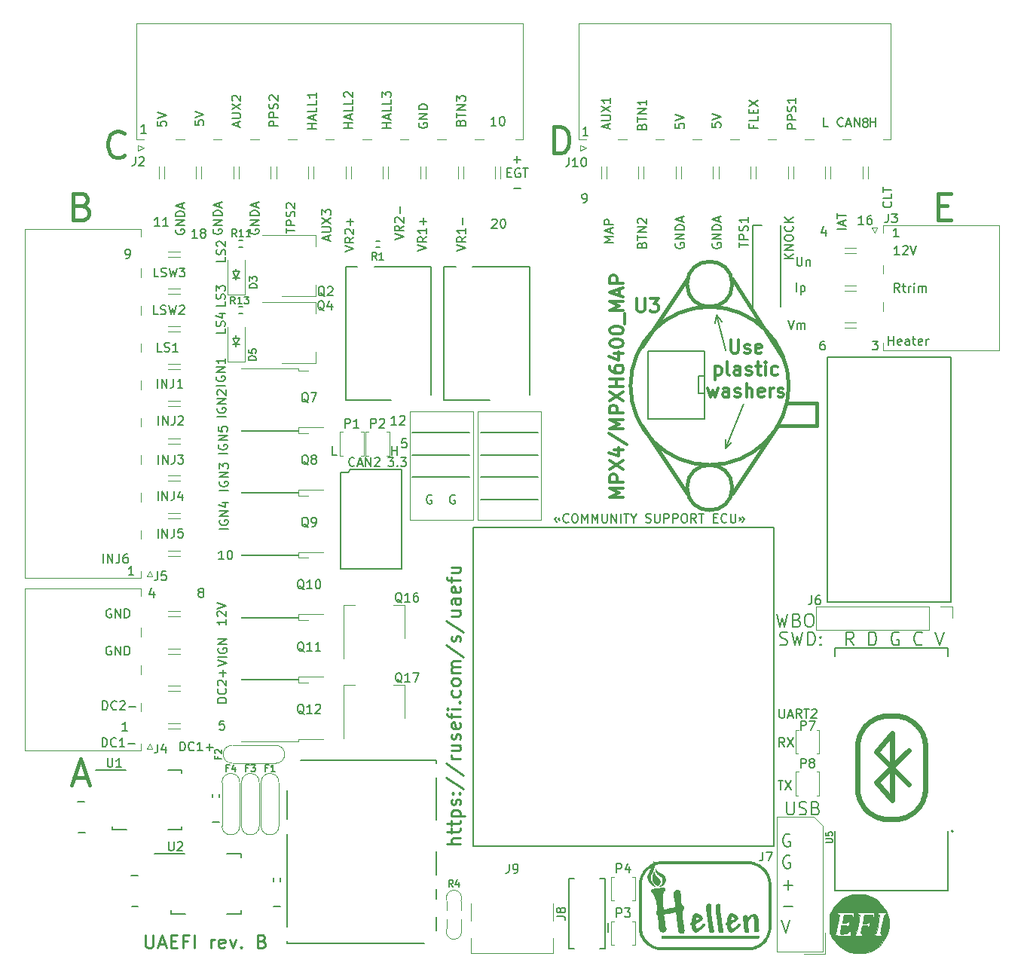
<source format=gto>
G04 #@! TF.GenerationSoftware,KiCad,Pcbnew,7.0.10-7.0.10~ubuntu22.04.1*
G04 #@! TF.CreationDate,2024-01-18T17:40:58+00:00*
G04 #@! TF.ProjectId,uaefi,75616566-692e-46b6-9963-61645f706362,rev?*
G04 #@! TF.SameCoordinates,Original*
G04 #@! TF.FileFunction,Legend,Top*
G04 #@! TF.FilePolarity,Positive*
%FSLAX46Y46*%
G04 Gerber Fmt 4.6, Leading zero omitted, Abs format (unit mm)*
G04 Created by KiCad (PCBNEW 7.0.10-7.0.10~ubuntu22.04.1) date 2024-01-18 17:40:58*
%MOMM*%
%LPD*%
G01*
G04 APERTURE LIST*
%ADD10C,0.150000*%
%ADD11C,0.450000*%
%ADD12C,0.200000*%
%ADD13C,0.250000*%
%ADD14C,0.304800*%
%ADD15C,0.170000*%
%ADD16C,0.127000*%
%ADD17C,0.120000*%
%ADD18C,0.203200*%
%ADD19C,0.631031*%
%ADD20C,0.099060*%
%ADD21C,0.002540*%
%ADD22C,0.381000*%
G04 APERTURE END LIST*
D10*
X46500000Y53800000D02*
X52900000Y53800000D01*
X46500000Y51200000D02*
X52900000Y51200000D01*
X73000000Y72000000D02*
X72800000Y71000000D01*
X38800000Y58800000D02*
X45200000Y58800000D01*
X73000000Y72000000D02*
X73600000Y71200000D01*
X74000000Y68000000D02*
X73000000Y72000000D01*
X46500000Y56200000D02*
X52900000Y56200000D01*
X38800000Y53800000D02*
X45200000Y53800000D01*
X46500000Y58800000D02*
X52900000Y58800000D01*
X74000000Y57000000D02*
X74700000Y57700000D01*
X38800000Y56200000D02*
X45200000Y56200000D01*
X74000000Y57000000D02*
X74000000Y58000000D01*
X76000000Y62000000D02*
X74000000Y57000000D01*
X36514286Y56245181D02*
X36514286Y57245181D01*
X36514286Y56768991D02*
X37085714Y56768991D01*
X37085714Y56245181D02*
X37085714Y57245181D01*
X93530952Y78745181D02*
X92959524Y78745181D01*
X93245238Y78745181D02*
X93245238Y79745181D01*
X93245238Y79745181D02*
X93150000Y79602324D01*
X93150000Y79602324D02*
X93054762Y79507086D01*
X93054762Y79507086D02*
X92959524Y79459467D01*
X93911905Y79649943D02*
X93959524Y79697562D01*
X93959524Y79697562D02*
X94054762Y79745181D01*
X94054762Y79745181D02*
X94292857Y79745181D01*
X94292857Y79745181D02*
X94388095Y79697562D01*
X94388095Y79697562D02*
X94435714Y79649943D01*
X94435714Y79649943D02*
X94483333Y79554705D01*
X94483333Y79554705D02*
X94483333Y79459467D01*
X94483333Y79459467D02*
X94435714Y79316610D01*
X94435714Y79316610D02*
X93864286Y78745181D01*
X93864286Y78745181D02*
X94483333Y78745181D01*
X94769048Y79745181D02*
X95102381Y78745181D01*
X95102381Y78745181D02*
X95435714Y79745181D01*
D11*
X1714285Y84206972D02*
X2142857Y84064115D01*
X2142857Y84064115D02*
X2285714Y83921258D01*
X2285714Y83921258D02*
X2428571Y83635543D01*
X2428571Y83635543D02*
X2428571Y83206972D01*
X2428571Y83206972D02*
X2285714Y82921258D01*
X2285714Y82921258D02*
X2142857Y82778400D01*
X2142857Y82778400D02*
X1857142Y82635543D01*
X1857142Y82635543D02*
X714285Y82635543D01*
X714285Y82635543D02*
X714285Y85635543D01*
X714285Y85635543D02*
X1714285Y85635543D01*
X1714285Y85635543D02*
X2000000Y85492686D01*
X2000000Y85492686D02*
X2142857Y85349829D01*
X2142857Y85349829D02*
X2285714Y85064115D01*
X2285714Y85064115D02*
X2285714Y84778400D01*
X2285714Y84778400D02*
X2142857Y84492686D01*
X2142857Y84492686D02*
X2000000Y84349829D01*
X2000000Y84349829D02*
X1714285Y84206972D01*
X1714285Y84206972D02*
X714285Y84206972D01*
D10*
X17638095Y26345181D02*
X17161905Y26345181D01*
X17161905Y26345181D02*
X17114286Y25868991D01*
X17114286Y25868991D02*
X17161905Y25916610D01*
X17161905Y25916610D02*
X17257143Y25964229D01*
X17257143Y25964229D02*
X17495238Y25964229D01*
X17495238Y25964229D02*
X17590476Y25916610D01*
X17590476Y25916610D02*
X17638095Y25868991D01*
X17638095Y25868991D02*
X17685714Y25773753D01*
X17685714Y25773753D02*
X17685714Y25535658D01*
X17685714Y25535658D02*
X17638095Y25440420D01*
X17638095Y25440420D02*
X17590476Y25392800D01*
X17590476Y25392800D02*
X17495238Y25345181D01*
X17495238Y25345181D02*
X17257143Y25345181D01*
X17257143Y25345181D02*
X17161905Y25392800D01*
X17161905Y25392800D02*
X17114286Y25440420D01*
X4069048Y44095181D02*
X4069048Y45095181D01*
X4545238Y44095181D02*
X4545238Y45095181D01*
X4545238Y45095181D02*
X5116666Y44095181D01*
X5116666Y44095181D02*
X5116666Y45095181D01*
X5878571Y45095181D02*
X5878571Y44380896D01*
X5878571Y44380896D02*
X5830952Y44238039D01*
X5830952Y44238039D02*
X5735714Y44142800D01*
X5735714Y44142800D02*
X5592857Y44095181D01*
X5592857Y44095181D02*
X5497619Y44095181D01*
X6783333Y45095181D02*
X6592857Y45095181D01*
X6592857Y45095181D02*
X6497619Y45047562D01*
X6497619Y45047562D02*
X6450000Y44999943D01*
X6450000Y44999943D02*
X6354762Y44857086D01*
X6354762Y44857086D02*
X6307143Y44666610D01*
X6307143Y44666610D02*
X6307143Y44285658D01*
X6307143Y44285658D02*
X6354762Y44190420D01*
X6354762Y44190420D02*
X6402381Y44142800D01*
X6402381Y44142800D02*
X6497619Y44095181D01*
X6497619Y44095181D02*
X6688095Y44095181D01*
X6688095Y44095181D02*
X6783333Y44142800D01*
X6783333Y44142800D02*
X6830952Y44190420D01*
X6830952Y44190420D02*
X6878571Y44285658D01*
X6878571Y44285658D02*
X6878571Y44523753D01*
X6878571Y44523753D02*
X6830952Y44618991D01*
X6830952Y44618991D02*
X6783333Y44666610D01*
X6783333Y44666610D02*
X6688095Y44714229D01*
X6688095Y44714229D02*
X6497619Y44714229D01*
X6497619Y44714229D02*
X6402381Y44666610D01*
X6402381Y44666610D02*
X6354762Y44618991D01*
X6354762Y44618991D02*
X6307143Y44523753D01*
X17804819Y78457143D02*
X17804819Y77980953D01*
X17804819Y77980953D02*
X16804819Y77980953D01*
X17757200Y78742858D02*
X17804819Y78885715D01*
X17804819Y78885715D02*
X17804819Y79123810D01*
X17804819Y79123810D02*
X17757200Y79219048D01*
X17757200Y79219048D02*
X17709580Y79266667D01*
X17709580Y79266667D02*
X17614342Y79314286D01*
X17614342Y79314286D02*
X17519104Y79314286D01*
X17519104Y79314286D02*
X17423866Y79266667D01*
X17423866Y79266667D02*
X17376247Y79219048D01*
X17376247Y79219048D02*
X17328628Y79123810D01*
X17328628Y79123810D02*
X17281009Y78933334D01*
X17281009Y78933334D02*
X17233390Y78838096D01*
X17233390Y78838096D02*
X17185771Y78790477D01*
X17185771Y78790477D02*
X17090533Y78742858D01*
X17090533Y78742858D02*
X16995295Y78742858D01*
X16995295Y78742858D02*
X16900057Y78790477D01*
X16900057Y78790477D02*
X16852438Y78838096D01*
X16852438Y78838096D02*
X16804819Y78933334D01*
X16804819Y78933334D02*
X16804819Y79171429D01*
X16804819Y79171429D02*
X16852438Y79314286D01*
X16900057Y79695239D02*
X16852438Y79742858D01*
X16852438Y79742858D02*
X16804819Y79838096D01*
X16804819Y79838096D02*
X16804819Y80076191D01*
X16804819Y80076191D02*
X16852438Y80171429D01*
X16852438Y80171429D02*
X16900057Y80219048D01*
X16900057Y80219048D02*
X16995295Y80266667D01*
X16995295Y80266667D02*
X17090533Y80266667D01*
X17090533Y80266667D02*
X17233390Y80219048D01*
X17233390Y80219048D02*
X17804819Y79647620D01*
X17804819Y79647620D02*
X17804819Y80266667D01*
X10219048Y51145181D02*
X10219048Y52145181D01*
X10695238Y51145181D02*
X10695238Y52145181D01*
X10695238Y52145181D02*
X11266666Y51145181D01*
X11266666Y51145181D02*
X11266666Y52145181D01*
X12028571Y52145181D02*
X12028571Y51430896D01*
X12028571Y51430896D02*
X11980952Y51288039D01*
X11980952Y51288039D02*
X11885714Y51192800D01*
X11885714Y51192800D02*
X11742857Y51145181D01*
X11742857Y51145181D02*
X11647619Y51145181D01*
X12933333Y51811848D02*
X12933333Y51145181D01*
X12695238Y52192800D02*
X12457143Y51478515D01*
X12457143Y51478515D02*
X13076190Y51478515D01*
X10235714Y72045181D02*
X9759524Y72045181D01*
X9759524Y72045181D02*
X9759524Y73045181D01*
X10521429Y72092800D02*
X10664286Y72045181D01*
X10664286Y72045181D02*
X10902381Y72045181D01*
X10902381Y72045181D02*
X10997619Y72092800D01*
X10997619Y72092800D02*
X11045238Y72140420D01*
X11045238Y72140420D02*
X11092857Y72235658D01*
X11092857Y72235658D02*
X11092857Y72330896D01*
X11092857Y72330896D02*
X11045238Y72426134D01*
X11045238Y72426134D02*
X10997619Y72473753D01*
X10997619Y72473753D02*
X10902381Y72521372D01*
X10902381Y72521372D02*
X10711905Y72568991D01*
X10711905Y72568991D02*
X10616667Y72616610D01*
X10616667Y72616610D02*
X10569048Y72664229D01*
X10569048Y72664229D02*
X10521429Y72759467D01*
X10521429Y72759467D02*
X10521429Y72854705D01*
X10521429Y72854705D02*
X10569048Y72949943D01*
X10569048Y72949943D02*
X10616667Y72997562D01*
X10616667Y72997562D02*
X10711905Y73045181D01*
X10711905Y73045181D02*
X10950000Y73045181D01*
X10950000Y73045181D02*
X11092857Y72997562D01*
X11426191Y73045181D02*
X11664286Y72045181D01*
X11664286Y72045181D02*
X11854762Y72759467D01*
X11854762Y72759467D02*
X12045238Y72045181D01*
X12045238Y72045181D02*
X12283334Y73045181D01*
X12616667Y72949943D02*
X12664286Y72997562D01*
X12664286Y72997562D02*
X12759524Y73045181D01*
X12759524Y73045181D02*
X12997619Y73045181D01*
X12997619Y73045181D02*
X13092857Y72997562D01*
X13092857Y72997562D02*
X13140476Y72949943D01*
X13140476Y72949943D02*
X13188095Y72854705D01*
X13188095Y72854705D02*
X13188095Y72759467D01*
X13188095Y72759467D02*
X13140476Y72616610D01*
X13140476Y72616610D02*
X12569048Y72045181D01*
X12569048Y72045181D02*
X13188095Y72045181D01*
X14609523Y80645181D02*
X14038095Y80645181D01*
X14323809Y80645181D02*
X14323809Y81645181D01*
X14323809Y81645181D02*
X14228571Y81502324D01*
X14228571Y81502324D02*
X14133333Y81407086D01*
X14133333Y81407086D02*
X14038095Y81359467D01*
X15180952Y81216610D02*
X15085714Y81264229D01*
X15085714Y81264229D02*
X15038095Y81311848D01*
X15038095Y81311848D02*
X14990476Y81407086D01*
X14990476Y81407086D02*
X14990476Y81454705D01*
X14990476Y81454705D02*
X15038095Y81549943D01*
X15038095Y81549943D02*
X15085714Y81597562D01*
X15085714Y81597562D02*
X15180952Y81645181D01*
X15180952Y81645181D02*
X15371428Y81645181D01*
X15371428Y81645181D02*
X15466666Y81597562D01*
X15466666Y81597562D02*
X15514285Y81549943D01*
X15514285Y81549943D02*
X15561904Y81454705D01*
X15561904Y81454705D02*
X15561904Y81407086D01*
X15561904Y81407086D02*
X15514285Y81311848D01*
X15514285Y81311848D02*
X15466666Y81264229D01*
X15466666Y81264229D02*
X15371428Y81216610D01*
X15371428Y81216610D02*
X15180952Y81216610D01*
X15180952Y81216610D02*
X15085714Y81168991D01*
X15085714Y81168991D02*
X15038095Y81121372D01*
X15038095Y81121372D02*
X14990476Y81026134D01*
X14990476Y81026134D02*
X14990476Y80835658D01*
X14990476Y80835658D02*
X15038095Y80740420D01*
X15038095Y80740420D02*
X15085714Y80692800D01*
X15085714Y80692800D02*
X15180952Y80645181D01*
X15180952Y80645181D02*
X15371428Y80645181D01*
X15371428Y80645181D02*
X15466666Y80692800D01*
X15466666Y80692800D02*
X15514285Y80740420D01*
X15514285Y80740420D02*
X15561904Y80835658D01*
X15561904Y80835658D02*
X15561904Y81026134D01*
X15561904Y81026134D02*
X15514285Y81121372D01*
X15514285Y81121372D02*
X15466666Y81168991D01*
X15466666Y81168991D02*
X15371428Y81216610D01*
X3992857Y27595181D02*
X3992857Y28595181D01*
X3992857Y28595181D02*
X4230952Y28595181D01*
X4230952Y28595181D02*
X4373809Y28547562D01*
X4373809Y28547562D02*
X4469047Y28452324D01*
X4469047Y28452324D02*
X4516666Y28357086D01*
X4516666Y28357086D02*
X4564285Y28166610D01*
X4564285Y28166610D02*
X4564285Y28023753D01*
X4564285Y28023753D02*
X4516666Y27833277D01*
X4516666Y27833277D02*
X4469047Y27738039D01*
X4469047Y27738039D02*
X4373809Y27642800D01*
X4373809Y27642800D02*
X4230952Y27595181D01*
X4230952Y27595181D02*
X3992857Y27595181D01*
X5564285Y27690420D02*
X5516666Y27642800D01*
X5516666Y27642800D02*
X5373809Y27595181D01*
X5373809Y27595181D02*
X5278571Y27595181D01*
X5278571Y27595181D02*
X5135714Y27642800D01*
X5135714Y27642800D02*
X5040476Y27738039D01*
X5040476Y27738039D02*
X4992857Y27833277D01*
X4992857Y27833277D02*
X4945238Y28023753D01*
X4945238Y28023753D02*
X4945238Y28166610D01*
X4945238Y28166610D02*
X4992857Y28357086D01*
X4992857Y28357086D02*
X5040476Y28452324D01*
X5040476Y28452324D02*
X5135714Y28547562D01*
X5135714Y28547562D02*
X5278571Y28595181D01*
X5278571Y28595181D02*
X5373809Y28595181D01*
X5373809Y28595181D02*
X5516666Y28547562D01*
X5516666Y28547562D02*
X5564285Y28499943D01*
X5945238Y28499943D02*
X5992857Y28547562D01*
X5992857Y28547562D02*
X6088095Y28595181D01*
X6088095Y28595181D02*
X6326190Y28595181D01*
X6326190Y28595181D02*
X6421428Y28547562D01*
X6421428Y28547562D02*
X6469047Y28499943D01*
X6469047Y28499943D02*
X6516666Y28404705D01*
X6516666Y28404705D02*
X6516666Y28309467D01*
X6516666Y28309467D02*
X6469047Y28166610D01*
X6469047Y28166610D02*
X5897619Y27595181D01*
X5897619Y27595181D02*
X6516666Y27595181D01*
X6945238Y27976134D02*
X7707143Y27976134D01*
X10154819Y93709524D02*
X10154819Y93233334D01*
X10154819Y93233334D02*
X10631009Y93185715D01*
X10631009Y93185715D02*
X10583390Y93233334D01*
X10583390Y93233334D02*
X10535771Y93328572D01*
X10535771Y93328572D02*
X10535771Y93566667D01*
X10535771Y93566667D02*
X10583390Y93661905D01*
X10583390Y93661905D02*
X10631009Y93709524D01*
X10631009Y93709524D02*
X10726247Y93757143D01*
X10726247Y93757143D02*
X10964342Y93757143D01*
X10964342Y93757143D02*
X11059580Y93709524D01*
X11059580Y93709524D02*
X11107200Y93661905D01*
X11107200Y93661905D02*
X11154819Y93566667D01*
X11154819Y93566667D02*
X11154819Y93328572D01*
X11154819Y93328572D02*
X11107200Y93233334D01*
X11107200Y93233334D02*
X11059580Y93185715D01*
X10154819Y94042858D02*
X11154819Y94376191D01*
X11154819Y94376191D02*
X10154819Y94709524D01*
X58535714Y92145181D02*
X57964286Y92145181D01*
X58250000Y92145181D02*
X58250000Y93145181D01*
X58250000Y93145181D02*
X58154762Y93002324D01*
X58154762Y93002324D02*
X58059524Y92907086D01*
X58059524Y92907086D02*
X57964286Y92859467D01*
X32104819Y93000001D02*
X31104819Y93000001D01*
X31581009Y93000001D02*
X31581009Y93571429D01*
X32104819Y93571429D02*
X31104819Y93571429D01*
X31819104Y94000001D02*
X31819104Y94476191D01*
X32104819Y93904763D02*
X31104819Y94238096D01*
X31104819Y94238096D02*
X32104819Y94571429D01*
X32104819Y95380953D02*
X32104819Y94904763D01*
X32104819Y94904763D02*
X31104819Y94904763D01*
X32104819Y96190477D02*
X32104819Y95714287D01*
X32104819Y95714287D02*
X31104819Y95714287D01*
X31200057Y96476192D02*
X31152438Y96523811D01*
X31152438Y96523811D02*
X31104819Y96619049D01*
X31104819Y96619049D02*
X31104819Y96857144D01*
X31104819Y96857144D02*
X31152438Y96952382D01*
X31152438Y96952382D02*
X31200057Y97000001D01*
X31200057Y97000001D02*
X31295295Y97047620D01*
X31295295Y97047620D02*
X31390533Y97047620D01*
X31390533Y97047620D02*
X31533390Y97000001D01*
X31533390Y97000001D02*
X32104819Y96428573D01*
X32104819Y96428573D02*
X32104819Y97047620D01*
X39404819Y79171430D02*
X40404819Y79504763D01*
X40404819Y79504763D02*
X39404819Y79838096D01*
X40404819Y80742858D02*
X39928628Y80409525D01*
X40404819Y80171430D02*
X39404819Y80171430D01*
X39404819Y80171430D02*
X39404819Y80552382D01*
X39404819Y80552382D02*
X39452438Y80647620D01*
X39452438Y80647620D02*
X39500057Y80695239D01*
X39500057Y80695239D02*
X39595295Y80742858D01*
X39595295Y80742858D02*
X39738152Y80742858D01*
X39738152Y80742858D02*
X39833390Y80695239D01*
X39833390Y80695239D02*
X39881009Y80647620D01*
X39881009Y80647620D02*
X39928628Y80552382D01*
X39928628Y80552382D02*
X39928628Y80171430D01*
X40404819Y81695239D02*
X40404819Y81123811D01*
X40404819Y81409525D02*
X39404819Y81409525D01*
X39404819Y81409525D02*
X39547676Y81314287D01*
X39547676Y81314287D02*
X39642914Y81219049D01*
X39642914Y81219049D02*
X39690533Y81123811D01*
X40023866Y82123811D02*
X40023866Y82885715D01*
X40404819Y82504763D02*
X39642914Y82504763D01*
D12*
X81234349Y13603280D02*
X81101016Y13674709D01*
X81101016Y13674709D02*
X80901016Y13674709D01*
X80901016Y13674709D02*
X80701016Y13603280D01*
X80701016Y13603280D02*
X80567683Y13460423D01*
X80567683Y13460423D02*
X80501016Y13317566D01*
X80501016Y13317566D02*
X80434349Y13031852D01*
X80434349Y13031852D02*
X80434349Y12817566D01*
X80434349Y12817566D02*
X80501016Y12531852D01*
X80501016Y12531852D02*
X80567683Y12388995D01*
X80567683Y12388995D02*
X80701016Y12246137D01*
X80701016Y12246137D02*
X80901016Y12174709D01*
X80901016Y12174709D02*
X81034349Y12174709D01*
X81034349Y12174709D02*
X81234349Y12246137D01*
X81234349Y12246137D02*
X81301016Y12317566D01*
X81301016Y12317566D02*
X81301016Y12817566D01*
X81301016Y12817566D02*
X81034349Y12817566D01*
X81234349Y11188280D02*
X81101016Y11259709D01*
X81101016Y11259709D02*
X80901016Y11259709D01*
X80901016Y11259709D02*
X80701016Y11188280D01*
X80701016Y11188280D02*
X80567683Y11045423D01*
X80567683Y11045423D02*
X80501016Y10902566D01*
X80501016Y10902566D02*
X80434349Y10616852D01*
X80434349Y10616852D02*
X80434349Y10402566D01*
X80434349Y10402566D02*
X80501016Y10116852D01*
X80501016Y10116852D02*
X80567683Y9973995D01*
X80567683Y9973995D02*
X80701016Y9831137D01*
X80701016Y9831137D02*
X80901016Y9759709D01*
X80901016Y9759709D02*
X81034349Y9759709D01*
X81034349Y9759709D02*
X81234349Y9831137D01*
X81234349Y9831137D02*
X81301016Y9902566D01*
X81301016Y9902566D02*
X81301016Y10402566D01*
X81301016Y10402566D02*
X81034349Y10402566D01*
X80501016Y7916137D02*
X81567683Y7916137D01*
X81034349Y7344709D02*
X81034349Y8487566D01*
X80501016Y5501137D02*
X81567683Y5501137D01*
X80301016Y4014709D02*
X80767683Y2514709D01*
X80767683Y2514709D02*
X81234349Y4014709D01*
D10*
X81604819Y78290477D02*
X80604819Y78290477D01*
X81604819Y78861905D02*
X81033390Y78433334D01*
X80604819Y78861905D02*
X81176247Y78290477D01*
X81604819Y79290477D02*
X80604819Y79290477D01*
X80604819Y79290477D02*
X81604819Y79861905D01*
X81604819Y79861905D02*
X80604819Y79861905D01*
X80604819Y80528572D02*
X80604819Y80719048D01*
X80604819Y80719048D02*
X80652438Y80814286D01*
X80652438Y80814286D02*
X80747676Y80909524D01*
X80747676Y80909524D02*
X80938152Y80957143D01*
X80938152Y80957143D02*
X81271485Y80957143D01*
X81271485Y80957143D02*
X81461961Y80909524D01*
X81461961Y80909524D02*
X81557200Y80814286D01*
X81557200Y80814286D02*
X81604819Y80719048D01*
X81604819Y80719048D02*
X81604819Y80528572D01*
X81604819Y80528572D02*
X81557200Y80433334D01*
X81557200Y80433334D02*
X81461961Y80338096D01*
X81461961Y80338096D02*
X81271485Y80290477D01*
X81271485Y80290477D02*
X80938152Y80290477D01*
X80938152Y80290477D02*
X80747676Y80338096D01*
X80747676Y80338096D02*
X80652438Y80433334D01*
X80652438Y80433334D02*
X80604819Y80528572D01*
X81509580Y81957143D02*
X81557200Y81909524D01*
X81557200Y81909524D02*
X81604819Y81766667D01*
X81604819Y81766667D02*
X81604819Y81671429D01*
X81604819Y81671429D02*
X81557200Y81528572D01*
X81557200Y81528572D02*
X81461961Y81433334D01*
X81461961Y81433334D02*
X81366723Y81385715D01*
X81366723Y81385715D02*
X81176247Y81338096D01*
X81176247Y81338096D02*
X81033390Y81338096D01*
X81033390Y81338096D02*
X80842914Y81385715D01*
X80842914Y81385715D02*
X80747676Y81433334D01*
X80747676Y81433334D02*
X80652438Y81528572D01*
X80652438Y81528572D02*
X80604819Y81671429D01*
X80604819Y81671429D02*
X80604819Y81766667D01*
X80604819Y81766667D02*
X80652438Y81909524D01*
X80652438Y81909524D02*
X80700057Y81957143D01*
X81604819Y82385715D02*
X80604819Y82385715D01*
X81604819Y82957143D02*
X81033390Y82528572D01*
X80604819Y82957143D02*
X81176247Y82385715D01*
X80036779Y27670181D02*
X80036779Y26860658D01*
X80036779Y26860658D02*
X80084398Y26765420D01*
X80084398Y26765420D02*
X80132017Y26717800D01*
X80132017Y26717800D02*
X80227255Y26670181D01*
X80227255Y26670181D02*
X80417731Y26670181D01*
X80417731Y26670181D02*
X80512969Y26717800D01*
X80512969Y26717800D02*
X80560588Y26765420D01*
X80560588Y26765420D02*
X80608207Y26860658D01*
X80608207Y26860658D02*
X80608207Y27670181D01*
X81036779Y26955896D02*
X81512969Y26955896D01*
X80941541Y26670181D02*
X81274874Y27670181D01*
X81274874Y27670181D02*
X81608207Y26670181D01*
X82512969Y26670181D02*
X82179636Y27146372D01*
X81941541Y26670181D02*
X81941541Y27670181D01*
X81941541Y27670181D02*
X82322493Y27670181D01*
X82322493Y27670181D02*
X82417731Y27622562D01*
X82417731Y27622562D02*
X82465350Y27574943D01*
X82465350Y27574943D02*
X82512969Y27479705D01*
X82512969Y27479705D02*
X82512969Y27336848D01*
X82512969Y27336848D02*
X82465350Y27241610D01*
X82465350Y27241610D02*
X82417731Y27193991D01*
X82417731Y27193991D02*
X82322493Y27146372D01*
X82322493Y27146372D02*
X81941541Y27146372D01*
X82798684Y27670181D02*
X83370112Y27670181D01*
X83084398Y26670181D02*
X83084398Y27670181D01*
X83655827Y27574943D02*
X83703446Y27622562D01*
X83703446Y27622562D02*
X83798684Y27670181D01*
X83798684Y27670181D02*
X84036779Y27670181D01*
X84036779Y27670181D02*
X84132017Y27622562D01*
X84132017Y27622562D02*
X84179636Y27574943D01*
X84179636Y27574943D02*
X84227255Y27479705D01*
X84227255Y27479705D02*
X84227255Y27384467D01*
X84227255Y27384467D02*
X84179636Y27241610D01*
X84179636Y27241610D02*
X83608208Y26670181D01*
X83608208Y26670181D02*
X84227255Y26670181D01*
X80608207Y23450181D02*
X80274874Y23926372D01*
X80036779Y23450181D02*
X80036779Y24450181D01*
X80036779Y24450181D02*
X80417731Y24450181D01*
X80417731Y24450181D02*
X80512969Y24402562D01*
X80512969Y24402562D02*
X80560588Y24354943D01*
X80560588Y24354943D02*
X80608207Y24259705D01*
X80608207Y24259705D02*
X80608207Y24116848D01*
X80608207Y24116848D02*
X80560588Y24021610D01*
X80560588Y24021610D02*
X80512969Y23973991D01*
X80512969Y23973991D02*
X80417731Y23926372D01*
X80417731Y23926372D02*
X80036779Y23926372D01*
X80941541Y24450181D02*
X81608207Y23450181D01*
X81608207Y24450181D02*
X80941541Y23450181D01*
X79893922Y19620181D02*
X80465350Y19620181D01*
X80179636Y18620181D02*
X80179636Y19620181D01*
X80703446Y19620181D02*
X81370112Y18620181D01*
X81370112Y19620181D02*
X80703446Y18620181D01*
D11*
X785714Y19992686D02*
X2214286Y19992686D01*
X500000Y19135543D02*
X1500000Y22135543D01*
X1500000Y22135543D02*
X2500000Y19135543D01*
D10*
X14354819Y93809524D02*
X14354819Y93333334D01*
X14354819Y93333334D02*
X14831009Y93285715D01*
X14831009Y93285715D02*
X14783390Y93333334D01*
X14783390Y93333334D02*
X14735771Y93428572D01*
X14735771Y93428572D02*
X14735771Y93666667D01*
X14735771Y93666667D02*
X14783390Y93761905D01*
X14783390Y93761905D02*
X14831009Y93809524D01*
X14831009Y93809524D02*
X14926247Y93857143D01*
X14926247Y93857143D02*
X15164342Y93857143D01*
X15164342Y93857143D02*
X15259580Y93809524D01*
X15259580Y93809524D02*
X15307200Y93761905D01*
X15307200Y93761905D02*
X15354819Y93666667D01*
X15354819Y93666667D02*
X15354819Y93428572D01*
X15354819Y93428572D02*
X15307200Y93333334D01*
X15307200Y93333334D02*
X15259580Y93285715D01*
X14354819Y94142858D02*
X15354819Y94476191D01*
X15354819Y94476191D02*
X14354819Y94809524D01*
X89509523Y82145181D02*
X88938095Y82145181D01*
X89223809Y82145181D02*
X89223809Y83145181D01*
X89223809Y83145181D02*
X89128571Y83002324D01*
X89128571Y83002324D02*
X89033333Y82907086D01*
X89033333Y82907086D02*
X88938095Y82859467D01*
X90366666Y83145181D02*
X90176190Y83145181D01*
X90176190Y83145181D02*
X90080952Y83097562D01*
X90080952Y83097562D02*
X90033333Y83049943D01*
X90033333Y83049943D02*
X89938095Y82907086D01*
X89938095Y82907086D02*
X89890476Y82716610D01*
X89890476Y82716610D02*
X89890476Y82335658D01*
X89890476Y82335658D02*
X89938095Y82240420D01*
X89938095Y82240420D02*
X89985714Y82192800D01*
X89985714Y82192800D02*
X90080952Y82145181D01*
X90080952Y82145181D02*
X90271428Y82145181D01*
X90271428Y82145181D02*
X90366666Y82192800D01*
X90366666Y82192800D02*
X90414285Y82240420D01*
X90414285Y82240420D02*
X90461904Y82335658D01*
X90461904Y82335658D02*
X90461904Y82573753D01*
X90461904Y82573753D02*
X90414285Y82668991D01*
X90414285Y82668991D02*
X90366666Y82716610D01*
X90366666Y82716610D02*
X90271428Y82764229D01*
X90271428Y82764229D02*
X90080952Y82764229D01*
X90080952Y82764229D02*
X89985714Y82716610D01*
X89985714Y82716610D02*
X89938095Y82668991D01*
X89938095Y82668991D02*
X89890476Y82573753D01*
X44231009Y93590477D02*
X44278628Y93733334D01*
X44278628Y93733334D02*
X44326247Y93780953D01*
X44326247Y93780953D02*
X44421485Y93828572D01*
X44421485Y93828572D02*
X44564342Y93828572D01*
X44564342Y93828572D02*
X44659580Y93780953D01*
X44659580Y93780953D02*
X44707200Y93733334D01*
X44707200Y93733334D02*
X44754819Y93638096D01*
X44754819Y93638096D02*
X44754819Y93257144D01*
X44754819Y93257144D02*
X43754819Y93257144D01*
X43754819Y93257144D02*
X43754819Y93590477D01*
X43754819Y93590477D02*
X43802438Y93685715D01*
X43802438Y93685715D02*
X43850057Y93733334D01*
X43850057Y93733334D02*
X43945295Y93780953D01*
X43945295Y93780953D02*
X44040533Y93780953D01*
X44040533Y93780953D02*
X44135771Y93733334D01*
X44135771Y93733334D02*
X44183390Y93685715D01*
X44183390Y93685715D02*
X44231009Y93590477D01*
X44231009Y93590477D02*
X44231009Y93257144D01*
X43754819Y94114287D02*
X43754819Y94685715D01*
X44754819Y94400001D02*
X43754819Y94400001D01*
X44754819Y95019049D02*
X43754819Y95019049D01*
X43754819Y95019049D02*
X44754819Y95590477D01*
X44754819Y95590477D02*
X43754819Y95590477D01*
X43754819Y95971430D02*
X43754819Y96590477D01*
X43754819Y96590477D02*
X44135771Y96257144D01*
X44135771Y96257144D02*
X44135771Y96400001D01*
X44135771Y96400001D02*
X44183390Y96495239D01*
X44183390Y96495239D02*
X44231009Y96542858D01*
X44231009Y96542858D02*
X44326247Y96590477D01*
X44326247Y96590477D02*
X44564342Y96590477D01*
X44564342Y96590477D02*
X44659580Y96542858D01*
X44659580Y96542858D02*
X44707200Y96495239D01*
X44707200Y96495239D02*
X44754819Y96400001D01*
X44754819Y96400001D02*
X44754819Y96114287D01*
X44754819Y96114287D02*
X44707200Y96019049D01*
X44707200Y96019049D02*
X44659580Y95971430D01*
X19219104Y93185715D02*
X19219104Y93661905D01*
X19504819Y93090477D02*
X18504819Y93423810D01*
X18504819Y93423810D02*
X19504819Y93757143D01*
X18504819Y94090477D02*
X19314342Y94090477D01*
X19314342Y94090477D02*
X19409580Y94138096D01*
X19409580Y94138096D02*
X19457200Y94185715D01*
X19457200Y94185715D02*
X19504819Y94280953D01*
X19504819Y94280953D02*
X19504819Y94471429D01*
X19504819Y94471429D02*
X19457200Y94566667D01*
X19457200Y94566667D02*
X19409580Y94614286D01*
X19409580Y94614286D02*
X19314342Y94661905D01*
X19314342Y94661905D02*
X18504819Y94661905D01*
X18504819Y95042858D02*
X19504819Y95709524D01*
X18504819Y95709524D02*
X19504819Y95042858D01*
X18600057Y96042858D02*
X18552438Y96090477D01*
X18552438Y96090477D02*
X18504819Y96185715D01*
X18504819Y96185715D02*
X18504819Y96423810D01*
X18504819Y96423810D02*
X18552438Y96519048D01*
X18552438Y96519048D02*
X18600057Y96566667D01*
X18600057Y96566667D02*
X18695295Y96614286D01*
X18695295Y96614286D02*
X18790533Y96614286D01*
X18790533Y96614286D02*
X18933390Y96566667D01*
X18933390Y96566667D02*
X19504819Y95995239D01*
X19504819Y95995239D02*
X19504819Y96614286D01*
X9740476Y40911848D02*
X9740476Y40245181D01*
X9502381Y41292800D02*
X9264286Y40578515D01*
X9264286Y40578515D02*
X9883333Y40578515D01*
X36052381Y55945181D02*
X36671428Y55945181D01*
X36671428Y55945181D02*
X36338095Y55564229D01*
X36338095Y55564229D02*
X36480952Y55564229D01*
X36480952Y55564229D02*
X36576190Y55516610D01*
X36576190Y55516610D02*
X36623809Y55468991D01*
X36623809Y55468991D02*
X36671428Y55373753D01*
X36671428Y55373753D02*
X36671428Y55135658D01*
X36671428Y55135658D02*
X36623809Y55040420D01*
X36623809Y55040420D02*
X36576190Y54992800D01*
X36576190Y54992800D02*
X36480952Y54945181D01*
X36480952Y54945181D02*
X36195238Y54945181D01*
X36195238Y54945181D02*
X36100000Y54992800D01*
X36100000Y54992800D02*
X36052381Y55040420D01*
X37100000Y55040420D02*
X37147619Y54992800D01*
X37147619Y54992800D02*
X37100000Y54945181D01*
X37100000Y54945181D02*
X37052381Y54992800D01*
X37052381Y54992800D02*
X37100000Y55040420D01*
X37100000Y55040420D02*
X37100000Y54945181D01*
X37480952Y55945181D02*
X38099999Y55945181D01*
X38099999Y55945181D02*
X37766666Y55564229D01*
X37766666Y55564229D02*
X37909523Y55564229D01*
X37909523Y55564229D02*
X38004761Y55516610D01*
X38004761Y55516610D02*
X38052380Y55468991D01*
X38052380Y55468991D02*
X38099999Y55373753D01*
X38099999Y55373753D02*
X38099999Y55135658D01*
X38099999Y55135658D02*
X38052380Y55040420D01*
X38052380Y55040420D02*
X38004761Y54992800D01*
X38004761Y54992800D02*
X37909523Y54945181D01*
X37909523Y54945181D02*
X37623809Y54945181D01*
X37623809Y54945181D02*
X37528571Y54992800D01*
X37528571Y54992800D02*
X37480952Y55040420D01*
X75504819Y79561906D02*
X75504819Y80133334D01*
X76504819Y79847620D02*
X75504819Y79847620D01*
X76504819Y80466668D02*
X75504819Y80466668D01*
X75504819Y80466668D02*
X75504819Y80847620D01*
X75504819Y80847620D02*
X75552438Y80942858D01*
X75552438Y80942858D02*
X75600057Y80990477D01*
X75600057Y80990477D02*
X75695295Y81038096D01*
X75695295Y81038096D02*
X75838152Y81038096D01*
X75838152Y81038096D02*
X75933390Y80990477D01*
X75933390Y80990477D02*
X75981009Y80942858D01*
X75981009Y80942858D02*
X76028628Y80847620D01*
X76028628Y80847620D02*
X76028628Y80466668D01*
X76457200Y81419049D02*
X76504819Y81561906D01*
X76504819Y81561906D02*
X76504819Y81800001D01*
X76504819Y81800001D02*
X76457200Y81895239D01*
X76457200Y81895239D02*
X76409580Y81942858D01*
X76409580Y81942858D02*
X76314342Y81990477D01*
X76314342Y81990477D02*
X76219104Y81990477D01*
X76219104Y81990477D02*
X76123866Y81942858D01*
X76123866Y81942858D02*
X76076247Y81895239D01*
X76076247Y81895239D02*
X76028628Y81800001D01*
X76028628Y81800001D02*
X75981009Y81609525D01*
X75981009Y81609525D02*
X75933390Y81514287D01*
X75933390Y81514287D02*
X75885771Y81466668D01*
X75885771Y81466668D02*
X75790533Y81419049D01*
X75790533Y81419049D02*
X75695295Y81419049D01*
X75695295Y81419049D02*
X75600057Y81466668D01*
X75600057Y81466668D02*
X75552438Y81514287D01*
X75552438Y81514287D02*
X75504819Y81609525D01*
X75504819Y81609525D02*
X75504819Y81847620D01*
X75504819Y81847620D02*
X75552438Y81990477D01*
X76504819Y82942858D02*
X76504819Y82371430D01*
X76504819Y82657144D02*
X75504819Y82657144D01*
X75504819Y82657144D02*
X75647676Y82561906D01*
X75647676Y82561906D02*
X75742914Y82466668D01*
X75742914Y82466668D02*
X75790533Y82371430D01*
X38138095Y58045181D02*
X37661905Y58045181D01*
X37661905Y58045181D02*
X37614286Y57568991D01*
X37614286Y57568991D02*
X37661905Y57616610D01*
X37661905Y57616610D02*
X37757143Y57664229D01*
X37757143Y57664229D02*
X37995238Y57664229D01*
X37995238Y57664229D02*
X38090476Y57616610D01*
X38090476Y57616610D02*
X38138095Y57568991D01*
X38138095Y57568991D02*
X38185714Y57473753D01*
X38185714Y57473753D02*
X38185714Y57235658D01*
X38185714Y57235658D02*
X38138095Y57140420D01*
X38138095Y57140420D02*
X38090476Y57092800D01*
X38090476Y57092800D02*
X37995238Y57045181D01*
X37995238Y57045181D02*
X37757143Y57045181D01*
X37757143Y57045181D02*
X37661905Y57092800D01*
X37661905Y57092800D02*
X37614286Y57140420D01*
X29369104Y80385715D02*
X29369104Y80861905D01*
X29654819Y80290477D02*
X28654819Y80623810D01*
X28654819Y80623810D02*
X29654819Y80957143D01*
X28654819Y81290477D02*
X29464342Y81290477D01*
X29464342Y81290477D02*
X29559580Y81338096D01*
X29559580Y81338096D02*
X29607200Y81385715D01*
X29607200Y81385715D02*
X29654819Y81480953D01*
X29654819Y81480953D02*
X29654819Y81671429D01*
X29654819Y81671429D02*
X29607200Y81766667D01*
X29607200Y81766667D02*
X29559580Y81814286D01*
X29559580Y81814286D02*
X29464342Y81861905D01*
X29464342Y81861905D02*
X28654819Y81861905D01*
X28654819Y82242858D02*
X29654819Y82909524D01*
X28654819Y82909524D02*
X29654819Y82242858D01*
X28654819Y83195239D02*
X28654819Y83814286D01*
X28654819Y83814286D02*
X29035771Y83480953D01*
X29035771Y83480953D02*
X29035771Y83623810D01*
X29035771Y83623810D02*
X29083390Y83719048D01*
X29083390Y83719048D02*
X29131009Y83766667D01*
X29131009Y83766667D02*
X29226247Y83814286D01*
X29226247Y83814286D02*
X29464342Y83814286D01*
X29464342Y83814286D02*
X29559580Y83766667D01*
X29559580Y83766667D02*
X29607200Y83719048D01*
X29607200Y83719048D02*
X29654819Y83623810D01*
X29654819Y83623810D02*
X29654819Y83338096D01*
X29654819Y83338096D02*
X29607200Y83242858D01*
X29607200Y83242858D02*
X29559580Y83195239D01*
X20602438Y81609524D02*
X20554819Y81514286D01*
X20554819Y81514286D02*
X20554819Y81371429D01*
X20554819Y81371429D02*
X20602438Y81228572D01*
X20602438Y81228572D02*
X20697676Y81133334D01*
X20697676Y81133334D02*
X20792914Y81085715D01*
X20792914Y81085715D02*
X20983390Y81038096D01*
X20983390Y81038096D02*
X21126247Y81038096D01*
X21126247Y81038096D02*
X21316723Y81085715D01*
X21316723Y81085715D02*
X21411961Y81133334D01*
X21411961Y81133334D02*
X21507200Y81228572D01*
X21507200Y81228572D02*
X21554819Y81371429D01*
X21554819Y81371429D02*
X21554819Y81466667D01*
X21554819Y81466667D02*
X21507200Y81609524D01*
X21507200Y81609524D02*
X21459580Y81657143D01*
X21459580Y81657143D02*
X21126247Y81657143D01*
X21126247Y81657143D02*
X21126247Y81466667D01*
X21554819Y82085715D02*
X20554819Y82085715D01*
X20554819Y82085715D02*
X21554819Y82657143D01*
X21554819Y82657143D02*
X20554819Y82657143D01*
X21554819Y83133334D02*
X20554819Y83133334D01*
X20554819Y83133334D02*
X20554819Y83371429D01*
X20554819Y83371429D02*
X20602438Y83514286D01*
X20602438Y83514286D02*
X20697676Y83609524D01*
X20697676Y83609524D02*
X20792914Y83657143D01*
X20792914Y83657143D02*
X20983390Y83704762D01*
X20983390Y83704762D02*
X21126247Y83704762D01*
X21126247Y83704762D02*
X21316723Y83657143D01*
X21316723Y83657143D02*
X21411961Y83609524D01*
X21411961Y83609524D02*
X21507200Y83514286D01*
X21507200Y83514286D02*
X21554819Y83371429D01*
X21554819Y83371429D02*
X21554819Y83133334D01*
X21269104Y84085715D02*
X21269104Y84561905D01*
X21554819Y83990477D02*
X20554819Y84323810D01*
X20554819Y84323810D02*
X21554819Y84657143D01*
X90466667Y69045181D02*
X91085714Y69045181D01*
X91085714Y69045181D02*
X90752381Y68664229D01*
X90752381Y68664229D02*
X90895238Y68664229D01*
X90895238Y68664229D02*
X90990476Y68616610D01*
X90990476Y68616610D02*
X91038095Y68568991D01*
X91038095Y68568991D02*
X91085714Y68473753D01*
X91085714Y68473753D02*
X91085714Y68235658D01*
X91085714Y68235658D02*
X91038095Y68140420D01*
X91038095Y68140420D02*
X90990476Y68092800D01*
X90990476Y68092800D02*
X90895238Y68045181D01*
X90895238Y68045181D02*
X90609524Y68045181D01*
X90609524Y68045181D02*
X90514286Y68092800D01*
X90514286Y68092800D02*
X90466667Y68140420D01*
X17620284Y44500562D02*
X17048856Y44500562D01*
X17334570Y44500562D02*
X17334570Y45500562D01*
X17334570Y45500562D02*
X17239332Y45357705D01*
X17239332Y45357705D02*
X17144094Y45262467D01*
X17144094Y45262467D02*
X17048856Y45214848D01*
X18239332Y45500562D02*
X18334570Y45500562D01*
X18334570Y45500562D02*
X18429808Y45452943D01*
X18429808Y45452943D02*
X18477427Y45405324D01*
X18477427Y45405324D02*
X18525046Y45310086D01*
X18525046Y45310086D02*
X18572665Y45119610D01*
X18572665Y45119610D02*
X18572665Y44881515D01*
X18572665Y44881515D02*
X18525046Y44691039D01*
X18525046Y44691039D02*
X18477427Y44595801D01*
X18477427Y44595801D02*
X18429808Y44548181D01*
X18429808Y44548181D02*
X18334570Y44500562D01*
X18334570Y44500562D02*
X18239332Y44500562D01*
X18239332Y44500562D02*
X18144094Y44548181D01*
X18144094Y44548181D02*
X18096475Y44595801D01*
X18096475Y44595801D02*
X18048856Y44691039D01*
X18048856Y44691039D02*
X18001237Y44881515D01*
X18001237Y44881515D02*
X18001237Y45119610D01*
X18001237Y45119610D02*
X18048856Y45310086D01*
X18048856Y45310086D02*
X18096475Y45405324D01*
X18096475Y45405324D02*
X18144094Y45452943D01*
X18144094Y45452943D02*
X18239332Y45500562D01*
X47738095Y82649943D02*
X47785714Y82697562D01*
X47785714Y82697562D02*
X47880952Y82745181D01*
X47880952Y82745181D02*
X48119047Y82745181D01*
X48119047Y82745181D02*
X48214285Y82697562D01*
X48214285Y82697562D02*
X48261904Y82649943D01*
X48261904Y82649943D02*
X48309523Y82554705D01*
X48309523Y82554705D02*
X48309523Y82459467D01*
X48309523Y82459467D02*
X48261904Y82316610D01*
X48261904Y82316610D02*
X47690476Y81745181D01*
X47690476Y81745181D02*
X48309523Y81745181D01*
X48928571Y82745181D02*
X49023809Y82745181D01*
X49023809Y82745181D02*
X49119047Y82697562D01*
X49119047Y82697562D02*
X49166666Y82649943D01*
X49166666Y82649943D02*
X49214285Y82554705D01*
X49214285Y82554705D02*
X49261904Y82364229D01*
X49261904Y82364229D02*
X49261904Y82126134D01*
X49261904Y82126134D02*
X49214285Y81935658D01*
X49214285Y81935658D02*
X49166666Y81840420D01*
X49166666Y81840420D02*
X49119047Y81792800D01*
X49119047Y81792800D02*
X49023809Y81745181D01*
X49023809Y81745181D02*
X48928571Y81745181D01*
X48928571Y81745181D02*
X48833333Y81792800D01*
X48833333Y81792800D02*
X48785714Y81840420D01*
X48785714Y81840420D02*
X48738095Y81935658D01*
X48738095Y81935658D02*
X48690476Y82126134D01*
X48690476Y82126134D02*
X48690476Y82364229D01*
X48690476Y82364229D02*
X48738095Y82554705D01*
X48738095Y82554705D02*
X48785714Y82649943D01*
X48785714Y82649943D02*
X48833333Y82697562D01*
X48833333Y82697562D02*
X48928571Y82745181D01*
X93559523Y74545181D02*
X93226190Y75021372D01*
X92988095Y74545181D02*
X92988095Y75545181D01*
X92988095Y75545181D02*
X93369047Y75545181D01*
X93369047Y75545181D02*
X93464285Y75497562D01*
X93464285Y75497562D02*
X93511904Y75449943D01*
X93511904Y75449943D02*
X93559523Y75354705D01*
X93559523Y75354705D02*
X93559523Y75211848D01*
X93559523Y75211848D02*
X93511904Y75116610D01*
X93511904Y75116610D02*
X93464285Y75068991D01*
X93464285Y75068991D02*
X93369047Y75021372D01*
X93369047Y75021372D02*
X92988095Y75021372D01*
X93845238Y75211848D02*
X94226190Y75211848D01*
X93988095Y75545181D02*
X93988095Y74688039D01*
X93988095Y74688039D02*
X94035714Y74592800D01*
X94035714Y74592800D02*
X94130952Y74545181D01*
X94130952Y74545181D02*
X94226190Y74545181D01*
X94559524Y74545181D02*
X94559524Y75211848D01*
X94559524Y75021372D02*
X94607143Y75116610D01*
X94607143Y75116610D02*
X94654762Y75164229D01*
X94654762Y75164229D02*
X94750000Y75211848D01*
X94750000Y75211848D02*
X94845238Y75211848D01*
X95178572Y74545181D02*
X95178572Y75211848D01*
X95178572Y75545181D02*
X95130953Y75497562D01*
X95130953Y75497562D02*
X95178572Y75449943D01*
X95178572Y75449943D02*
X95226191Y75497562D01*
X95226191Y75497562D02*
X95178572Y75545181D01*
X95178572Y75545181D02*
X95178572Y75449943D01*
X95654762Y74545181D02*
X95654762Y75211848D01*
X95654762Y75116610D02*
X95702381Y75164229D01*
X95702381Y75164229D02*
X95797619Y75211848D01*
X95797619Y75211848D02*
X95940476Y75211848D01*
X95940476Y75211848D02*
X96035714Y75164229D01*
X96035714Y75164229D02*
X96083333Y75068991D01*
X96083333Y75068991D02*
X96083333Y74545181D01*
X96083333Y75068991D02*
X96130952Y75164229D01*
X96130952Y75164229D02*
X96226190Y75211848D01*
X96226190Y75211848D02*
X96369047Y75211848D01*
X96369047Y75211848D02*
X96464286Y75164229D01*
X96464286Y75164229D02*
X96511905Y75068991D01*
X96511905Y75068991D02*
X96511905Y74545181D01*
X4938095Y38897562D02*
X4842857Y38945181D01*
X4842857Y38945181D02*
X4700000Y38945181D01*
X4700000Y38945181D02*
X4557143Y38897562D01*
X4557143Y38897562D02*
X4461905Y38802324D01*
X4461905Y38802324D02*
X4414286Y38707086D01*
X4414286Y38707086D02*
X4366667Y38516610D01*
X4366667Y38516610D02*
X4366667Y38373753D01*
X4366667Y38373753D02*
X4414286Y38183277D01*
X4414286Y38183277D02*
X4461905Y38088039D01*
X4461905Y38088039D02*
X4557143Y37992800D01*
X4557143Y37992800D02*
X4700000Y37945181D01*
X4700000Y37945181D02*
X4795238Y37945181D01*
X4795238Y37945181D02*
X4938095Y37992800D01*
X4938095Y37992800D02*
X4985714Y38040420D01*
X4985714Y38040420D02*
X4985714Y38373753D01*
X4985714Y38373753D02*
X4795238Y38373753D01*
X5414286Y37945181D02*
X5414286Y38945181D01*
X5414286Y38945181D02*
X5985714Y37945181D01*
X5985714Y37945181D02*
X5985714Y38945181D01*
X6461905Y37945181D02*
X6461905Y38945181D01*
X6461905Y38945181D02*
X6700000Y38945181D01*
X6700000Y38945181D02*
X6842857Y38897562D01*
X6842857Y38897562D02*
X6938095Y38802324D01*
X6938095Y38802324D02*
X6985714Y38707086D01*
X6985714Y38707086D02*
X7033333Y38516610D01*
X7033333Y38516610D02*
X7033333Y38373753D01*
X7033333Y38373753D02*
X6985714Y38183277D01*
X6985714Y38183277D02*
X6938095Y38088039D01*
X6938095Y38088039D02*
X6842857Y37992800D01*
X6842857Y37992800D02*
X6700000Y37945181D01*
X6700000Y37945181D02*
X6461905Y37945181D01*
X60769104Y92935715D02*
X60769104Y93411905D01*
X61054819Y92840477D02*
X60054819Y93173810D01*
X60054819Y93173810D02*
X61054819Y93507143D01*
X60054819Y93840477D02*
X60864342Y93840477D01*
X60864342Y93840477D02*
X60959580Y93888096D01*
X60959580Y93888096D02*
X61007200Y93935715D01*
X61007200Y93935715D02*
X61054819Y94030953D01*
X61054819Y94030953D02*
X61054819Y94221429D01*
X61054819Y94221429D02*
X61007200Y94316667D01*
X61007200Y94316667D02*
X60959580Y94364286D01*
X60959580Y94364286D02*
X60864342Y94411905D01*
X60864342Y94411905D02*
X60054819Y94411905D01*
X60054819Y94792858D02*
X61054819Y95459524D01*
X60054819Y95459524D02*
X61054819Y94792858D01*
X61054819Y96364286D02*
X61054819Y95792858D01*
X61054819Y96078572D02*
X60054819Y96078572D01*
X60054819Y96078572D02*
X60197676Y95983334D01*
X60197676Y95983334D02*
X60292914Y95888096D01*
X60292914Y95888096D02*
X60340533Y95792858D01*
X10409523Y81945181D02*
X9838095Y81945181D01*
X10123809Y81945181D02*
X10123809Y82945181D01*
X10123809Y82945181D02*
X10028571Y82802324D01*
X10028571Y82802324D02*
X9933333Y82707086D01*
X9933333Y82707086D02*
X9838095Y82659467D01*
X11361904Y81945181D02*
X10790476Y81945181D01*
X11076190Y81945181D02*
X11076190Y82945181D01*
X11076190Y82945181D02*
X10980952Y82802324D01*
X10980952Y82802324D02*
X10885714Y82707086D01*
X10885714Y82707086D02*
X10790476Y82659467D01*
X6785714Y25245181D02*
X6214286Y25245181D01*
X6500000Y25245181D02*
X6500000Y26245181D01*
X6500000Y26245181D02*
X6404762Y26102324D01*
X6404762Y26102324D02*
X6309524Y26007086D01*
X6309524Y26007086D02*
X6214286Y25959467D01*
X7485714Y42745181D02*
X6914286Y42745181D01*
X7200000Y42745181D02*
X7200000Y43745181D01*
X7200000Y43745181D02*
X7104762Y43602324D01*
X7104762Y43602324D02*
X7009524Y43507086D01*
X7009524Y43507086D02*
X6914286Y43459467D01*
X37009523Y59645181D02*
X36438095Y59645181D01*
X36723809Y59645181D02*
X36723809Y60645181D01*
X36723809Y60645181D02*
X36628571Y60502324D01*
X36628571Y60502324D02*
X36533333Y60407086D01*
X36533333Y60407086D02*
X36438095Y60359467D01*
X37390476Y60549943D02*
X37438095Y60597562D01*
X37438095Y60597562D02*
X37533333Y60645181D01*
X37533333Y60645181D02*
X37771428Y60645181D01*
X37771428Y60645181D02*
X37866666Y60597562D01*
X37866666Y60597562D02*
X37914285Y60549943D01*
X37914285Y60549943D02*
X37961904Y60454705D01*
X37961904Y60454705D02*
X37961904Y60359467D01*
X37961904Y60359467D02*
X37914285Y60216610D01*
X37914285Y60216610D02*
X37342857Y59645181D01*
X37342857Y59645181D02*
X37961904Y59645181D01*
X17854819Y37730953D02*
X17854819Y37159525D01*
X17854819Y37445239D02*
X16854819Y37445239D01*
X16854819Y37445239D02*
X16997676Y37350001D01*
X16997676Y37350001D02*
X17092914Y37254763D01*
X17092914Y37254763D02*
X17140533Y37159525D01*
X16950057Y38111906D02*
X16902438Y38159525D01*
X16902438Y38159525D02*
X16854819Y38254763D01*
X16854819Y38254763D02*
X16854819Y38492858D01*
X16854819Y38492858D02*
X16902438Y38588096D01*
X16902438Y38588096D02*
X16950057Y38635715D01*
X16950057Y38635715D02*
X17045295Y38683334D01*
X17045295Y38683334D02*
X17140533Y38683334D01*
X17140533Y38683334D02*
X17283390Y38635715D01*
X17283390Y38635715D02*
X17854819Y38064287D01*
X17854819Y38064287D02*
X17854819Y38683334D01*
X16854819Y38969049D02*
X17854819Y39302382D01*
X17854819Y39302382D02*
X16854819Y39635715D01*
X10269048Y55245181D02*
X10269048Y56245181D01*
X10745238Y55245181D02*
X10745238Y56245181D01*
X10745238Y56245181D02*
X11316666Y55245181D01*
X11316666Y55245181D02*
X11316666Y56245181D01*
X12078571Y56245181D02*
X12078571Y55530896D01*
X12078571Y55530896D02*
X12030952Y55388039D01*
X12030952Y55388039D02*
X11935714Y55292800D01*
X11935714Y55292800D02*
X11792857Y55245181D01*
X11792857Y55245181D02*
X11697619Y55245181D01*
X12459524Y56245181D02*
X13078571Y56245181D01*
X13078571Y56245181D02*
X12745238Y55864229D01*
X12745238Y55864229D02*
X12888095Y55864229D01*
X12888095Y55864229D02*
X12983333Y55816610D01*
X12983333Y55816610D02*
X13030952Y55768991D01*
X13030952Y55768991D02*
X13078571Y55673753D01*
X13078571Y55673753D02*
X13078571Y55435658D01*
X13078571Y55435658D02*
X13030952Y55340420D01*
X13030952Y55340420D02*
X12983333Y55292800D01*
X12983333Y55292800D02*
X12888095Y55245181D01*
X12888095Y55245181D02*
X12602381Y55245181D01*
X12602381Y55245181D02*
X12507143Y55292800D01*
X12507143Y55292800D02*
X12459524Y55340420D01*
D12*
X80107768Y34926179D02*
X80314911Y34854751D01*
X80314911Y34854751D02*
X80660149Y34854751D01*
X80660149Y34854751D02*
X80798244Y34926179D01*
X80798244Y34926179D02*
X80867292Y34997608D01*
X80867292Y34997608D02*
X80936339Y35140465D01*
X80936339Y35140465D02*
X80936339Y35283322D01*
X80936339Y35283322D02*
X80867292Y35426179D01*
X80867292Y35426179D02*
X80798244Y35497608D01*
X80798244Y35497608D02*
X80660149Y35569037D01*
X80660149Y35569037D02*
X80383958Y35640465D01*
X80383958Y35640465D02*
X80245863Y35711894D01*
X80245863Y35711894D02*
X80176816Y35783322D01*
X80176816Y35783322D02*
X80107768Y35926179D01*
X80107768Y35926179D02*
X80107768Y36069037D01*
X80107768Y36069037D02*
X80176816Y36211894D01*
X80176816Y36211894D02*
X80245863Y36283322D01*
X80245863Y36283322D02*
X80383958Y36354751D01*
X80383958Y36354751D02*
X80729197Y36354751D01*
X80729197Y36354751D02*
X80936339Y36283322D01*
X81419672Y36354751D02*
X81764910Y34854751D01*
X81764910Y34854751D02*
X82041101Y35926179D01*
X82041101Y35926179D02*
X82317291Y34854751D01*
X82317291Y34854751D02*
X82662530Y36354751D01*
X83214911Y34854751D02*
X83214911Y36354751D01*
X83214911Y36354751D02*
X83560149Y36354751D01*
X83560149Y36354751D02*
X83767292Y36283322D01*
X83767292Y36283322D02*
X83905387Y36140465D01*
X83905387Y36140465D02*
X83974434Y35997608D01*
X83974434Y35997608D02*
X84043482Y35711894D01*
X84043482Y35711894D02*
X84043482Y35497608D01*
X84043482Y35497608D02*
X83974434Y35211894D01*
X83974434Y35211894D02*
X83905387Y35069037D01*
X83905387Y35069037D02*
X83767292Y34926179D01*
X83767292Y34926179D02*
X83560149Y34854751D01*
X83560149Y34854751D02*
X83214911Y34854751D01*
X84664911Y34997608D02*
X84733958Y34926179D01*
X84733958Y34926179D02*
X84664911Y34854751D01*
X84664911Y34854751D02*
X84595863Y34926179D01*
X84595863Y34926179D02*
X84664911Y34997608D01*
X84664911Y34997608D02*
X84664911Y34854751D01*
X84664911Y35783322D02*
X84733958Y35711894D01*
X84733958Y35711894D02*
X84664911Y35640465D01*
X84664911Y35640465D02*
X84595863Y35711894D01*
X84595863Y35711894D02*
X84664911Y35783322D01*
X84664911Y35783322D02*
X84664911Y35640465D01*
X88393482Y34854751D02*
X87910149Y35569037D01*
X87564911Y34854751D02*
X87564911Y36354751D01*
X87564911Y36354751D02*
X88117292Y36354751D01*
X88117292Y36354751D02*
X88255387Y36283322D01*
X88255387Y36283322D02*
X88324434Y36211894D01*
X88324434Y36211894D02*
X88393482Y36069037D01*
X88393482Y36069037D02*
X88393482Y35854751D01*
X88393482Y35854751D02*
X88324434Y35711894D01*
X88324434Y35711894D02*
X88255387Y35640465D01*
X88255387Y35640465D02*
X88117292Y35569037D01*
X88117292Y35569037D02*
X87564911Y35569037D01*
X90119673Y34854751D02*
X90119673Y36354751D01*
X90119673Y36354751D02*
X90464911Y36354751D01*
X90464911Y36354751D02*
X90672054Y36283322D01*
X90672054Y36283322D02*
X90810149Y36140465D01*
X90810149Y36140465D02*
X90879196Y35997608D01*
X90879196Y35997608D02*
X90948244Y35711894D01*
X90948244Y35711894D02*
X90948244Y35497608D01*
X90948244Y35497608D02*
X90879196Y35211894D01*
X90879196Y35211894D02*
X90810149Y35069037D01*
X90810149Y35069037D02*
X90672054Y34926179D01*
X90672054Y34926179D02*
X90464911Y34854751D01*
X90464911Y34854751D02*
X90119673Y34854751D01*
X93433958Y36283322D02*
X93295863Y36354751D01*
X93295863Y36354751D02*
X93088720Y36354751D01*
X93088720Y36354751D02*
X92881577Y36283322D01*
X92881577Y36283322D02*
X92743482Y36140465D01*
X92743482Y36140465D02*
X92674435Y35997608D01*
X92674435Y35997608D02*
X92605387Y35711894D01*
X92605387Y35711894D02*
X92605387Y35497608D01*
X92605387Y35497608D02*
X92674435Y35211894D01*
X92674435Y35211894D02*
X92743482Y35069037D01*
X92743482Y35069037D02*
X92881577Y34926179D01*
X92881577Y34926179D02*
X93088720Y34854751D01*
X93088720Y34854751D02*
X93226816Y34854751D01*
X93226816Y34854751D02*
X93433958Y34926179D01*
X93433958Y34926179D02*
X93503006Y34997608D01*
X93503006Y34997608D02*
X93503006Y35497608D01*
X93503006Y35497608D02*
X93226816Y35497608D01*
X96057768Y34997608D02*
X95988720Y34926179D01*
X95988720Y34926179D02*
X95781578Y34854751D01*
X95781578Y34854751D02*
X95643482Y34854751D01*
X95643482Y34854751D02*
X95436339Y34926179D01*
X95436339Y34926179D02*
X95298244Y35069037D01*
X95298244Y35069037D02*
X95229197Y35211894D01*
X95229197Y35211894D02*
X95160149Y35497608D01*
X95160149Y35497608D02*
X95160149Y35711894D01*
X95160149Y35711894D02*
X95229197Y35997608D01*
X95229197Y35997608D02*
X95298244Y36140465D01*
X95298244Y36140465D02*
X95436339Y36283322D01*
X95436339Y36283322D02*
X95643482Y36354751D01*
X95643482Y36354751D02*
X95781578Y36354751D01*
X95781578Y36354751D02*
X95988720Y36283322D01*
X95988720Y36283322D02*
X96057768Y36211894D01*
X97576816Y36354751D02*
X98060149Y34854751D01*
X98060149Y34854751D02*
X98543482Y36354751D01*
D10*
X16954819Y32504763D02*
X17954819Y32838096D01*
X17954819Y32838096D02*
X16954819Y33171429D01*
X17954819Y33504763D02*
X16954819Y33504763D01*
X17002438Y34504762D02*
X16954819Y34409524D01*
X16954819Y34409524D02*
X16954819Y34266667D01*
X16954819Y34266667D02*
X17002438Y34123810D01*
X17002438Y34123810D02*
X17097676Y34028572D01*
X17097676Y34028572D02*
X17192914Y33980953D01*
X17192914Y33980953D02*
X17383390Y33933334D01*
X17383390Y33933334D02*
X17526247Y33933334D01*
X17526247Y33933334D02*
X17716723Y33980953D01*
X17716723Y33980953D02*
X17811961Y34028572D01*
X17811961Y34028572D02*
X17907200Y34123810D01*
X17907200Y34123810D02*
X17954819Y34266667D01*
X17954819Y34266667D02*
X17954819Y34361905D01*
X17954819Y34361905D02*
X17907200Y34504762D01*
X17907200Y34504762D02*
X17859580Y34552381D01*
X17859580Y34552381D02*
X17526247Y34552381D01*
X17526247Y34552381D02*
X17526247Y34361905D01*
X17954819Y34980953D02*
X16954819Y34980953D01*
X16954819Y34980953D02*
X17954819Y35552381D01*
X17954819Y35552381D02*
X16954819Y35552381D01*
X68354819Y93459524D02*
X68354819Y92983334D01*
X68354819Y92983334D02*
X68831009Y92935715D01*
X68831009Y92935715D02*
X68783390Y92983334D01*
X68783390Y92983334D02*
X68735771Y93078572D01*
X68735771Y93078572D02*
X68735771Y93316667D01*
X68735771Y93316667D02*
X68783390Y93411905D01*
X68783390Y93411905D02*
X68831009Y93459524D01*
X68831009Y93459524D02*
X68926247Y93507143D01*
X68926247Y93507143D02*
X69164342Y93507143D01*
X69164342Y93507143D02*
X69259580Y93459524D01*
X69259580Y93459524D02*
X69307200Y93411905D01*
X69307200Y93411905D02*
X69354819Y93316667D01*
X69354819Y93316667D02*
X69354819Y93078572D01*
X69354819Y93078572D02*
X69307200Y92983334D01*
X69307200Y92983334D02*
X69259580Y92935715D01*
X68354819Y93792858D02*
X69354819Y94126191D01*
X69354819Y94126191D02*
X68354819Y94459524D01*
X10269048Y59595181D02*
X10269048Y60595181D01*
X10745238Y59595181D02*
X10745238Y60595181D01*
X10745238Y60595181D02*
X11316666Y59595181D01*
X11316666Y59595181D02*
X11316666Y60595181D01*
X12078571Y60595181D02*
X12078571Y59880896D01*
X12078571Y59880896D02*
X12030952Y59738039D01*
X12030952Y59738039D02*
X11935714Y59642800D01*
X11935714Y59642800D02*
X11792857Y59595181D01*
X11792857Y59595181D02*
X11697619Y59595181D01*
X12507143Y60499943D02*
X12554762Y60547562D01*
X12554762Y60547562D02*
X12650000Y60595181D01*
X12650000Y60595181D02*
X12888095Y60595181D01*
X12888095Y60595181D02*
X12983333Y60547562D01*
X12983333Y60547562D02*
X13030952Y60499943D01*
X13030952Y60499943D02*
X13078571Y60404705D01*
X13078571Y60404705D02*
X13078571Y60309467D01*
X13078571Y60309467D02*
X13030952Y60166610D01*
X13030952Y60166610D02*
X12459524Y59595181D01*
X12459524Y59595181D02*
X13078571Y59595181D01*
X85240476Y81561848D02*
X85240476Y80895181D01*
X85002381Y81942800D02*
X84764286Y81228515D01*
X84764286Y81228515D02*
X85383333Y81228515D01*
X92559580Y84673810D02*
X92607200Y84626191D01*
X92607200Y84626191D02*
X92654819Y84483334D01*
X92654819Y84483334D02*
X92654819Y84388096D01*
X92654819Y84388096D02*
X92607200Y84245239D01*
X92607200Y84245239D02*
X92511961Y84150001D01*
X92511961Y84150001D02*
X92416723Y84102382D01*
X92416723Y84102382D02*
X92226247Y84054763D01*
X92226247Y84054763D02*
X92083390Y84054763D01*
X92083390Y84054763D02*
X91892914Y84102382D01*
X91892914Y84102382D02*
X91797676Y84150001D01*
X91797676Y84150001D02*
X91702438Y84245239D01*
X91702438Y84245239D02*
X91654819Y84388096D01*
X91654819Y84388096D02*
X91654819Y84483334D01*
X91654819Y84483334D02*
X91702438Y84626191D01*
X91702438Y84626191D02*
X91750057Y84673810D01*
X92654819Y85578572D02*
X92654819Y85102382D01*
X92654819Y85102382D02*
X91654819Y85102382D01*
X91654819Y85769049D02*
X91654819Y86340477D01*
X92654819Y86054763D02*
X91654819Y86054763D01*
X43561904Y51697562D02*
X43466666Y51745181D01*
X43466666Y51745181D02*
X43323809Y51745181D01*
X43323809Y51745181D02*
X43180952Y51697562D01*
X43180952Y51697562D02*
X43085714Y51602324D01*
X43085714Y51602324D02*
X43038095Y51507086D01*
X43038095Y51507086D02*
X42990476Y51316610D01*
X42990476Y51316610D02*
X42990476Y51173753D01*
X42990476Y51173753D02*
X43038095Y50983277D01*
X43038095Y50983277D02*
X43085714Y50888039D01*
X43085714Y50888039D02*
X43180952Y50792800D01*
X43180952Y50792800D02*
X43323809Y50745181D01*
X43323809Y50745181D02*
X43419047Y50745181D01*
X43419047Y50745181D02*
X43561904Y50792800D01*
X43561904Y50792800D02*
X43609523Y50840420D01*
X43609523Y50840420D02*
X43609523Y51173753D01*
X43609523Y51173753D02*
X43419047Y51173753D01*
X55074874Y49296848D02*
X54789160Y49011134D01*
X54789160Y49011134D02*
X55074874Y48725420D01*
X55360588Y48820658D02*
X55170112Y49011134D01*
X55170112Y49011134D02*
X55360588Y49201610D01*
X56360588Y48725420D02*
X56312969Y48677800D01*
X56312969Y48677800D02*
X56170112Y48630181D01*
X56170112Y48630181D02*
X56074874Y48630181D01*
X56074874Y48630181D02*
X55932017Y48677800D01*
X55932017Y48677800D02*
X55836779Y48773039D01*
X55836779Y48773039D02*
X55789160Y48868277D01*
X55789160Y48868277D02*
X55741541Y49058753D01*
X55741541Y49058753D02*
X55741541Y49201610D01*
X55741541Y49201610D02*
X55789160Y49392086D01*
X55789160Y49392086D02*
X55836779Y49487324D01*
X55836779Y49487324D02*
X55932017Y49582562D01*
X55932017Y49582562D02*
X56074874Y49630181D01*
X56074874Y49630181D02*
X56170112Y49630181D01*
X56170112Y49630181D02*
X56312969Y49582562D01*
X56312969Y49582562D02*
X56360588Y49534943D01*
X56979636Y49630181D02*
X57170112Y49630181D01*
X57170112Y49630181D02*
X57265350Y49582562D01*
X57265350Y49582562D02*
X57360588Y49487324D01*
X57360588Y49487324D02*
X57408207Y49296848D01*
X57408207Y49296848D02*
X57408207Y48963515D01*
X57408207Y48963515D02*
X57360588Y48773039D01*
X57360588Y48773039D02*
X57265350Y48677800D01*
X57265350Y48677800D02*
X57170112Y48630181D01*
X57170112Y48630181D02*
X56979636Y48630181D01*
X56979636Y48630181D02*
X56884398Y48677800D01*
X56884398Y48677800D02*
X56789160Y48773039D01*
X56789160Y48773039D02*
X56741541Y48963515D01*
X56741541Y48963515D02*
X56741541Y49296848D01*
X56741541Y49296848D02*
X56789160Y49487324D01*
X56789160Y49487324D02*
X56884398Y49582562D01*
X56884398Y49582562D02*
X56979636Y49630181D01*
X57836779Y48630181D02*
X57836779Y49630181D01*
X57836779Y49630181D02*
X58170112Y48915896D01*
X58170112Y48915896D02*
X58503445Y49630181D01*
X58503445Y49630181D02*
X58503445Y48630181D01*
X58979636Y48630181D02*
X58979636Y49630181D01*
X58979636Y49630181D02*
X59312969Y48915896D01*
X59312969Y48915896D02*
X59646302Y49630181D01*
X59646302Y49630181D02*
X59646302Y48630181D01*
X60122493Y49630181D02*
X60122493Y48820658D01*
X60122493Y48820658D02*
X60170112Y48725420D01*
X60170112Y48725420D02*
X60217731Y48677800D01*
X60217731Y48677800D02*
X60312969Y48630181D01*
X60312969Y48630181D02*
X60503445Y48630181D01*
X60503445Y48630181D02*
X60598683Y48677800D01*
X60598683Y48677800D02*
X60646302Y48725420D01*
X60646302Y48725420D02*
X60693921Y48820658D01*
X60693921Y48820658D02*
X60693921Y49630181D01*
X61170112Y48630181D02*
X61170112Y49630181D01*
X61170112Y49630181D02*
X61741540Y48630181D01*
X61741540Y48630181D02*
X61741540Y49630181D01*
X62217731Y48630181D02*
X62217731Y49630181D01*
X62551064Y49630181D02*
X63122492Y49630181D01*
X62836778Y48630181D02*
X62836778Y49630181D01*
X63646302Y49106372D02*
X63646302Y48630181D01*
X63312969Y49630181D02*
X63646302Y49106372D01*
X63646302Y49106372D02*
X63979635Y49630181D01*
X65027255Y48677800D02*
X65170112Y48630181D01*
X65170112Y48630181D02*
X65408207Y48630181D01*
X65408207Y48630181D02*
X65503445Y48677800D01*
X65503445Y48677800D02*
X65551064Y48725420D01*
X65551064Y48725420D02*
X65598683Y48820658D01*
X65598683Y48820658D02*
X65598683Y48915896D01*
X65598683Y48915896D02*
X65551064Y49011134D01*
X65551064Y49011134D02*
X65503445Y49058753D01*
X65503445Y49058753D02*
X65408207Y49106372D01*
X65408207Y49106372D02*
X65217731Y49153991D01*
X65217731Y49153991D02*
X65122493Y49201610D01*
X65122493Y49201610D02*
X65074874Y49249229D01*
X65074874Y49249229D02*
X65027255Y49344467D01*
X65027255Y49344467D02*
X65027255Y49439705D01*
X65027255Y49439705D02*
X65074874Y49534943D01*
X65074874Y49534943D02*
X65122493Y49582562D01*
X65122493Y49582562D02*
X65217731Y49630181D01*
X65217731Y49630181D02*
X65455826Y49630181D01*
X65455826Y49630181D02*
X65598683Y49582562D01*
X66027255Y49630181D02*
X66027255Y48820658D01*
X66027255Y48820658D02*
X66074874Y48725420D01*
X66074874Y48725420D02*
X66122493Y48677800D01*
X66122493Y48677800D02*
X66217731Y48630181D01*
X66217731Y48630181D02*
X66408207Y48630181D01*
X66408207Y48630181D02*
X66503445Y48677800D01*
X66503445Y48677800D02*
X66551064Y48725420D01*
X66551064Y48725420D02*
X66598683Y48820658D01*
X66598683Y48820658D02*
X66598683Y49630181D01*
X67074874Y48630181D02*
X67074874Y49630181D01*
X67074874Y49630181D02*
X67455826Y49630181D01*
X67455826Y49630181D02*
X67551064Y49582562D01*
X67551064Y49582562D02*
X67598683Y49534943D01*
X67598683Y49534943D02*
X67646302Y49439705D01*
X67646302Y49439705D02*
X67646302Y49296848D01*
X67646302Y49296848D02*
X67598683Y49201610D01*
X67598683Y49201610D02*
X67551064Y49153991D01*
X67551064Y49153991D02*
X67455826Y49106372D01*
X67455826Y49106372D02*
X67074874Y49106372D01*
X68074874Y48630181D02*
X68074874Y49630181D01*
X68074874Y49630181D02*
X68455826Y49630181D01*
X68455826Y49630181D02*
X68551064Y49582562D01*
X68551064Y49582562D02*
X68598683Y49534943D01*
X68598683Y49534943D02*
X68646302Y49439705D01*
X68646302Y49439705D02*
X68646302Y49296848D01*
X68646302Y49296848D02*
X68598683Y49201610D01*
X68598683Y49201610D02*
X68551064Y49153991D01*
X68551064Y49153991D02*
X68455826Y49106372D01*
X68455826Y49106372D02*
X68074874Y49106372D01*
X69265350Y49630181D02*
X69455826Y49630181D01*
X69455826Y49630181D02*
X69551064Y49582562D01*
X69551064Y49582562D02*
X69646302Y49487324D01*
X69646302Y49487324D02*
X69693921Y49296848D01*
X69693921Y49296848D02*
X69693921Y48963515D01*
X69693921Y48963515D02*
X69646302Y48773039D01*
X69646302Y48773039D02*
X69551064Y48677800D01*
X69551064Y48677800D02*
X69455826Y48630181D01*
X69455826Y48630181D02*
X69265350Y48630181D01*
X69265350Y48630181D02*
X69170112Y48677800D01*
X69170112Y48677800D02*
X69074874Y48773039D01*
X69074874Y48773039D02*
X69027255Y48963515D01*
X69027255Y48963515D02*
X69027255Y49296848D01*
X69027255Y49296848D02*
X69074874Y49487324D01*
X69074874Y49487324D02*
X69170112Y49582562D01*
X69170112Y49582562D02*
X69265350Y49630181D01*
X70693921Y48630181D02*
X70360588Y49106372D01*
X70122493Y48630181D02*
X70122493Y49630181D01*
X70122493Y49630181D02*
X70503445Y49630181D01*
X70503445Y49630181D02*
X70598683Y49582562D01*
X70598683Y49582562D02*
X70646302Y49534943D01*
X70646302Y49534943D02*
X70693921Y49439705D01*
X70693921Y49439705D02*
X70693921Y49296848D01*
X70693921Y49296848D02*
X70646302Y49201610D01*
X70646302Y49201610D02*
X70598683Y49153991D01*
X70598683Y49153991D02*
X70503445Y49106372D01*
X70503445Y49106372D02*
X70122493Y49106372D01*
X70979636Y49630181D02*
X71551064Y49630181D01*
X71265350Y48630181D02*
X71265350Y49630181D01*
X72646303Y49153991D02*
X72979636Y49153991D01*
X73122493Y48630181D02*
X72646303Y48630181D01*
X72646303Y48630181D02*
X72646303Y49630181D01*
X72646303Y49630181D02*
X73122493Y49630181D01*
X74122493Y48725420D02*
X74074874Y48677800D01*
X74074874Y48677800D02*
X73932017Y48630181D01*
X73932017Y48630181D02*
X73836779Y48630181D01*
X73836779Y48630181D02*
X73693922Y48677800D01*
X73693922Y48677800D02*
X73598684Y48773039D01*
X73598684Y48773039D02*
X73551065Y48868277D01*
X73551065Y48868277D02*
X73503446Y49058753D01*
X73503446Y49058753D02*
X73503446Y49201610D01*
X73503446Y49201610D02*
X73551065Y49392086D01*
X73551065Y49392086D02*
X73598684Y49487324D01*
X73598684Y49487324D02*
X73693922Y49582562D01*
X73693922Y49582562D02*
X73836779Y49630181D01*
X73836779Y49630181D02*
X73932017Y49630181D01*
X73932017Y49630181D02*
X74074874Y49582562D01*
X74074874Y49582562D02*
X74122493Y49534943D01*
X74551065Y49630181D02*
X74551065Y48820658D01*
X74551065Y48820658D02*
X74598684Y48725420D01*
X74598684Y48725420D02*
X74646303Y48677800D01*
X74646303Y48677800D02*
X74741541Y48630181D01*
X74741541Y48630181D02*
X74932017Y48630181D01*
X74932017Y48630181D02*
X75027255Y48677800D01*
X75027255Y48677800D02*
X75074874Y48725420D01*
X75074874Y48725420D02*
X75122493Y48820658D01*
X75122493Y48820658D02*
X75122493Y49630181D01*
X75836779Y49296848D02*
X76122493Y49011134D01*
X76122493Y49011134D02*
X75836779Y48725420D01*
X75551065Y48820658D02*
X75741541Y49011134D01*
X75741541Y49011134D02*
X75551065Y49201610D01*
D12*
X80864911Y17293972D02*
X80864911Y16079686D01*
X80864911Y16079686D02*
X80931578Y15936829D01*
X80931578Y15936829D02*
X80998244Y15865400D01*
X80998244Y15865400D02*
X81131578Y15793972D01*
X81131578Y15793972D02*
X81398244Y15793972D01*
X81398244Y15793972D02*
X81531578Y15865400D01*
X81531578Y15865400D02*
X81598244Y15936829D01*
X81598244Y15936829D02*
X81664911Y16079686D01*
X81664911Y16079686D02*
X81664911Y17293972D01*
X82264911Y15865400D02*
X82464911Y15793972D01*
X82464911Y15793972D02*
X82798245Y15793972D01*
X82798245Y15793972D02*
X82931578Y15865400D01*
X82931578Y15865400D02*
X82998245Y15936829D01*
X82998245Y15936829D02*
X83064911Y16079686D01*
X83064911Y16079686D02*
X83064911Y16222543D01*
X83064911Y16222543D02*
X82998245Y16365400D01*
X82998245Y16365400D02*
X82931578Y16436829D01*
X82931578Y16436829D02*
X82798245Y16508258D01*
X82798245Y16508258D02*
X82531578Y16579686D01*
X82531578Y16579686D02*
X82398245Y16651115D01*
X82398245Y16651115D02*
X82331578Y16722543D01*
X82331578Y16722543D02*
X82264911Y16865400D01*
X82264911Y16865400D02*
X82264911Y17008258D01*
X82264911Y17008258D02*
X82331578Y17151115D01*
X82331578Y17151115D02*
X82398245Y17222543D01*
X82398245Y17222543D02*
X82531578Y17293972D01*
X82531578Y17293972D02*
X82864911Y17293972D01*
X82864911Y17293972D02*
X83064911Y17222543D01*
X84131578Y16579686D02*
X84331578Y16508258D01*
X84331578Y16508258D02*
X84398244Y16436829D01*
X84398244Y16436829D02*
X84464911Y16293972D01*
X84464911Y16293972D02*
X84464911Y16079686D01*
X84464911Y16079686D02*
X84398244Y15936829D01*
X84398244Y15936829D02*
X84331578Y15865400D01*
X84331578Y15865400D02*
X84198244Y15793972D01*
X84198244Y15793972D02*
X83664911Y15793972D01*
X83664911Y15793972D02*
X83664911Y17293972D01*
X83664911Y17293972D02*
X84131578Y17293972D01*
X84131578Y17293972D02*
X84264911Y17222543D01*
X84264911Y17222543D02*
X84331578Y17151115D01*
X84331578Y17151115D02*
X84398244Y17008258D01*
X84398244Y17008258D02*
X84398244Y16865400D01*
X84398244Y16865400D02*
X84331578Y16722543D01*
X84331578Y16722543D02*
X84264911Y16651115D01*
X84264911Y16651115D02*
X84131578Y16579686D01*
X84131578Y16579686D02*
X83664911Y16579686D01*
D10*
X17754819Y64050001D02*
X16754819Y64050001D01*
X16802438Y65050000D02*
X16754819Y64954762D01*
X16754819Y64954762D02*
X16754819Y64811905D01*
X16754819Y64811905D02*
X16802438Y64669048D01*
X16802438Y64669048D02*
X16897676Y64573810D01*
X16897676Y64573810D02*
X16992914Y64526191D01*
X16992914Y64526191D02*
X17183390Y64478572D01*
X17183390Y64478572D02*
X17326247Y64478572D01*
X17326247Y64478572D02*
X17516723Y64526191D01*
X17516723Y64526191D02*
X17611961Y64573810D01*
X17611961Y64573810D02*
X17707200Y64669048D01*
X17707200Y64669048D02*
X17754819Y64811905D01*
X17754819Y64811905D02*
X17754819Y64907143D01*
X17754819Y64907143D02*
X17707200Y65050000D01*
X17707200Y65050000D02*
X17659580Y65097619D01*
X17659580Y65097619D02*
X17326247Y65097619D01*
X17326247Y65097619D02*
X17326247Y64907143D01*
X17754819Y65526191D02*
X16754819Y65526191D01*
X16754819Y65526191D02*
X17754819Y66097619D01*
X17754819Y66097619D02*
X16754819Y66097619D01*
X17754819Y67097619D02*
X17754819Y66526191D01*
X17754819Y66811905D02*
X16754819Y66811905D01*
X16754819Y66811905D02*
X16897676Y66716667D01*
X16897676Y66716667D02*
X16992914Y66621429D01*
X16992914Y66621429D02*
X17040533Y66526191D01*
X10169048Y63795181D02*
X10169048Y64795181D01*
X10645238Y63795181D02*
X10645238Y64795181D01*
X10645238Y64795181D02*
X11216666Y63795181D01*
X11216666Y63795181D02*
X11216666Y64795181D01*
X11978571Y64795181D02*
X11978571Y64080896D01*
X11978571Y64080896D02*
X11930952Y63938039D01*
X11930952Y63938039D02*
X11835714Y63842800D01*
X11835714Y63842800D02*
X11692857Y63795181D01*
X11692857Y63795181D02*
X11597619Y63795181D01*
X12978571Y63795181D02*
X12407143Y63795181D01*
X12692857Y63795181D02*
X12692857Y64795181D01*
X12692857Y64795181D02*
X12597619Y64652324D01*
X12597619Y64652324D02*
X12502381Y64557086D01*
X12502381Y64557086D02*
X12407143Y64509467D01*
X82011905Y78495181D02*
X82011905Y77685658D01*
X82011905Y77685658D02*
X82059524Y77590420D01*
X82059524Y77590420D02*
X82107143Y77542800D01*
X82107143Y77542800D02*
X82202381Y77495181D01*
X82202381Y77495181D02*
X82392857Y77495181D01*
X82392857Y77495181D02*
X82488095Y77542800D01*
X82488095Y77542800D02*
X82535714Y77590420D01*
X82535714Y77590420D02*
X82583333Y77685658D01*
X82583333Y77685658D02*
X82583333Y78495181D01*
X83059524Y78161848D02*
X83059524Y77495181D01*
X83059524Y78066610D02*
X83107143Y78114229D01*
X83107143Y78114229D02*
X83202381Y78161848D01*
X83202381Y78161848D02*
X83345238Y78161848D01*
X83345238Y78161848D02*
X83440476Y78114229D01*
X83440476Y78114229D02*
X83488095Y78018991D01*
X83488095Y78018991D02*
X83488095Y77495181D01*
X81904819Y92885715D02*
X80904819Y92885715D01*
X80904819Y92885715D02*
X80904819Y93266667D01*
X80904819Y93266667D02*
X80952438Y93361905D01*
X80952438Y93361905D02*
X81000057Y93409524D01*
X81000057Y93409524D02*
X81095295Y93457143D01*
X81095295Y93457143D02*
X81238152Y93457143D01*
X81238152Y93457143D02*
X81333390Y93409524D01*
X81333390Y93409524D02*
X81381009Y93361905D01*
X81381009Y93361905D02*
X81428628Y93266667D01*
X81428628Y93266667D02*
X81428628Y92885715D01*
X81904819Y93885715D02*
X80904819Y93885715D01*
X80904819Y93885715D02*
X80904819Y94266667D01*
X80904819Y94266667D02*
X80952438Y94361905D01*
X80952438Y94361905D02*
X81000057Y94409524D01*
X81000057Y94409524D02*
X81095295Y94457143D01*
X81095295Y94457143D02*
X81238152Y94457143D01*
X81238152Y94457143D02*
X81333390Y94409524D01*
X81333390Y94409524D02*
X81381009Y94361905D01*
X81381009Y94361905D02*
X81428628Y94266667D01*
X81428628Y94266667D02*
X81428628Y93885715D01*
X81857200Y94838096D02*
X81904819Y94980953D01*
X81904819Y94980953D02*
X81904819Y95219048D01*
X81904819Y95219048D02*
X81857200Y95314286D01*
X81857200Y95314286D02*
X81809580Y95361905D01*
X81809580Y95361905D02*
X81714342Y95409524D01*
X81714342Y95409524D02*
X81619104Y95409524D01*
X81619104Y95409524D02*
X81523866Y95361905D01*
X81523866Y95361905D02*
X81476247Y95314286D01*
X81476247Y95314286D02*
X81428628Y95219048D01*
X81428628Y95219048D02*
X81381009Y95028572D01*
X81381009Y95028572D02*
X81333390Y94933334D01*
X81333390Y94933334D02*
X81285771Y94885715D01*
X81285771Y94885715D02*
X81190533Y94838096D01*
X81190533Y94838096D02*
X81095295Y94838096D01*
X81095295Y94838096D02*
X81000057Y94885715D01*
X81000057Y94885715D02*
X80952438Y94933334D01*
X80952438Y94933334D02*
X80904819Y95028572D01*
X80904819Y95028572D02*
X80904819Y95266667D01*
X80904819Y95266667D02*
X80952438Y95409524D01*
X81904819Y96361905D02*
X81904819Y95790477D01*
X81904819Y96076191D02*
X80904819Y96076191D01*
X80904819Y96076191D02*
X81047676Y95980953D01*
X81047676Y95980953D02*
X81142914Y95885715D01*
X81142914Y95885715D02*
X81190533Y95790477D01*
X68402438Y80009524D02*
X68354819Y79914286D01*
X68354819Y79914286D02*
X68354819Y79771429D01*
X68354819Y79771429D02*
X68402438Y79628572D01*
X68402438Y79628572D02*
X68497676Y79533334D01*
X68497676Y79533334D02*
X68592914Y79485715D01*
X68592914Y79485715D02*
X68783390Y79438096D01*
X68783390Y79438096D02*
X68926247Y79438096D01*
X68926247Y79438096D02*
X69116723Y79485715D01*
X69116723Y79485715D02*
X69211961Y79533334D01*
X69211961Y79533334D02*
X69307200Y79628572D01*
X69307200Y79628572D02*
X69354819Y79771429D01*
X69354819Y79771429D02*
X69354819Y79866667D01*
X69354819Y79866667D02*
X69307200Y80009524D01*
X69307200Y80009524D02*
X69259580Y80057143D01*
X69259580Y80057143D02*
X68926247Y80057143D01*
X68926247Y80057143D02*
X68926247Y79866667D01*
X69354819Y80485715D02*
X68354819Y80485715D01*
X68354819Y80485715D02*
X69354819Y81057143D01*
X69354819Y81057143D02*
X68354819Y81057143D01*
X69354819Y81533334D02*
X68354819Y81533334D01*
X68354819Y81533334D02*
X68354819Y81771429D01*
X68354819Y81771429D02*
X68402438Y81914286D01*
X68402438Y81914286D02*
X68497676Y82009524D01*
X68497676Y82009524D02*
X68592914Y82057143D01*
X68592914Y82057143D02*
X68783390Y82104762D01*
X68783390Y82104762D02*
X68926247Y82104762D01*
X68926247Y82104762D02*
X69116723Y82057143D01*
X69116723Y82057143D02*
X69211961Y82009524D01*
X69211961Y82009524D02*
X69307200Y81914286D01*
X69307200Y81914286D02*
X69354819Y81771429D01*
X69354819Y81771429D02*
X69354819Y81533334D01*
X69069104Y82485715D02*
X69069104Y82961905D01*
X69354819Y82390477D02*
X68354819Y82723810D01*
X68354819Y82723810D02*
X69354819Y83057143D01*
X30309523Y56245181D02*
X29833333Y56245181D01*
X29833333Y56245181D02*
X29833333Y57245181D01*
X17754819Y70407143D02*
X17754819Y69930953D01*
X17754819Y69930953D02*
X16754819Y69930953D01*
X17707200Y70692858D02*
X17754819Y70835715D01*
X17754819Y70835715D02*
X17754819Y71073810D01*
X17754819Y71073810D02*
X17707200Y71169048D01*
X17707200Y71169048D02*
X17659580Y71216667D01*
X17659580Y71216667D02*
X17564342Y71264286D01*
X17564342Y71264286D02*
X17469104Y71264286D01*
X17469104Y71264286D02*
X17373866Y71216667D01*
X17373866Y71216667D02*
X17326247Y71169048D01*
X17326247Y71169048D02*
X17278628Y71073810D01*
X17278628Y71073810D02*
X17231009Y70883334D01*
X17231009Y70883334D02*
X17183390Y70788096D01*
X17183390Y70788096D02*
X17135771Y70740477D01*
X17135771Y70740477D02*
X17040533Y70692858D01*
X17040533Y70692858D02*
X16945295Y70692858D01*
X16945295Y70692858D02*
X16850057Y70740477D01*
X16850057Y70740477D02*
X16802438Y70788096D01*
X16802438Y70788096D02*
X16754819Y70883334D01*
X16754819Y70883334D02*
X16754819Y71121429D01*
X16754819Y71121429D02*
X16802438Y71264286D01*
X17088152Y72121429D02*
X17754819Y72121429D01*
X16707200Y71883334D02*
X17421485Y71645239D01*
X17421485Y71645239D02*
X17421485Y72264286D01*
X81947619Y74595181D02*
X81947619Y75595181D01*
X82423809Y75261848D02*
X82423809Y74261848D01*
X82423809Y75214229D02*
X82519047Y75261848D01*
X82519047Y75261848D02*
X82709523Y75261848D01*
X82709523Y75261848D02*
X82804761Y75214229D01*
X82804761Y75214229D02*
X82852380Y75166610D01*
X82852380Y75166610D02*
X82899999Y75071372D01*
X82899999Y75071372D02*
X82899999Y74785658D01*
X82899999Y74785658D02*
X82852380Y74690420D01*
X82852380Y74690420D02*
X82804761Y74642800D01*
X82804761Y74642800D02*
X82709523Y74595181D01*
X82709523Y74595181D02*
X82519047Y74595181D01*
X82519047Y74595181D02*
X82423809Y74642800D01*
X92309523Y68595181D02*
X92309523Y69595181D01*
X92309523Y69118991D02*
X92880951Y69118991D01*
X92880951Y68595181D02*
X92880951Y69595181D01*
X93738094Y68642800D02*
X93642856Y68595181D01*
X93642856Y68595181D02*
X93452380Y68595181D01*
X93452380Y68595181D02*
X93357142Y68642800D01*
X93357142Y68642800D02*
X93309523Y68738039D01*
X93309523Y68738039D02*
X93309523Y69118991D01*
X93309523Y69118991D02*
X93357142Y69214229D01*
X93357142Y69214229D02*
X93452380Y69261848D01*
X93452380Y69261848D02*
X93642856Y69261848D01*
X93642856Y69261848D02*
X93738094Y69214229D01*
X93738094Y69214229D02*
X93785713Y69118991D01*
X93785713Y69118991D02*
X93785713Y69023753D01*
X93785713Y69023753D02*
X93309523Y68928515D01*
X94642856Y68595181D02*
X94642856Y69118991D01*
X94642856Y69118991D02*
X94595237Y69214229D01*
X94595237Y69214229D02*
X94499999Y69261848D01*
X94499999Y69261848D02*
X94309523Y69261848D01*
X94309523Y69261848D02*
X94214285Y69214229D01*
X94642856Y68642800D02*
X94547618Y68595181D01*
X94547618Y68595181D02*
X94309523Y68595181D01*
X94309523Y68595181D02*
X94214285Y68642800D01*
X94214285Y68642800D02*
X94166666Y68738039D01*
X94166666Y68738039D02*
X94166666Y68833277D01*
X94166666Y68833277D02*
X94214285Y68928515D01*
X94214285Y68928515D02*
X94309523Y68976134D01*
X94309523Y68976134D02*
X94547618Y68976134D01*
X94547618Y68976134D02*
X94642856Y69023753D01*
X94976190Y69261848D02*
X95357142Y69261848D01*
X95119047Y69595181D02*
X95119047Y68738039D01*
X95119047Y68738039D02*
X95166666Y68642800D01*
X95166666Y68642800D02*
X95261904Y68595181D01*
X95261904Y68595181D02*
X95357142Y68595181D01*
X96071428Y68642800D02*
X95976190Y68595181D01*
X95976190Y68595181D02*
X95785714Y68595181D01*
X95785714Y68595181D02*
X95690476Y68642800D01*
X95690476Y68642800D02*
X95642857Y68738039D01*
X95642857Y68738039D02*
X95642857Y69118991D01*
X95642857Y69118991D02*
X95690476Y69214229D01*
X95690476Y69214229D02*
X95785714Y69261848D01*
X95785714Y69261848D02*
X95976190Y69261848D01*
X95976190Y69261848D02*
X96071428Y69214229D01*
X96071428Y69214229D02*
X96119047Y69118991D01*
X96119047Y69118991D02*
X96119047Y69023753D01*
X96119047Y69023753D02*
X95642857Y68928515D01*
X96547619Y68595181D02*
X96547619Y69261848D01*
X96547619Y69071372D02*
X96595238Y69166610D01*
X96595238Y69166610D02*
X96642857Y69214229D01*
X96642857Y69214229D02*
X96738095Y69261848D01*
X96738095Y69261848D02*
X96833333Y69261848D01*
X40961904Y51697562D02*
X40866666Y51745181D01*
X40866666Y51745181D02*
X40723809Y51745181D01*
X40723809Y51745181D02*
X40580952Y51697562D01*
X40580952Y51697562D02*
X40485714Y51602324D01*
X40485714Y51602324D02*
X40438095Y51507086D01*
X40438095Y51507086D02*
X40390476Y51316610D01*
X40390476Y51316610D02*
X40390476Y51173753D01*
X40390476Y51173753D02*
X40438095Y50983277D01*
X40438095Y50983277D02*
X40485714Y50888039D01*
X40485714Y50888039D02*
X40580952Y50792800D01*
X40580952Y50792800D02*
X40723809Y50745181D01*
X40723809Y50745181D02*
X40819047Y50745181D01*
X40819047Y50745181D02*
X40961904Y50792800D01*
X40961904Y50792800D02*
X41009523Y50840420D01*
X41009523Y50840420D02*
X41009523Y51173753D01*
X41009523Y51173753D02*
X40819047Y51173753D01*
X77131009Y93309524D02*
X77131009Y92976191D01*
X77654819Y92976191D02*
X76654819Y92976191D01*
X76654819Y92976191D02*
X76654819Y93452381D01*
X77654819Y94309524D02*
X77654819Y93833334D01*
X77654819Y93833334D02*
X76654819Y93833334D01*
X77131009Y94642858D02*
X77131009Y94976191D01*
X77654819Y95119048D02*
X77654819Y94642858D01*
X77654819Y94642858D02*
X76654819Y94642858D01*
X76654819Y94642858D02*
X76654819Y95119048D01*
X76654819Y95452382D02*
X77654819Y96119048D01*
X76654819Y96119048D02*
X77654819Y95452382D01*
X81050000Y71395181D02*
X81383333Y70395181D01*
X81383333Y70395181D02*
X81716666Y71395181D01*
X82050000Y70395181D02*
X82050000Y71061848D01*
X82050000Y70966610D02*
X82097619Y71014229D01*
X82097619Y71014229D02*
X82192857Y71061848D01*
X82192857Y71061848D02*
X82335714Y71061848D01*
X82335714Y71061848D02*
X82430952Y71014229D01*
X82430952Y71014229D02*
X82478571Y70918991D01*
X82478571Y70918991D02*
X82478571Y70395181D01*
X82478571Y70918991D02*
X82526190Y71014229D01*
X82526190Y71014229D02*
X82621428Y71061848D01*
X82621428Y71061848D02*
X82764285Y71061848D01*
X82764285Y71061848D02*
X82859524Y71014229D01*
X82859524Y71014229D02*
X82907143Y70918991D01*
X82907143Y70918991D02*
X82907143Y70395181D01*
X28004819Y92900001D02*
X27004819Y92900001D01*
X27481009Y92900001D02*
X27481009Y93471429D01*
X28004819Y93471429D02*
X27004819Y93471429D01*
X27719104Y93900001D02*
X27719104Y94376191D01*
X28004819Y93804763D02*
X27004819Y94138096D01*
X27004819Y94138096D02*
X28004819Y94471429D01*
X28004819Y95280953D02*
X28004819Y94804763D01*
X28004819Y94804763D02*
X27004819Y94804763D01*
X28004819Y96090477D02*
X28004819Y95614287D01*
X28004819Y95614287D02*
X27004819Y95614287D01*
X28004819Y96947620D02*
X28004819Y96376192D01*
X28004819Y96661906D02*
X27004819Y96661906D01*
X27004819Y96661906D02*
X27147676Y96566668D01*
X27147676Y96566668D02*
X27242914Y96471430D01*
X27242914Y96471430D02*
X27290533Y96376192D01*
X50169048Y89436134D02*
X50930953Y89436134D01*
X50550000Y89055181D02*
X50550000Y89817086D01*
X49454762Y87968991D02*
X49788095Y87968991D01*
X49930952Y87445181D02*
X49454762Y87445181D01*
X49454762Y87445181D02*
X49454762Y88445181D01*
X49454762Y88445181D02*
X49930952Y88445181D01*
X50883333Y88397562D02*
X50788095Y88445181D01*
X50788095Y88445181D02*
X50645238Y88445181D01*
X50645238Y88445181D02*
X50502381Y88397562D01*
X50502381Y88397562D02*
X50407143Y88302324D01*
X50407143Y88302324D02*
X50359524Y88207086D01*
X50359524Y88207086D02*
X50311905Y88016610D01*
X50311905Y88016610D02*
X50311905Y87873753D01*
X50311905Y87873753D02*
X50359524Y87683277D01*
X50359524Y87683277D02*
X50407143Y87588039D01*
X50407143Y87588039D02*
X50502381Y87492800D01*
X50502381Y87492800D02*
X50645238Y87445181D01*
X50645238Y87445181D02*
X50740476Y87445181D01*
X50740476Y87445181D02*
X50883333Y87492800D01*
X50883333Y87492800D02*
X50930952Y87540420D01*
X50930952Y87540420D02*
X50930952Y87873753D01*
X50930952Y87873753D02*
X50740476Y87873753D01*
X51216667Y88445181D02*
X51788095Y88445181D01*
X51502381Y87445181D02*
X51502381Y88445181D01*
X50169048Y86216134D02*
X50930953Y86216134D01*
X18104819Y47900001D02*
X17104819Y47900001D01*
X17152438Y48900000D02*
X17104819Y48804762D01*
X17104819Y48804762D02*
X17104819Y48661905D01*
X17104819Y48661905D02*
X17152438Y48519048D01*
X17152438Y48519048D02*
X17247676Y48423810D01*
X17247676Y48423810D02*
X17342914Y48376191D01*
X17342914Y48376191D02*
X17533390Y48328572D01*
X17533390Y48328572D02*
X17676247Y48328572D01*
X17676247Y48328572D02*
X17866723Y48376191D01*
X17866723Y48376191D02*
X17961961Y48423810D01*
X17961961Y48423810D02*
X18057200Y48519048D01*
X18057200Y48519048D02*
X18104819Y48661905D01*
X18104819Y48661905D02*
X18104819Y48757143D01*
X18104819Y48757143D02*
X18057200Y48900000D01*
X18057200Y48900000D02*
X18009580Y48947619D01*
X18009580Y48947619D02*
X17676247Y48947619D01*
X17676247Y48947619D02*
X17676247Y48757143D01*
X18104819Y49376191D02*
X17104819Y49376191D01*
X17104819Y49376191D02*
X18104819Y49947619D01*
X18104819Y49947619D02*
X17104819Y49947619D01*
X17438152Y50852381D02*
X18104819Y50852381D01*
X17057200Y50614286D02*
X17771485Y50376191D01*
X17771485Y50376191D02*
X17771485Y50995238D01*
X72552438Y80009524D02*
X72504819Y79914286D01*
X72504819Y79914286D02*
X72504819Y79771429D01*
X72504819Y79771429D02*
X72552438Y79628572D01*
X72552438Y79628572D02*
X72647676Y79533334D01*
X72647676Y79533334D02*
X72742914Y79485715D01*
X72742914Y79485715D02*
X72933390Y79438096D01*
X72933390Y79438096D02*
X73076247Y79438096D01*
X73076247Y79438096D02*
X73266723Y79485715D01*
X73266723Y79485715D02*
X73361961Y79533334D01*
X73361961Y79533334D02*
X73457200Y79628572D01*
X73457200Y79628572D02*
X73504819Y79771429D01*
X73504819Y79771429D02*
X73504819Y79866667D01*
X73504819Y79866667D02*
X73457200Y80009524D01*
X73457200Y80009524D02*
X73409580Y80057143D01*
X73409580Y80057143D02*
X73076247Y80057143D01*
X73076247Y80057143D02*
X73076247Y79866667D01*
X73504819Y80485715D02*
X72504819Y80485715D01*
X72504819Y80485715D02*
X73504819Y81057143D01*
X73504819Y81057143D02*
X72504819Y81057143D01*
X73504819Y81533334D02*
X72504819Y81533334D01*
X72504819Y81533334D02*
X72504819Y81771429D01*
X72504819Y81771429D02*
X72552438Y81914286D01*
X72552438Y81914286D02*
X72647676Y82009524D01*
X72647676Y82009524D02*
X72742914Y82057143D01*
X72742914Y82057143D02*
X72933390Y82104762D01*
X72933390Y82104762D02*
X73076247Y82104762D01*
X73076247Y82104762D02*
X73266723Y82057143D01*
X73266723Y82057143D02*
X73361961Y82009524D01*
X73361961Y82009524D02*
X73457200Y81914286D01*
X73457200Y81914286D02*
X73504819Y81771429D01*
X73504819Y81771429D02*
X73504819Y81533334D01*
X73219104Y82485715D02*
X73219104Y82961905D01*
X73504819Y82390477D02*
X72504819Y82723810D01*
X72504819Y82723810D02*
X73504819Y83057143D01*
D13*
X44180928Y12564284D02*
X42680928Y12564284D01*
X44180928Y13207141D02*
X43395214Y13207141D01*
X43395214Y13207141D02*
X43252357Y13135713D01*
X43252357Y13135713D02*
X43180928Y12992856D01*
X43180928Y12992856D02*
X43180928Y12778570D01*
X43180928Y12778570D02*
X43252357Y12635713D01*
X43252357Y12635713D02*
X43323785Y12564284D01*
X43180928Y13707142D02*
X43180928Y14278570D01*
X42680928Y13921427D02*
X43966642Y13921427D01*
X43966642Y13921427D02*
X44109500Y13992856D01*
X44109500Y13992856D02*
X44180928Y14135713D01*
X44180928Y14135713D02*
X44180928Y14278570D01*
X43180928Y14564285D02*
X43180928Y15135713D01*
X42680928Y14778570D02*
X43966642Y14778570D01*
X43966642Y14778570D02*
X44109500Y14849999D01*
X44109500Y14849999D02*
X44180928Y14992856D01*
X44180928Y14992856D02*
X44180928Y15135713D01*
X43180928Y15635713D02*
X44680928Y15635713D01*
X43252357Y15635713D02*
X43180928Y15778570D01*
X43180928Y15778570D02*
X43180928Y16064285D01*
X43180928Y16064285D02*
X43252357Y16207142D01*
X43252357Y16207142D02*
X43323785Y16278570D01*
X43323785Y16278570D02*
X43466642Y16349999D01*
X43466642Y16349999D02*
X43895214Y16349999D01*
X43895214Y16349999D02*
X44038071Y16278570D01*
X44038071Y16278570D02*
X44109500Y16207142D01*
X44109500Y16207142D02*
X44180928Y16064285D01*
X44180928Y16064285D02*
X44180928Y15778570D01*
X44180928Y15778570D02*
X44109500Y15635713D01*
X44109500Y16921428D02*
X44180928Y17064285D01*
X44180928Y17064285D02*
X44180928Y17349999D01*
X44180928Y17349999D02*
X44109500Y17492856D01*
X44109500Y17492856D02*
X43966642Y17564285D01*
X43966642Y17564285D02*
X43895214Y17564285D01*
X43895214Y17564285D02*
X43752357Y17492856D01*
X43752357Y17492856D02*
X43680928Y17349999D01*
X43680928Y17349999D02*
X43680928Y17135713D01*
X43680928Y17135713D02*
X43609500Y16992856D01*
X43609500Y16992856D02*
X43466642Y16921428D01*
X43466642Y16921428D02*
X43395214Y16921428D01*
X43395214Y16921428D02*
X43252357Y16992856D01*
X43252357Y16992856D02*
X43180928Y17135713D01*
X43180928Y17135713D02*
X43180928Y17349999D01*
X43180928Y17349999D02*
X43252357Y17492856D01*
X44038071Y18207142D02*
X44109500Y18278571D01*
X44109500Y18278571D02*
X44180928Y18207142D01*
X44180928Y18207142D02*
X44109500Y18135714D01*
X44109500Y18135714D02*
X44038071Y18207142D01*
X44038071Y18207142D02*
X44180928Y18207142D01*
X43252357Y18207142D02*
X43323785Y18278571D01*
X43323785Y18278571D02*
X43395214Y18207142D01*
X43395214Y18207142D02*
X43323785Y18135714D01*
X43323785Y18135714D02*
X43252357Y18207142D01*
X43252357Y18207142D02*
X43395214Y18207142D01*
X42609500Y19992857D02*
X44538071Y18707143D01*
X42609500Y21564286D02*
X44538071Y20278572D01*
X44180928Y22064286D02*
X43180928Y22064286D01*
X43466642Y22064286D02*
X43323785Y22135715D01*
X43323785Y22135715D02*
X43252357Y22207143D01*
X43252357Y22207143D02*
X43180928Y22350001D01*
X43180928Y22350001D02*
X43180928Y22492858D01*
X43180928Y23635714D02*
X44180928Y23635714D01*
X43180928Y22992857D02*
X43966642Y22992857D01*
X43966642Y22992857D02*
X44109500Y23064286D01*
X44109500Y23064286D02*
X44180928Y23207143D01*
X44180928Y23207143D02*
X44180928Y23421429D01*
X44180928Y23421429D02*
X44109500Y23564286D01*
X44109500Y23564286D02*
X44038071Y23635714D01*
X44109500Y24278572D02*
X44180928Y24421429D01*
X44180928Y24421429D02*
X44180928Y24707143D01*
X44180928Y24707143D02*
X44109500Y24850000D01*
X44109500Y24850000D02*
X43966642Y24921429D01*
X43966642Y24921429D02*
X43895214Y24921429D01*
X43895214Y24921429D02*
X43752357Y24850000D01*
X43752357Y24850000D02*
X43680928Y24707143D01*
X43680928Y24707143D02*
X43680928Y24492857D01*
X43680928Y24492857D02*
X43609500Y24350000D01*
X43609500Y24350000D02*
X43466642Y24278572D01*
X43466642Y24278572D02*
X43395214Y24278572D01*
X43395214Y24278572D02*
X43252357Y24350000D01*
X43252357Y24350000D02*
X43180928Y24492857D01*
X43180928Y24492857D02*
X43180928Y24707143D01*
X43180928Y24707143D02*
X43252357Y24850000D01*
X44109500Y26135715D02*
X44180928Y25992858D01*
X44180928Y25992858D02*
X44180928Y25707143D01*
X44180928Y25707143D02*
X44109500Y25564286D01*
X44109500Y25564286D02*
X43966642Y25492858D01*
X43966642Y25492858D02*
X43395214Y25492858D01*
X43395214Y25492858D02*
X43252357Y25564286D01*
X43252357Y25564286D02*
X43180928Y25707143D01*
X43180928Y25707143D02*
X43180928Y25992858D01*
X43180928Y25992858D02*
X43252357Y26135715D01*
X43252357Y26135715D02*
X43395214Y26207143D01*
X43395214Y26207143D02*
X43538071Y26207143D01*
X43538071Y26207143D02*
X43680928Y25492858D01*
X43180928Y26635715D02*
X43180928Y27207143D01*
X44180928Y26850000D02*
X42895214Y26850000D01*
X42895214Y26850000D02*
X42752357Y26921429D01*
X42752357Y26921429D02*
X42680928Y27064286D01*
X42680928Y27064286D02*
X42680928Y27207143D01*
X44180928Y27707143D02*
X43180928Y27707143D01*
X42680928Y27707143D02*
X42752357Y27635715D01*
X42752357Y27635715D02*
X42823785Y27707143D01*
X42823785Y27707143D02*
X42752357Y27778572D01*
X42752357Y27778572D02*
X42680928Y27707143D01*
X42680928Y27707143D02*
X42823785Y27707143D01*
X44038071Y28421429D02*
X44109500Y28492858D01*
X44109500Y28492858D02*
X44180928Y28421429D01*
X44180928Y28421429D02*
X44109500Y28350001D01*
X44109500Y28350001D02*
X44038071Y28421429D01*
X44038071Y28421429D02*
X44180928Y28421429D01*
X44109500Y29778572D02*
X44180928Y29635715D01*
X44180928Y29635715D02*
X44180928Y29350001D01*
X44180928Y29350001D02*
X44109500Y29207144D01*
X44109500Y29207144D02*
X44038071Y29135715D01*
X44038071Y29135715D02*
X43895214Y29064287D01*
X43895214Y29064287D02*
X43466642Y29064287D01*
X43466642Y29064287D02*
X43323785Y29135715D01*
X43323785Y29135715D02*
X43252357Y29207144D01*
X43252357Y29207144D02*
X43180928Y29350001D01*
X43180928Y29350001D02*
X43180928Y29635715D01*
X43180928Y29635715D02*
X43252357Y29778572D01*
X44180928Y30635715D02*
X44109500Y30492858D01*
X44109500Y30492858D02*
X44038071Y30421429D01*
X44038071Y30421429D02*
X43895214Y30350001D01*
X43895214Y30350001D02*
X43466642Y30350001D01*
X43466642Y30350001D02*
X43323785Y30421429D01*
X43323785Y30421429D02*
X43252357Y30492858D01*
X43252357Y30492858D02*
X43180928Y30635715D01*
X43180928Y30635715D02*
X43180928Y30850001D01*
X43180928Y30850001D02*
X43252357Y30992858D01*
X43252357Y30992858D02*
X43323785Y31064286D01*
X43323785Y31064286D02*
X43466642Y31135715D01*
X43466642Y31135715D02*
X43895214Y31135715D01*
X43895214Y31135715D02*
X44038071Y31064286D01*
X44038071Y31064286D02*
X44109500Y30992858D01*
X44109500Y30992858D02*
X44180928Y30850001D01*
X44180928Y30850001D02*
X44180928Y30635715D01*
X44180928Y31778572D02*
X43180928Y31778572D01*
X43323785Y31778572D02*
X43252357Y31850001D01*
X43252357Y31850001D02*
X43180928Y31992858D01*
X43180928Y31992858D02*
X43180928Y32207144D01*
X43180928Y32207144D02*
X43252357Y32350001D01*
X43252357Y32350001D02*
X43395214Y32421429D01*
X43395214Y32421429D02*
X44180928Y32421429D01*
X43395214Y32421429D02*
X43252357Y32492858D01*
X43252357Y32492858D02*
X43180928Y32635715D01*
X43180928Y32635715D02*
X43180928Y32850001D01*
X43180928Y32850001D02*
X43252357Y32992858D01*
X43252357Y32992858D02*
X43395214Y33064287D01*
X43395214Y33064287D02*
X44180928Y33064287D01*
X42609500Y34850001D02*
X44538071Y33564287D01*
X44109500Y35278573D02*
X44180928Y35421430D01*
X44180928Y35421430D02*
X44180928Y35707144D01*
X44180928Y35707144D02*
X44109500Y35850001D01*
X44109500Y35850001D02*
X43966642Y35921430D01*
X43966642Y35921430D02*
X43895214Y35921430D01*
X43895214Y35921430D02*
X43752357Y35850001D01*
X43752357Y35850001D02*
X43680928Y35707144D01*
X43680928Y35707144D02*
X43680928Y35492858D01*
X43680928Y35492858D02*
X43609500Y35350001D01*
X43609500Y35350001D02*
X43466642Y35278573D01*
X43466642Y35278573D02*
X43395214Y35278573D01*
X43395214Y35278573D02*
X43252357Y35350001D01*
X43252357Y35350001D02*
X43180928Y35492858D01*
X43180928Y35492858D02*
X43180928Y35707144D01*
X43180928Y35707144D02*
X43252357Y35850001D01*
X42609500Y37635716D02*
X44538071Y36350002D01*
X43180928Y38778573D02*
X44180928Y38778573D01*
X43180928Y38135716D02*
X43966642Y38135716D01*
X43966642Y38135716D02*
X44109500Y38207145D01*
X44109500Y38207145D02*
X44180928Y38350002D01*
X44180928Y38350002D02*
X44180928Y38564288D01*
X44180928Y38564288D02*
X44109500Y38707145D01*
X44109500Y38707145D02*
X44038071Y38778573D01*
X44180928Y40135716D02*
X43395214Y40135716D01*
X43395214Y40135716D02*
X43252357Y40064288D01*
X43252357Y40064288D02*
X43180928Y39921431D01*
X43180928Y39921431D02*
X43180928Y39635716D01*
X43180928Y39635716D02*
X43252357Y39492859D01*
X44109500Y40135716D02*
X44180928Y39992859D01*
X44180928Y39992859D02*
X44180928Y39635716D01*
X44180928Y39635716D02*
X44109500Y39492859D01*
X44109500Y39492859D02*
X43966642Y39421431D01*
X43966642Y39421431D02*
X43823785Y39421431D01*
X43823785Y39421431D02*
X43680928Y39492859D01*
X43680928Y39492859D02*
X43609500Y39635716D01*
X43609500Y39635716D02*
X43609500Y39992859D01*
X43609500Y39992859D02*
X43538071Y40135716D01*
X44109500Y41421431D02*
X44180928Y41278574D01*
X44180928Y41278574D02*
X44180928Y40992859D01*
X44180928Y40992859D02*
X44109500Y40850002D01*
X44109500Y40850002D02*
X43966642Y40778574D01*
X43966642Y40778574D02*
X43395214Y40778574D01*
X43395214Y40778574D02*
X43252357Y40850002D01*
X43252357Y40850002D02*
X43180928Y40992859D01*
X43180928Y40992859D02*
X43180928Y41278574D01*
X43180928Y41278574D02*
X43252357Y41421431D01*
X43252357Y41421431D02*
X43395214Y41492859D01*
X43395214Y41492859D02*
X43538071Y41492859D01*
X43538071Y41492859D02*
X43680928Y40778574D01*
X43180928Y41921431D02*
X43180928Y42492859D01*
X44180928Y42135716D02*
X42895214Y42135716D01*
X42895214Y42135716D02*
X42752357Y42207145D01*
X42752357Y42207145D02*
X42680928Y42350002D01*
X42680928Y42350002D02*
X42680928Y42492859D01*
X43180928Y43635716D02*
X44180928Y43635716D01*
X43180928Y42992859D02*
X43966642Y42992859D01*
X43966642Y42992859D02*
X44109500Y43064288D01*
X44109500Y43064288D02*
X44180928Y43207145D01*
X44180928Y43207145D02*
X44180928Y43421431D01*
X44180928Y43421431D02*
X44109500Y43564288D01*
X44109500Y43564288D02*
X44038071Y43635716D01*
D10*
X64581009Y79840477D02*
X64628628Y79983334D01*
X64628628Y79983334D02*
X64676247Y80030953D01*
X64676247Y80030953D02*
X64771485Y80078572D01*
X64771485Y80078572D02*
X64914342Y80078572D01*
X64914342Y80078572D02*
X65009580Y80030953D01*
X65009580Y80030953D02*
X65057200Y79983334D01*
X65057200Y79983334D02*
X65104819Y79888096D01*
X65104819Y79888096D02*
X65104819Y79507144D01*
X65104819Y79507144D02*
X64104819Y79507144D01*
X64104819Y79507144D02*
X64104819Y79840477D01*
X64104819Y79840477D02*
X64152438Y79935715D01*
X64152438Y79935715D02*
X64200057Y79983334D01*
X64200057Y79983334D02*
X64295295Y80030953D01*
X64295295Y80030953D02*
X64390533Y80030953D01*
X64390533Y80030953D02*
X64485771Y79983334D01*
X64485771Y79983334D02*
X64533390Y79935715D01*
X64533390Y79935715D02*
X64581009Y79840477D01*
X64581009Y79840477D02*
X64581009Y79507144D01*
X64104819Y80364287D02*
X64104819Y80935715D01*
X65104819Y80650001D02*
X64104819Y80650001D01*
X65104819Y81269049D02*
X64104819Y81269049D01*
X64104819Y81269049D02*
X65104819Y81840477D01*
X65104819Y81840477D02*
X64104819Y81840477D01*
X64200057Y82269049D02*
X64152438Y82316668D01*
X64152438Y82316668D02*
X64104819Y82411906D01*
X64104819Y82411906D02*
X64104819Y82650001D01*
X64104819Y82650001D02*
X64152438Y82745239D01*
X64152438Y82745239D02*
X64200057Y82792858D01*
X64200057Y82792858D02*
X64295295Y82840477D01*
X64295295Y82840477D02*
X64390533Y82840477D01*
X64390533Y82840477D02*
X64533390Y82792858D01*
X64533390Y82792858D02*
X65104819Y82221430D01*
X65104819Y82221430D02*
X65104819Y82840477D01*
X32280952Y55040420D02*
X32233333Y54992800D01*
X32233333Y54992800D02*
X32090476Y54945181D01*
X32090476Y54945181D02*
X31995238Y54945181D01*
X31995238Y54945181D02*
X31852381Y54992800D01*
X31852381Y54992800D02*
X31757143Y55088039D01*
X31757143Y55088039D02*
X31709524Y55183277D01*
X31709524Y55183277D02*
X31661905Y55373753D01*
X31661905Y55373753D02*
X31661905Y55516610D01*
X31661905Y55516610D02*
X31709524Y55707086D01*
X31709524Y55707086D02*
X31757143Y55802324D01*
X31757143Y55802324D02*
X31852381Y55897562D01*
X31852381Y55897562D02*
X31995238Y55945181D01*
X31995238Y55945181D02*
X32090476Y55945181D01*
X32090476Y55945181D02*
X32233333Y55897562D01*
X32233333Y55897562D02*
X32280952Y55849943D01*
X32661905Y55230896D02*
X33138095Y55230896D01*
X32566667Y54945181D02*
X32900000Y55945181D01*
X32900000Y55945181D02*
X33233333Y54945181D01*
X33566667Y54945181D02*
X33566667Y55945181D01*
X33566667Y55945181D02*
X34138095Y54945181D01*
X34138095Y54945181D02*
X34138095Y55945181D01*
X34566667Y55849943D02*
X34614286Y55897562D01*
X34614286Y55897562D02*
X34709524Y55945181D01*
X34709524Y55945181D02*
X34947619Y55945181D01*
X34947619Y55945181D02*
X35042857Y55897562D01*
X35042857Y55897562D02*
X35090476Y55849943D01*
X35090476Y55849943D02*
X35138095Y55754705D01*
X35138095Y55754705D02*
X35138095Y55659467D01*
X35138095Y55659467D02*
X35090476Y55516610D01*
X35090476Y55516610D02*
X34519048Y54945181D01*
X34519048Y54945181D02*
X35138095Y54945181D01*
X39552438Y93538096D02*
X39504819Y93442858D01*
X39504819Y93442858D02*
X39504819Y93300001D01*
X39504819Y93300001D02*
X39552438Y93157144D01*
X39552438Y93157144D02*
X39647676Y93061906D01*
X39647676Y93061906D02*
X39742914Y93014287D01*
X39742914Y93014287D02*
X39933390Y92966668D01*
X39933390Y92966668D02*
X40076247Y92966668D01*
X40076247Y92966668D02*
X40266723Y93014287D01*
X40266723Y93014287D02*
X40361961Y93061906D01*
X40361961Y93061906D02*
X40457200Y93157144D01*
X40457200Y93157144D02*
X40504819Y93300001D01*
X40504819Y93300001D02*
X40504819Y93395239D01*
X40504819Y93395239D02*
X40457200Y93538096D01*
X40457200Y93538096D02*
X40409580Y93585715D01*
X40409580Y93585715D02*
X40076247Y93585715D01*
X40076247Y93585715D02*
X40076247Y93395239D01*
X40504819Y94014287D02*
X39504819Y94014287D01*
X39504819Y94014287D02*
X40504819Y94585715D01*
X40504819Y94585715D02*
X39504819Y94585715D01*
X40504819Y95061906D02*
X39504819Y95061906D01*
X39504819Y95061906D02*
X39504819Y95300001D01*
X39504819Y95300001D02*
X39552438Y95442858D01*
X39552438Y95442858D02*
X39647676Y95538096D01*
X39647676Y95538096D02*
X39742914Y95585715D01*
X39742914Y95585715D02*
X39933390Y95633334D01*
X39933390Y95633334D02*
X40076247Y95633334D01*
X40076247Y95633334D02*
X40266723Y95585715D01*
X40266723Y95585715D02*
X40361961Y95538096D01*
X40361961Y95538096D02*
X40457200Y95442858D01*
X40457200Y95442858D02*
X40504819Y95300001D01*
X40504819Y95300001D02*
X40504819Y95061906D01*
X89604762Y93616610D02*
X89509524Y93664229D01*
X89509524Y93664229D02*
X89461905Y93711848D01*
X89461905Y93711848D02*
X89414286Y93807086D01*
X89414286Y93807086D02*
X89414286Y93854705D01*
X89414286Y93854705D02*
X89461905Y93949943D01*
X89461905Y93949943D02*
X89509524Y93997562D01*
X89509524Y93997562D02*
X89604762Y94045181D01*
X89604762Y94045181D02*
X89795238Y94045181D01*
X89795238Y94045181D02*
X89890476Y93997562D01*
X89890476Y93997562D02*
X89938095Y93949943D01*
X89938095Y93949943D02*
X89985714Y93854705D01*
X89985714Y93854705D02*
X89985714Y93807086D01*
X89985714Y93807086D02*
X89938095Y93711848D01*
X89938095Y93711848D02*
X89890476Y93664229D01*
X89890476Y93664229D02*
X89795238Y93616610D01*
X89795238Y93616610D02*
X89604762Y93616610D01*
X89604762Y93616610D02*
X89509524Y93568991D01*
X89509524Y93568991D02*
X89461905Y93521372D01*
X89461905Y93521372D02*
X89414286Y93426134D01*
X89414286Y93426134D02*
X89414286Y93235658D01*
X89414286Y93235658D02*
X89461905Y93140420D01*
X89461905Y93140420D02*
X89509524Y93092800D01*
X89509524Y93092800D02*
X89604762Y93045181D01*
X89604762Y93045181D02*
X89795238Y93045181D01*
X89795238Y93045181D02*
X89890476Y93092800D01*
X89890476Y93092800D02*
X89938095Y93140420D01*
X89938095Y93140420D02*
X89985714Y93235658D01*
X89985714Y93235658D02*
X89985714Y93426134D01*
X89985714Y93426134D02*
X89938095Y93521372D01*
X89938095Y93521372D02*
X89890476Y93568991D01*
X89890476Y93568991D02*
X89795238Y93616610D01*
X85090476Y69045181D02*
X84900000Y69045181D01*
X84900000Y69045181D02*
X84804762Y68997562D01*
X84804762Y68997562D02*
X84757143Y68949943D01*
X84757143Y68949943D02*
X84661905Y68807086D01*
X84661905Y68807086D02*
X84614286Y68616610D01*
X84614286Y68616610D02*
X84614286Y68235658D01*
X84614286Y68235658D02*
X84661905Y68140420D01*
X84661905Y68140420D02*
X84709524Y68092800D01*
X84709524Y68092800D02*
X84804762Y68045181D01*
X84804762Y68045181D02*
X84995238Y68045181D01*
X84995238Y68045181D02*
X85090476Y68092800D01*
X85090476Y68092800D02*
X85138095Y68140420D01*
X85138095Y68140420D02*
X85185714Y68235658D01*
X85185714Y68235658D02*
X85185714Y68473753D01*
X85185714Y68473753D02*
X85138095Y68568991D01*
X85138095Y68568991D02*
X85090476Y68616610D01*
X85090476Y68616610D02*
X84995238Y68664229D01*
X84995238Y68664229D02*
X84804762Y68664229D01*
X84804762Y68664229D02*
X84709524Y68616610D01*
X84709524Y68616610D02*
X84661905Y68568991D01*
X84661905Y68568991D02*
X84614286Y68473753D01*
D14*
X74594572Y69188459D02*
X74594572Y67954745D01*
X74594572Y67954745D02*
X74667143Y67809602D01*
X74667143Y67809602D02*
X74739715Y67737030D01*
X74739715Y67737030D02*
X74884857Y67664459D01*
X74884857Y67664459D02*
X75175143Y67664459D01*
X75175143Y67664459D02*
X75320286Y67737030D01*
X75320286Y67737030D02*
X75392857Y67809602D01*
X75392857Y67809602D02*
X75465429Y67954745D01*
X75465429Y67954745D02*
X75465429Y69188459D01*
X76118571Y67737030D02*
X76263714Y67664459D01*
X76263714Y67664459D02*
X76554000Y67664459D01*
X76554000Y67664459D02*
X76699143Y67737030D01*
X76699143Y67737030D02*
X76771714Y67882173D01*
X76771714Y67882173D02*
X76771714Y67954745D01*
X76771714Y67954745D02*
X76699143Y68099888D01*
X76699143Y68099888D02*
X76554000Y68172459D01*
X76554000Y68172459D02*
X76336286Y68172459D01*
X76336286Y68172459D02*
X76191143Y68245030D01*
X76191143Y68245030D02*
X76118571Y68390173D01*
X76118571Y68390173D02*
X76118571Y68462745D01*
X76118571Y68462745D02*
X76191143Y68607888D01*
X76191143Y68607888D02*
X76336286Y68680459D01*
X76336286Y68680459D02*
X76554000Y68680459D01*
X76554000Y68680459D02*
X76699143Y68607888D01*
X78005428Y67737030D02*
X77860285Y67664459D01*
X77860285Y67664459D02*
X77570000Y67664459D01*
X77570000Y67664459D02*
X77424857Y67737030D01*
X77424857Y67737030D02*
X77352285Y67882173D01*
X77352285Y67882173D02*
X77352285Y68462745D01*
X77352285Y68462745D02*
X77424857Y68607888D01*
X77424857Y68607888D02*
X77570000Y68680459D01*
X77570000Y68680459D02*
X77860285Y68680459D01*
X77860285Y68680459D02*
X78005428Y68607888D01*
X78005428Y68607888D02*
X78078000Y68462745D01*
X78078000Y68462745D02*
X78078000Y68317602D01*
X78078000Y68317602D02*
X77352285Y68172459D01*
X72816572Y66226819D02*
X72816572Y64702819D01*
X72816572Y66154248D02*
X72961715Y66226819D01*
X72961715Y66226819D02*
X73252000Y66226819D01*
X73252000Y66226819D02*
X73397143Y66154248D01*
X73397143Y66154248D02*
X73469715Y66081676D01*
X73469715Y66081676D02*
X73542286Y65936533D01*
X73542286Y65936533D02*
X73542286Y65501105D01*
X73542286Y65501105D02*
X73469715Y65355962D01*
X73469715Y65355962D02*
X73397143Y65283390D01*
X73397143Y65283390D02*
X73252000Y65210819D01*
X73252000Y65210819D02*
X72961715Y65210819D01*
X72961715Y65210819D02*
X72816572Y65283390D01*
X74413143Y65210819D02*
X74268000Y65283390D01*
X74268000Y65283390D02*
X74195429Y65428533D01*
X74195429Y65428533D02*
X74195429Y66734819D01*
X75646858Y65210819D02*
X75646858Y66009105D01*
X75646858Y66009105D02*
X75574286Y66154248D01*
X75574286Y66154248D02*
X75429143Y66226819D01*
X75429143Y66226819D02*
X75138858Y66226819D01*
X75138858Y66226819D02*
X74993715Y66154248D01*
X75646858Y65283390D02*
X75501715Y65210819D01*
X75501715Y65210819D02*
X75138858Y65210819D01*
X75138858Y65210819D02*
X74993715Y65283390D01*
X74993715Y65283390D02*
X74921143Y65428533D01*
X74921143Y65428533D02*
X74921143Y65573676D01*
X74921143Y65573676D02*
X74993715Y65718819D01*
X74993715Y65718819D02*
X75138858Y65791390D01*
X75138858Y65791390D02*
X75501715Y65791390D01*
X75501715Y65791390D02*
X75646858Y65863962D01*
X76300000Y65283390D02*
X76445143Y65210819D01*
X76445143Y65210819D02*
X76735429Y65210819D01*
X76735429Y65210819D02*
X76880572Y65283390D01*
X76880572Y65283390D02*
X76953143Y65428533D01*
X76953143Y65428533D02*
X76953143Y65501105D01*
X76953143Y65501105D02*
X76880572Y65646248D01*
X76880572Y65646248D02*
X76735429Y65718819D01*
X76735429Y65718819D02*
X76517715Y65718819D01*
X76517715Y65718819D02*
X76372572Y65791390D01*
X76372572Y65791390D02*
X76300000Y65936533D01*
X76300000Y65936533D02*
X76300000Y66009105D01*
X76300000Y66009105D02*
X76372572Y66154248D01*
X76372572Y66154248D02*
X76517715Y66226819D01*
X76517715Y66226819D02*
X76735429Y66226819D01*
X76735429Y66226819D02*
X76880572Y66154248D01*
X77388571Y66226819D02*
X77969143Y66226819D01*
X77606286Y66734819D02*
X77606286Y65428533D01*
X77606286Y65428533D02*
X77678857Y65283390D01*
X77678857Y65283390D02*
X77824000Y65210819D01*
X77824000Y65210819D02*
X77969143Y65210819D01*
X78477143Y65210819D02*
X78477143Y66226819D01*
X78477143Y66734819D02*
X78404571Y66662248D01*
X78404571Y66662248D02*
X78477143Y66589676D01*
X78477143Y66589676D02*
X78549714Y66662248D01*
X78549714Y66662248D02*
X78477143Y66734819D01*
X78477143Y66734819D02*
X78477143Y66589676D01*
X79856000Y65283390D02*
X79710857Y65210819D01*
X79710857Y65210819D02*
X79420571Y65210819D01*
X79420571Y65210819D02*
X79275428Y65283390D01*
X79275428Y65283390D02*
X79202857Y65355962D01*
X79202857Y65355962D02*
X79130285Y65501105D01*
X79130285Y65501105D02*
X79130285Y65936533D01*
X79130285Y65936533D02*
X79202857Y66081676D01*
X79202857Y66081676D02*
X79275428Y66154248D01*
X79275428Y66154248D02*
X79420571Y66226819D01*
X79420571Y66226819D02*
X79710857Y66226819D01*
X79710857Y66226819D02*
X79856000Y66154248D01*
X71982000Y63773179D02*
X72272286Y62757179D01*
X72272286Y62757179D02*
X72562571Y63482893D01*
X72562571Y63482893D02*
X72852857Y62757179D01*
X72852857Y62757179D02*
X73143143Y63773179D01*
X74376857Y62757179D02*
X74376857Y63555465D01*
X74376857Y63555465D02*
X74304285Y63700608D01*
X74304285Y63700608D02*
X74159142Y63773179D01*
X74159142Y63773179D02*
X73868857Y63773179D01*
X73868857Y63773179D02*
X73723714Y63700608D01*
X74376857Y62829750D02*
X74231714Y62757179D01*
X74231714Y62757179D02*
X73868857Y62757179D01*
X73868857Y62757179D02*
X73723714Y62829750D01*
X73723714Y62829750D02*
X73651142Y62974893D01*
X73651142Y62974893D02*
X73651142Y63120036D01*
X73651142Y63120036D02*
X73723714Y63265179D01*
X73723714Y63265179D02*
X73868857Y63337750D01*
X73868857Y63337750D02*
X74231714Y63337750D01*
X74231714Y63337750D02*
X74376857Y63410322D01*
X75029999Y62829750D02*
X75175142Y62757179D01*
X75175142Y62757179D02*
X75465428Y62757179D01*
X75465428Y62757179D02*
X75610571Y62829750D01*
X75610571Y62829750D02*
X75683142Y62974893D01*
X75683142Y62974893D02*
X75683142Y63047465D01*
X75683142Y63047465D02*
X75610571Y63192608D01*
X75610571Y63192608D02*
X75465428Y63265179D01*
X75465428Y63265179D02*
X75247714Y63265179D01*
X75247714Y63265179D02*
X75102571Y63337750D01*
X75102571Y63337750D02*
X75029999Y63482893D01*
X75029999Y63482893D02*
X75029999Y63555465D01*
X75029999Y63555465D02*
X75102571Y63700608D01*
X75102571Y63700608D02*
X75247714Y63773179D01*
X75247714Y63773179D02*
X75465428Y63773179D01*
X75465428Y63773179D02*
X75610571Y63700608D01*
X76336285Y62757179D02*
X76336285Y64281179D01*
X76989428Y62757179D02*
X76989428Y63555465D01*
X76989428Y63555465D02*
X76916856Y63700608D01*
X76916856Y63700608D02*
X76771713Y63773179D01*
X76771713Y63773179D02*
X76553999Y63773179D01*
X76553999Y63773179D02*
X76408856Y63700608D01*
X76408856Y63700608D02*
X76336285Y63628036D01*
X78295713Y62829750D02*
X78150570Y62757179D01*
X78150570Y62757179D02*
X77860285Y62757179D01*
X77860285Y62757179D02*
X77715142Y62829750D01*
X77715142Y62829750D02*
X77642570Y62974893D01*
X77642570Y62974893D02*
X77642570Y63555465D01*
X77642570Y63555465D02*
X77715142Y63700608D01*
X77715142Y63700608D02*
X77860285Y63773179D01*
X77860285Y63773179D02*
X78150570Y63773179D01*
X78150570Y63773179D02*
X78295713Y63700608D01*
X78295713Y63700608D02*
X78368285Y63555465D01*
X78368285Y63555465D02*
X78368285Y63410322D01*
X78368285Y63410322D02*
X77642570Y63265179D01*
X79021428Y62757179D02*
X79021428Y63773179D01*
X79021428Y63482893D02*
X79093999Y63628036D01*
X79093999Y63628036D02*
X79166571Y63700608D01*
X79166571Y63700608D02*
X79311713Y63773179D01*
X79311713Y63773179D02*
X79456856Y63773179D01*
X79892285Y62829750D02*
X80037428Y62757179D01*
X80037428Y62757179D02*
X80327714Y62757179D01*
X80327714Y62757179D02*
X80472857Y62829750D01*
X80472857Y62829750D02*
X80545428Y62974893D01*
X80545428Y62974893D02*
X80545428Y63047465D01*
X80545428Y63047465D02*
X80472857Y63192608D01*
X80472857Y63192608D02*
X80327714Y63265179D01*
X80327714Y63265179D02*
X80110000Y63265179D01*
X80110000Y63265179D02*
X79964857Y63337750D01*
X79964857Y63337750D02*
X79892285Y63482893D01*
X79892285Y63482893D02*
X79892285Y63555465D01*
X79892285Y63555465D02*
X79964857Y63700608D01*
X79964857Y63700608D02*
X80110000Y63773179D01*
X80110000Y63773179D02*
X80327714Y63773179D01*
X80327714Y63773179D02*
X80472857Y63700608D01*
D10*
X4938095Y34697562D02*
X4842857Y34745181D01*
X4842857Y34745181D02*
X4700000Y34745181D01*
X4700000Y34745181D02*
X4557143Y34697562D01*
X4557143Y34697562D02*
X4461905Y34602324D01*
X4461905Y34602324D02*
X4414286Y34507086D01*
X4414286Y34507086D02*
X4366667Y34316610D01*
X4366667Y34316610D02*
X4366667Y34173753D01*
X4366667Y34173753D02*
X4414286Y33983277D01*
X4414286Y33983277D02*
X4461905Y33888039D01*
X4461905Y33888039D02*
X4557143Y33792800D01*
X4557143Y33792800D02*
X4700000Y33745181D01*
X4700000Y33745181D02*
X4795238Y33745181D01*
X4795238Y33745181D02*
X4938095Y33792800D01*
X4938095Y33792800D02*
X4985714Y33840420D01*
X4985714Y33840420D02*
X4985714Y34173753D01*
X4985714Y34173753D02*
X4795238Y34173753D01*
X5414286Y33745181D02*
X5414286Y34745181D01*
X5414286Y34745181D02*
X5985714Y33745181D01*
X5985714Y33745181D02*
X5985714Y34745181D01*
X6461905Y33745181D02*
X6461905Y34745181D01*
X6461905Y34745181D02*
X6700000Y34745181D01*
X6700000Y34745181D02*
X6842857Y34697562D01*
X6842857Y34697562D02*
X6938095Y34602324D01*
X6938095Y34602324D02*
X6985714Y34507086D01*
X6985714Y34507086D02*
X7033333Y34316610D01*
X7033333Y34316610D02*
X7033333Y34173753D01*
X7033333Y34173753D02*
X6985714Y33983277D01*
X6985714Y33983277D02*
X6938095Y33888039D01*
X6938095Y33888039D02*
X6842857Y33792800D01*
X6842857Y33792800D02*
X6700000Y33745181D01*
X6700000Y33745181D02*
X6461905Y33745181D01*
X8885714Y92395181D02*
X8314286Y92395181D01*
X8600000Y92395181D02*
X8600000Y93395181D01*
X8600000Y93395181D02*
X8504762Y93252324D01*
X8504762Y93252324D02*
X8409524Y93157086D01*
X8409524Y93157086D02*
X8314286Y93109467D01*
X18004819Y56400001D02*
X17004819Y56400001D01*
X17052438Y57400000D02*
X17004819Y57304762D01*
X17004819Y57304762D02*
X17004819Y57161905D01*
X17004819Y57161905D02*
X17052438Y57019048D01*
X17052438Y57019048D02*
X17147676Y56923810D01*
X17147676Y56923810D02*
X17242914Y56876191D01*
X17242914Y56876191D02*
X17433390Y56828572D01*
X17433390Y56828572D02*
X17576247Y56828572D01*
X17576247Y56828572D02*
X17766723Y56876191D01*
X17766723Y56876191D02*
X17861961Y56923810D01*
X17861961Y56923810D02*
X17957200Y57019048D01*
X17957200Y57019048D02*
X18004819Y57161905D01*
X18004819Y57161905D02*
X18004819Y57257143D01*
X18004819Y57257143D02*
X17957200Y57400000D01*
X17957200Y57400000D02*
X17909580Y57447619D01*
X17909580Y57447619D02*
X17576247Y57447619D01*
X17576247Y57447619D02*
X17576247Y57257143D01*
X18004819Y57876191D02*
X17004819Y57876191D01*
X17004819Y57876191D02*
X18004819Y58447619D01*
X18004819Y58447619D02*
X17004819Y58447619D01*
X17004819Y59400000D02*
X17004819Y58923810D01*
X17004819Y58923810D02*
X17481009Y58876191D01*
X17481009Y58876191D02*
X17433390Y58923810D01*
X17433390Y58923810D02*
X17385771Y59019048D01*
X17385771Y59019048D02*
X17385771Y59257143D01*
X17385771Y59257143D02*
X17433390Y59352381D01*
X17433390Y59352381D02*
X17481009Y59400000D01*
X17481009Y59400000D02*
X17576247Y59447619D01*
X17576247Y59447619D02*
X17814342Y59447619D01*
X17814342Y59447619D02*
X17909580Y59400000D01*
X17909580Y59400000D02*
X17957200Y59352381D01*
X17957200Y59352381D02*
X18004819Y59257143D01*
X18004819Y59257143D02*
X18004819Y59019048D01*
X18004819Y59019048D02*
X17957200Y58923810D01*
X17957200Y58923810D02*
X17909580Y58876191D01*
X64581009Y93140477D02*
X64628628Y93283334D01*
X64628628Y93283334D02*
X64676247Y93330953D01*
X64676247Y93330953D02*
X64771485Y93378572D01*
X64771485Y93378572D02*
X64914342Y93378572D01*
X64914342Y93378572D02*
X65009580Y93330953D01*
X65009580Y93330953D02*
X65057200Y93283334D01*
X65057200Y93283334D02*
X65104819Y93188096D01*
X65104819Y93188096D02*
X65104819Y92807144D01*
X65104819Y92807144D02*
X64104819Y92807144D01*
X64104819Y92807144D02*
X64104819Y93140477D01*
X64104819Y93140477D02*
X64152438Y93235715D01*
X64152438Y93235715D02*
X64200057Y93283334D01*
X64200057Y93283334D02*
X64295295Y93330953D01*
X64295295Y93330953D02*
X64390533Y93330953D01*
X64390533Y93330953D02*
X64485771Y93283334D01*
X64485771Y93283334D02*
X64533390Y93235715D01*
X64533390Y93235715D02*
X64581009Y93140477D01*
X64581009Y93140477D02*
X64581009Y92807144D01*
X64104819Y93664287D02*
X64104819Y94235715D01*
X65104819Y93950001D02*
X64104819Y93950001D01*
X65104819Y94569049D02*
X64104819Y94569049D01*
X64104819Y94569049D02*
X65104819Y95140477D01*
X65104819Y95140477D02*
X64104819Y95140477D01*
X65104819Y96140477D02*
X65104819Y95569049D01*
X65104819Y95854763D02*
X64104819Y95854763D01*
X64104819Y95854763D02*
X64247676Y95759525D01*
X64247676Y95759525D02*
X64342914Y95664287D01*
X64342914Y95664287D02*
X64390533Y95569049D01*
X12692857Y22995181D02*
X12692857Y23995181D01*
X12692857Y23995181D02*
X12930952Y23995181D01*
X12930952Y23995181D02*
X13073809Y23947562D01*
X13073809Y23947562D02*
X13169047Y23852324D01*
X13169047Y23852324D02*
X13216666Y23757086D01*
X13216666Y23757086D02*
X13264285Y23566610D01*
X13264285Y23566610D02*
X13264285Y23423753D01*
X13264285Y23423753D02*
X13216666Y23233277D01*
X13216666Y23233277D02*
X13169047Y23138039D01*
X13169047Y23138039D02*
X13073809Y23042800D01*
X13073809Y23042800D02*
X12930952Y22995181D01*
X12930952Y22995181D02*
X12692857Y22995181D01*
X14264285Y23090420D02*
X14216666Y23042800D01*
X14216666Y23042800D02*
X14073809Y22995181D01*
X14073809Y22995181D02*
X13978571Y22995181D01*
X13978571Y22995181D02*
X13835714Y23042800D01*
X13835714Y23042800D02*
X13740476Y23138039D01*
X13740476Y23138039D02*
X13692857Y23233277D01*
X13692857Y23233277D02*
X13645238Y23423753D01*
X13645238Y23423753D02*
X13645238Y23566610D01*
X13645238Y23566610D02*
X13692857Y23757086D01*
X13692857Y23757086D02*
X13740476Y23852324D01*
X13740476Y23852324D02*
X13835714Y23947562D01*
X13835714Y23947562D02*
X13978571Y23995181D01*
X13978571Y23995181D02*
X14073809Y23995181D01*
X14073809Y23995181D02*
X14216666Y23947562D01*
X14216666Y23947562D02*
X14264285Y23899943D01*
X15216666Y22995181D02*
X14645238Y22995181D01*
X14930952Y22995181D02*
X14930952Y23995181D01*
X14930952Y23995181D02*
X14835714Y23852324D01*
X14835714Y23852324D02*
X14740476Y23757086D01*
X14740476Y23757086D02*
X14645238Y23709467D01*
X15645238Y23376134D02*
X16407143Y23376134D01*
X16026190Y22995181D02*
X16026190Y23757086D01*
X31204819Y79121430D02*
X32204819Y79454763D01*
X32204819Y79454763D02*
X31204819Y79788096D01*
X32204819Y80692858D02*
X31728628Y80359525D01*
X32204819Y80121430D02*
X31204819Y80121430D01*
X31204819Y80121430D02*
X31204819Y80502382D01*
X31204819Y80502382D02*
X31252438Y80597620D01*
X31252438Y80597620D02*
X31300057Y80645239D01*
X31300057Y80645239D02*
X31395295Y80692858D01*
X31395295Y80692858D02*
X31538152Y80692858D01*
X31538152Y80692858D02*
X31633390Y80645239D01*
X31633390Y80645239D02*
X31681009Y80597620D01*
X31681009Y80597620D02*
X31728628Y80502382D01*
X31728628Y80502382D02*
X31728628Y80121430D01*
X31300057Y81073811D02*
X31252438Y81121430D01*
X31252438Y81121430D02*
X31204819Y81216668D01*
X31204819Y81216668D02*
X31204819Y81454763D01*
X31204819Y81454763D02*
X31252438Y81550001D01*
X31252438Y81550001D02*
X31300057Y81597620D01*
X31300057Y81597620D02*
X31395295Y81645239D01*
X31395295Y81645239D02*
X31490533Y81645239D01*
X31490533Y81645239D02*
X31633390Y81597620D01*
X31633390Y81597620D02*
X32204819Y81026192D01*
X32204819Y81026192D02*
X32204819Y81645239D01*
X31823866Y82073811D02*
X31823866Y82835715D01*
X32204819Y82454763D02*
X31442914Y82454763D01*
X6609524Y78345181D02*
X6800000Y78345181D01*
X6800000Y78345181D02*
X6895238Y78392800D01*
X6895238Y78392800D02*
X6942857Y78440420D01*
X6942857Y78440420D02*
X7038095Y78583277D01*
X7038095Y78583277D02*
X7085714Y78773753D01*
X7085714Y78773753D02*
X7085714Y79154705D01*
X7085714Y79154705D02*
X7038095Y79249943D01*
X7038095Y79249943D02*
X6990476Y79297562D01*
X6990476Y79297562D02*
X6895238Y79345181D01*
X6895238Y79345181D02*
X6704762Y79345181D01*
X6704762Y79345181D02*
X6609524Y79297562D01*
X6609524Y79297562D02*
X6561905Y79249943D01*
X6561905Y79249943D02*
X6514286Y79154705D01*
X6514286Y79154705D02*
X6514286Y78916610D01*
X6514286Y78916610D02*
X6561905Y78821372D01*
X6561905Y78821372D02*
X6609524Y78773753D01*
X6609524Y78773753D02*
X6704762Y78726134D01*
X6704762Y78726134D02*
X6895238Y78726134D01*
X6895238Y78726134D02*
X6990476Y78773753D01*
X6990476Y78773753D02*
X7038095Y78821372D01*
X7038095Y78821372D02*
X7085714Y78916610D01*
X23704819Y93185715D02*
X22704819Y93185715D01*
X22704819Y93185715D02*
X22704819Y93566667D01*
X22704819Y93566667D02*
X22752438Y93661905D01*
X22752438Y93661905D02*
X22800057Y93709524D01*
X22800057Y93709524D02*
X22895295Y93757143D01*
X22895295Y93757143D02*
X23038152Y93757143D01*
X23038152Y93757143D02*
X23133390Y93709524D01*
X23133390Y93709524D02*
X23181009Y93661905D01*
X23181009Y93661905D02*
X23228628Y93566667D01*
X23228628Y93566667D02*
X23228628Y93185715D01*
X23704819Y94185715D02*
X22704819Y94185715D01*
X22704819Y94185715D02*
X22704819Y94566667D01*
X22704819Y94566667D02*
X22752438Y94661905D01*
X22752438Y94661905D02*
X22800057Y94709524D01*
X22800057Y94709524D02*
X22895295Y94757143D01*
X22895295Y94757143D02*
X23038152Y94757143D01*
X23038152Y94757143D02*
X23133390Y94709524D01*
X23133390Y94709524D02*
X23181009Y94661905D01*
X23181009Y94661905D02*
X23228628Y94566667D01*
X23228628Y94566667D02*
X23228628Y94185715D01*
X23657200Y95138096D02*
X23704819Y95280953D01*
X23704819Y95280953D02*
X23704819Y95519048D01*
X23704819Y95519048D02*
X23657200Y95614286D01*
X23657200Y95614286D02*
X23609580Y95661905D01*
X23609580Y95661905D02*
X23514342Y95709524D01*
X23514342Y95709524D02*
X23419104Y95709524D01*
X23419104Y95709524D02*
X23323866Y95661905D01*
X23323866Y95661905D02*
X23276247Y95614286D01*
X23276247Y95614286D02*
X23228628Y95519048D01*
X23228628Y95519048D02*
X23181009Y95328572D01*
X23181009Y95328572D02*
X23133390Y95233334D01*
X23133390Y95233334D02*
X23085771Y95185715D01*
X23085771Y95185715D02*
X22990533Y95138096D01*
X22990533Y95138096D02*
X22895295Y95138096D01*
X22895295Y95138096D02*
X22800057Y95185715D01*
X22800057Y95185715D02*
X22752438Y95233334D01*
X22752438Y95233334D02*
X22704819Y95328572D01*
X22704819Y95328572D02*
X22704819Y95566667D01*
X22704819Y95566667D02*
X22752438Y95709524D01*
X22800057Y96090477D02*
X22752438Y96138096D01*
X22752438Y96138096D02*
X22704819Y96233334D01*
X22704819Y96233334D02*
X22704819Y96471429D01*
X22704819Y96471429D02*
X22752438Y96566667D01*
X22752438Y96566667D02*
X22800057Y96614286D01*
X22800057Y96614286D02*
X22895295Y96661905D01*
X22895295Y96661905D02*
X22990533Y96661905D01*
X22990533Y96661905D02*
X23133390Y96614286D01*
X23133390Y96614286D02*
X23704819Y96042858D01*
X23704819Y96042858D02*
X23704819Y96661905D01*
X17904819Y28392858D02*
X16904819Y28392858D01*
X16904819Y28392858D02*
X16904819Y28630953D01*
X16904819Y28630953D02*
X16952438Y28773810D01*
X16952438Y28773810D02*
X17047676Y28869048D01*
X17047676Y28869048D02*
X17142914Y28916667D01*
X17142914Y28916667D02*
X17333390Y28964286D01*
X17333390Y28964286D02*
X17476247Y28964286D01*
X17476247Y28964286D02*
X17666723Y28916667D01*
X17666723Y28916667D02*
X17761961Y28869048D01*
X17761961Y28869048D02*
X17857200Y28773810D01*
X17857200Y28773810D02*
X17904819Y28630953D01*
X17904819Y28630953D02*
X17904819Y28392858D01*
X17809580Y29964286D02*
X17857200Y29916667D01*
X17857200Y29916667D02*
X17904819Y29773810D01*
X17904819Y29773810D02*
X17904819Y29678572D01*
X17904819Y29678572D02*
X17857200Y29535715D01*
X17857200Y29535715D02*
X17761961Y29440477D01*
X17761961Y29440477D02*
X17666723Y29392858D01*
X17666723Y29392858D02*
X17476247Y29345239D01*
X17476247Y29345239D02*
X17333390Y29345239D01*
X17333390Y29345239D02*
X17142914Y29392858D01*
X17142914Y29392858D02*
X17047676Y29440477D01*
X17047676Y29440477D02*
X16952438Y29535715D01*
X16952438Y29535715D02*
X16904819Y29678572D01*
X16904819Y29678572D02*
X16904819Y29773810D01*
X16904819Y29773810D02*
X16952438Y29916667D01*
X16952438Y29916667D02*
X17000057Y29964286D01*
X17000057Y30345239D02*
X16952438Y30392858D01*
X16952438Y30392858D02*
X16904819Y30488096D01*
X16904819Y30488096D02*
X16904819Y30726191D01*
X16904819Y30726191D02*
X16952438Y30821429D01*
X16952438Y30821429D02*
X17000057Y30869048D01*
X17000057Y30869048D02*
X17095295Y30916667D01*
X17095295Y30916667D02*
X17190533Y30916667D01*
X17190533Y30916667D02*
X17333390Y30869048D01*
X17333390Y30869048D02*
X17904819Y30297620D01*
X17904819Y30297620D02*
X17904819Y30916667D01*
X17523866Y31345239D02*
X17523866Y32107143D01*
X17904819Y31726191D02*
X17142914Y31726191D01*
D13*
X8821428Y2319072D02*
X8821428Y1104786D01*
X8821428Y1104786D02*
X8892857Y961929D01*
X8892857Y961929D02*
X8964286Y890500D01*
X8964286Y890500D02*
X9107143Y819072D01*
X9107143Y819072D02*
X9392857Y819072D01*
X9392857Y819072D02*
X9535714Y890500D01*
X9535714Y890500D02*
X9607143Y961929D01*
X9607143Y961929D02*
X9678571Y1104786D01*
X9678571Y1104786D02*
X9678571Y2319072D01*
X10321429Y1247643D02*
X11035715Y1247643D01*
X10178572Y819072D02*
X10678572Y2319072D01*
X10678572Y2319072D02*
X11178572Y819072D01*
X11678571Y1604786D02*
X12178571Y1604786D01*
X12392857Y819072D02*
X11678571Y819072D01*
X11678571Y819072D02*
X11678571Y2319072D01*
X11678571Y2319072D02*
X12392857Y2319072D01*
X13535714Y1604786D02*
X13035714Y1604786D01*
X13035714Y819072D02*
X13035714Y2319072D01*
X13035714Y2319072D02*
X13750000Y2319072D01*
X14321428Y819072D02*
X14321428Y2319072D01*
X16178571Y819072D02*
X16178571Y1819072D01*
X16178571Y1533358D02*
X16250000Y1676215D01*
X16250000Y1676215D02*
X16321429Y1747643D01*
X16321429Y1747643D02*
X16464286Y1819072D01*
X16464286Y1819072D02*
X16607143Y1819072D01*
X17678571Y890500D02*
X17535714Y819072D01*
X17535714Y819072D02*
X17250000Y819072D01*
X17250000Y819072D02*
X17107142Y890500D01*
X17107142Y890500D02*
X17035714Y1033358D01*
X17035714Y1033358D02*
X17035714Y1604786D01*
X17035714Y1604786D02*
X17107142Y1747643D01*
X17107142Y1747643D02*
X17250000Y1819072D01*
X17250000Y1819072D02*
X17535714Y1819072D01*
X17535714Y1819072D02*
X17678571Y1747643D01*
X17678571Y1747643D02*
X17750000Y1604786D01*
X17750000Y1604786D02*
X17750000Y1461929D01*
X17750000Y1461929D02*
X17035714Y1319072D01*
X18249999Y1819072D02*
X18607142Y819072D01*
X18607142Y819072D02*
X18964285Y1819072D01*
X19535713Y961929D02*
X19607142Y890500D01*
X19607142Y890500D02*
X19535713Y819072D01*
X19535713Y819072D02*
X19464285Y890500D01*
X19464285Y890500D02*
X19535713Y961929D01*
X19535713Y961929D02*
X19535713Y819072D01*
X21892856Y1604786D02*
X22107142Y1533358D01*
X22107142Y1533358D02*
X22178571Y1461929D01*
X22178571Y1461929D02*
X22249999Y1319072D01*
X22249999Y1319072D02*
X22249999Y1104786D01*
X22249999Y1104786D02*
X22178571Y961929D01*
X22178571Y961929D02*
X22107142Y890500D01*
X22107142Y890500D02*
X21964285Y819072D01*
X21964285Y819072D02*
X21392856Y819072D01*
X21392856Y819072D02*
X21392856Y2319072D01*
X21392856Y2319072D02*
X21892856Y2319072D01*
X21892856Y2319072D02*
X22035714Y2247643D01*
X22035714Y2247643D02*
X22107142Y2176215D01*
X22107142Y2176215D02*
X22178571Y2033358D01*
X22178571Y2033358D02*
X22178571Y1890500D01*
X22178571Y1890500D02*
X22107142Y1747643D01*
X22107142Y1747643D02*
X22035714Y1676215D01*
X22035714Y1676215D02*
X21892856Y1604786D01*
X21892856Y1604786D02*
X21392856Y1604786D01*
D10*
X85521428Y93145181D02*
X85045238Y93145181D01*
X85045238Y93145181D02*
X85045238Y94145181D01*
X87188095Y93240420D02*
X87140476Y93192800D01*
X87140476Y93192800D02*
X86997619Y93145181D01*
X86997619Y93145181D02*
X86902381Y93145181D01*
X86902381Y93145181D02*
X86759524Y93192800D01*
X86759524Y93192800D02*
X86664286Y93288039D01*
X86664286Y93288039D02*
X86616667Y93383277D01*
X86616667Y93383277D02*
X86569048Y93573753D01*
X86569048Y93573753D02*
X86569048Y93716610D01*
X86569048Y93716610D02*
X86616667Y93907086D01*
X86616667Y93907086D02*
X86664286Y94002324D01*
X86664286Y94002324D02*
X86759524Y94097562D01*
X86759524Y94097562D02*
X86902381Y94145181D01*
X86902381Y94145181D02*
X86997619Y94145181D01*
X86997619Y94145181D02*
X87140476Y94097562D01*
X87140476Y94097562D02*
X87188095Y94049943D01*
X87569048Y93430896D02*
X88045238Y93430896D01*
X87473810Y93145181D02*
X87807143Y94145181D01*
X87807143Y94145181D02*
X88140476Y93145181D01*
X88473810Y93145181D02*
X88473810Y94145181D01*
X88473810Y94145181D02*
X89045238Y93145181D01*
X89045238Y93145181D02*
X89045238Y94145181D01*
X90283334Y93145181D02*
X90283334Y94145181D01*
X90283334Y93668991D02*
X90854762Y93668991D01*
X90854762Y93145181D02*
X90854762Y94145181D01*
X3942857Y23445181D02*
X3942857Y24445181D01*
X3942857Y24445181D02*
X4180952Y24445181D01*
X4180952Y24445181D02*
X4323809Y24397562D01*
X4323809Y24397562D02*
X4419047Y24302324D01*
X4419047Y24302324D02*
X4466666Y24207086D01*
X4466666Y24207086D02*
X4514285Y24016610D01*
X4514285Y24016610D02*
X4514285Y23873753D01*
X4514285Y23873753D02*
X4466666Y23683277D01*
X4466666Y23683277D02*
X4419047Y23588039D01*
X4419047Y23588039D02*
X4323809Y23492800D01*
X4323809Y23492800D02*
X4180952Y23445181D01*
X4180952Y23445181D02*
X3942857Y23445181D01*
X5514285Y23540420D02*
X5466666Y23492800D01*
X5466666Y23492800D02*
X5323809Y23445181D01*
X5323809Y23445181D02*
X5228571Y23445181D01*
X5228571Y23445181D02*
X5085714Y23492800D01*
X5085714Y23492800D02*
X4990476Y23588039D01*
X4990476Y23588039D02*
X4942857Y23683277D01*
X4942857Y23683277D02*
X4895238Y23873753D01*
X4895238Y23873753D02*
X4895238Y24016610D01*
X4895238Y24016610D02*
X4942857Y24207086D01*
X4942857Y24207086D02*
X4990476Y24302324D01*
X4990476Y24302324D02*
X5085714Y24397562D01*
X5085714Y24397562D02*
X5228571Y24445181D01*
X5228571Y24445181D02*
X5323809Y24445181D01*
X5323809Y24445181D02*
X5466666Y24397562D01*
X5466666Y24397562D02*
X5514285Y24349943D01*
X6466666Y23445181D02*
X5895238Y23445181D01*
X6180952Y23445181D02*
X6180952Y24445181D01*
X6180952Y24445181D02*
X6085714Y24302324D01*
X6085714Y24302324D02*
X5990476Y24207086D01*
X5990476Y24207086D02*
X5895238Y24159467D01*
X6895238Y23826134D02*
X7657143Y23826134D01*
D11*
X97857142Y84206972D02*
X98857142Y84206972D01*
X99285714Y82635543D02*
X97857142Y82635543D01*
X97857142Y82635543D02*
X97857142Y85635543D01*
X97857142Y85635543D02*
X99285714Y85635543D01*
D10*
X36804819Y80421430D02*
X37804819Y80754763D01*
X37804819Y80754763D02*
X36804819Y81088096D01*
X37804819Y81992858D02*
X37328628Y81659525D01*
X37804819Y81421430D02*
X36804819Y81421430D01*
X36804819Y81421430D02*
X36804819Y81802382D01*
X36804819Y81802382D02*
X36852438Y81897620D01*
X36852438Y81897620D02*
X36900057Y81945239D01*
X36900057Y81945239D02*
X36995295Y81992858D01*
X36995295Y81992858D02*
X37138152Y81992858D01*
X37138152Y81992858D02*
X37233390Y81945239D01*
X37233390Y81945239D02*
X37281009Y81897620D01*
X37281009Y81897620D02*
X37328628Y81802382D01*
X37328628Y81802382D02*
X37328628Y81421430D01*
X36900057Y82373811D02*
X36852438Y82421430D01*
X36852438Y82421430D02*
X36804819Y82516668D01*
X36804819Y82516668D02*
X36804819Y82754763D01*
X36804819Y82754763D02*
X36852438Y82850001D01*
X36852438Y82850001D02*
X36900057Y82897620D01*
X36900057Y82897620D02*
X36995295Y82945239D01*
X36995295Y82945239D02*
X37090533Y82945239D01*
X37090533Y82945239D02*
X37233390Y82897620D01*
X37233390Y82897620D02*
X37804819Y82326192D01*
X37804819Y82326192D02*
X37804819Y82945239D01*
X37423866Y83373811D02*
X37423866Y84135715D01*
X48209523Y93245181D02*
X47638095Y93245181D01*
X47923809Y93245181D02*
X47923809Y94245181D01*
X47923809Y94245181D02*
X47828571Y94102324D01*
X47828571Y94102324D02*
X47733333Y94007086D01*
X47733333Y94007086D02*
X47638095Y93959467D01*
X48828571Y94245181D02*
X48923809Y94245181D01*
X48923809Y94245181D02*
X49019047Y94197562D01*
X49019047Y94197562D02*
X49066666Y94149943D01*
X49066666Y94149943D02*
X49114285Y94054705D01*
X49114285Y94054705D02*
X49161904Y93864229D01*
X49161904Y93864229D02*
X49161904Y93626134D01*
X49161904Y93626134D02*
X49114285Y93435658D01*
X49114285Y93435658D02*
X49066666Y93340420D01*
X49066666Y93340420D02*
X49019047Y93292800D01*
X49019047Y93292800D02*
X48923809Y93245181D01*
X48923809Y93245181D02*
X48828571Y93245181D01*
X48828571Y93245181D02*
X48733333Y93292800D01*
X48733333Y93292800D02*
X48685714Y93340420D01*
X48685714Y93340420D02*
X48638095Y93435658D01*
X48638095Y93435658D02*
X48590476Y93626134D01*
X48590476Y93626134D02*
X48590476Y93864229D01*
X48590476Y93864229D02*
X48638095Y94054705D01*
X48638095Y94054705D02*
X48685714Y94149943D01*
X48685714Y94149943D02*
X48733333Y94197562D01*
X48733333Y94197562D02*
X48828571Y94245181D01*
X36404819Y93000001D02*
X35404819Y93000001D01*
X35881009Y93000001D02*
X35881009Y93571429D01*
X36404819Y93571429D02*
X35404819Y93571429D01*
X36119104Y94000001D02*
X36119104Y94476191D01*
X36404819Y93904763D02*
X35404819Y94238096D01*
X35404819Y94238096D02*
X36404819Y94571429D01*
X36404819Y95380953D02*
X36404819Y94904763D01*
X36404819Y94904763D02*
X35404819Y94904763D01*
X36404819Y96190477D02*
X36404819Y95714287D01*
X36404819Y95714287D02*
X35404819Y95714287D01*
X35404819Y96428573D02*
X35404819Y97047620D01*
X35404819Y97047620D02*
X35785771Y96714287D01*
X35785771Y96714287D02*
X35785771Y96857144D01*
X35785771Y96857144D02*
X35833390Y96952382D01*
X35833390Y96952382D02*
X35881009Y97000001D01*
X35881009Y97000001D02*
X35976247Y97047620D01*
X35976247Y97047620D02*
X36214342Y97047620D01*
X36214342Y97047620D02*
X36309580Y97000001D01*
X36309580Y97000001D02*
X36357200Y96952382D01*
X36357200Y96952382D02*
X36404819Y96857144D01*
X36404819Y96857144D02*
X36404819Y96571430D01*
X36404819Y96571430D02*
X36357200Y96476192D01*
X36357200Y96476192D02*
X36309580Y96428573D01*
X17854819Y60500001D02*
X16854819Y60500001D01*
X16902438Y61500000D02*
X16854819Y61404762D01*
X16854819Y61404762D02*
X16854819Y61261905D01*
X16854819Y61261905D02*
X16902438Y61119048D01*
X16902438Y61119048D02*
X16997676Y61023810D01*
X16997676Y61023810D02*
X17092914Y60976191D01*
X17092914Y60976191D02*
X17283390Y60928572D01*
X17283390Y60928572D02*
X17426247Y60928572D01*
X17426247Y60928572D02*
X17616723Y60976191D01*
X17616723Y60976191D02*
X17711961Y61023810D01*
X17711961Y61023810D02*
X17807200Y61119048D01*
X17807200Y61119048D02*
X17854819Y61261905D01*
X17854819Y61261905D02*
X17854819Y61357143D01*
X17854819Y61357143D02*
X17807200Y61500000D01*
X17807200Y61500000D02*
X17759580Y61547619D01*
X17759580Y61547619D02*
X17426247Y61547619D01*
X17426247Y61547619D02*
X17426247Y61357143D01*
X17854819Y61976191D02*
X16854819Y61976191D01*
X16854819Y61976191D02*
X17854819Y62547619D01*
X17854819Y62547619D02*
X16854819Y62547619D01*
X16950057Y62976191D02*
X16902438Y63023810D01*
X16902438Y63023810D02*
X16854819Y63119048D01*
X16854819Y63119048D02*
X16854819Y63357143D01*
X16854819Y63357143D02*
X16902438Y63452381D01*
X16902438Y63452381D02*
X16950057Y63500000D01*
X16950057Y63500000D02*
X17045295Y63547619D01*
X17045295Y63547619D02*
X17140533Y63547619D01*
X17140533Y63547619D02*
X17283390Y63500000D01*
X17283390Y63500000D02*
X17854819Y62928572D01*
X17854819Y62928572D02*
X17854819Y63547619D01*
X18104819Y52250001D02*
X17104819Y52250001D01*
X17152438Y53250000D02*
X17104819Y53154762D01*
X17104819Y53154762D02*
X17104819Y53011905D01*
X17104819Y53011905D02*
X17152438Y52869048D01*
X17152438Y52869048D02*
X17247676Y52773810D01*
X17247676Y52773810D02*
X17342914Y52726191D01*
X17342914Y52726191D02*
X17533390Y52678572D01*
X17533390Y52678572D02*
X17676247Y52678572D01*
X17676247Y52678572D02*
X17866723Y52726191D01*
X17866723Y52726191D02*
X17961961Y52773810D01*
X17961961Y52773810D02*
X18057200Y52869048D01*
X18057200Y52869048D02*
X18104819Y53011905D01*
X18104819Y53011905D02*
X18104819Y53107143D01*
X18104819Y53107143D02*
X18057200Y53250000D01*
X18057200Y53250000D02*
X18009580Y53297619D01*
X18009580Y53297619D02*
X17676247Y53297619D01*
X17676247Y53297619D02*
X17676247Y53107143D01*
X18104819Y53726191D02*
X17104819Y53726191D01*
X17104819Y53726191D02*
X18104819Y54297619D01*
X18104819Y54297619D02*
X17104819Y54297619D01*
X17104819Y54678572D02*
X17104819Y55297619D01*
X17104819Y55297619D02*
X17485771Y54964286D01*
X17485771Y54964286D02*
X17485771Y55107143D01*
X17485771Y55107143D02*
X17533390Y55202381D01*
X17533390Y55202381D02*
X17581009Y55250000D01*
X17581009Y55250000D02*
X17676247Y55297619D01*
X17676247Y55297619D02*
X17914342Y55297619D01*
X17914342Y55297619D02*
X18009580Y55250000D01*
X18009580Y55250000D02*
X18057200Y55202381D01*
X18057200Y55202381D02*
X18104819Y55107143D01*
X18104819Y55107143D02*
X18104819Y54821429D01*
X18104819Y54821429D02*
X18057200Y54726191D01*
X18057200Y54726191D02*
X18009580Y54678572D01*
X24604819Y81161906D02*
X24604819Y81733334D01*
X25604819Y81447620D02*
X24604819Y81447620D01*
X25604819Y82066668D02*
X24604819Y82066668D01*
X24604819Y82066668D02*
X24604819Y82447620D01*
X24604819Y82447620D02*
X24652438Y82542858D01*
X24652438Y82542858D02*
X24700057Y82590477D01*
X24700057Y82590477D02*
X24795295Y82638096D01*
X24795295Y82638096D02*
X24938152Y82638096D01*
X24938152Y82638096D02*
X25033390Y82590477D01*
X25033390Y82590477D02*
X25081009Y82542858D01*
X25081009Y82542858D02*
X25128628Y82447620D01*
X25128628Y82447620D02*
X25128628Y82066668D01*
X25557200Y83019049D02*
X25604819Y83161906D01*
X25604819Y83161906D02*
X25604819Y83400001D01*
X25604819Y83400001D02*
X25557200Y83495239D01*
X25557200Y83495239D02*
X25509580Y83542858D01*
X25509580Y83542858D02*
X25414342Y83590477D01*
X25414342Y83590477D02*
X25319104Y83590477D01*
X25319104Y83590477D02*
X25223866Y83542858D01*
X25223866Y83542858D02*
X25176247Y83495239D01*
X25176247Y83495239D02*
X25128628Y83400001D01*
X25128628Y83400001D02*
X25081009Y83209525D01*
X25081009Y83209525D02*
X25033390Y83114287D01*
X25033390Y83114287D02*
X24985771Y83066668D01*
X24985771Y83066668D02*
X24890533Y83019049D01*
X24890533Y83019049D02*
X24795295Y83019049D01*
X24795295Y83019049D02*
X24700057Y83066668D01*
X24700057Y83066668D02*
X24652438Y83114287D01*
X24652438Y83114287D02*
X24604819Y83209525D01*
X24604819Y83209525D02*
X24604819Y83447620D01*
X24604819Y83447620D02*
X24652438Y83590477D01*
X24700057Y83971430D02*
X24652438Y84019049D01*
X24652438Y84019049D02*
X24604819Y84114287D01*
X24604819Y84114287D02*
X24604819Y84352382D01*
X24604819Y84352382D02*
X24652438Y84447620D01*
X24652438Y84447620D02*
X24700057Y84495239D01*
X24700057Y84495239D02*
X24795295Y84542858D01*
X24795295Y84542858D02*
X24890533Y84542858D01*
X24890533Y84542858D02*
X25033390Y84495239D01*
X25033390Y84495239D02*
X25604819Y83923811D01*
X25604819Y83923811D02*
X25604819Y84542858D01*
X16452438Y81609524D02*
X16404819Y81514286D01*
X16404819Y81514286D02*
X16404819Y81371429D01*
X16404819Y81371429D02*
X16452438Y81228572D01*
X16452438Y81228572D02*
X16547676Y81133334D01*
X16547676Y81133334D02*
X16642914Y81085715D01*
X16642914Y81085715D02*
X16833390Y81038096D01*
X16833390Y81038096D02*
X16976247Y81038096D01*
X16976247Y81038096D02*
X17166723Y81085715D01*
X17166723Y81085715D02*
X17261961Y81133334D01*
X17261961Y81133334D02*
X17357200Y81228572D01*
X17357200Y81228572D02*
X17404819Y81371429D01*
X17404819Y81371429D02*
X17404819Y81466667D01*
X17404819Y81466667D02*
X17357200Y81609524D01*
X17357200Y81609524D02*
X17309580Y81657143D01*
X17309580Y81657143D02*
X16976247Y81657143D01*
X16976247Y81657143D02*
X16976247Y81466667D01*
X17404819Y82085715D02*
X16404819Y82085715D01*
X16404819Y82085715D02*
X17404819Y82657143D01*
X17404819Y82657143D02*
X16404819Y82657143D01*
X17404819Y83133334D02*
X16404819Y83133334D01*
X16404819Y83133334D02*
X16404819Y83371429D01*
X16404819Y83371429D02*
X16452438Y83514286D01*
X16452438Y83514286D02*
X16547676Y83609524D01*
X16547676Y83609524D02*
X16642914Y83657143D01*
X16642914Y83657143D02*
X16833390Y83704762D01*
X16833390Y83704762D02*
X16976247Y83704762D01*
X16976247Y83704762D02*
X17166723Y83657143D01*
X17166723Y83657143D02*
X17261961Y83609524D01*
X17261961Y83609524D02*
X17357200Y83514286D01*
X17357200Y83514286D02*
X17404819Y83371429D01*
X17404819Y83371429D02*
X17404819Y83133334D01*
X17119104Y84085715D02*
X17119104Y84561905D01*
X17404819Y83990477D02*
X16404819Y84323810D01*
X16404819Y84323810D02*
X17404819Y84657143D01*
X93435714Y80745181D02*
X92864286Y80745181D01*
X93150000Y80745181D02*
X93150000Y81745181D01*
X93150000Y81745181D02*
X93054762Y81602324D01*
X93054762Y81602324D02*
X92959524Y81507086D01*
X92959524Y81507086D02*
X92864286Y81459467D01*
D12*
X79738720Y38393972D02*
X80083958Y36893972D01*
X80083958Y36893972D02*
X80360149Y37965400D01*
X80360149Y37965400D02*
X80636339Y36893972D01*
X80636339Y36893972D02*
X80981578Y38393972D01*
X82017292Y37679686D02*
X82224435Y37608258D01*
X82224435Y37608258D02*
X82293482Y37536829D01*
X82293482Y37536829D02*
X82362530Y37393972D01*
X82362530Y37393972D02*
X82362530Y37179686D01*
X82362530Y37179686D02*
X82293482Y37036829D01*
X82293482Y37036829D02*
X82224435Y36965400D01*
X82224435Y36965400D02*
X82086340Y36893972D01*
X82086340Y36893972D02*
X81533959Y36893972D01*
X81533959Y36893972D02*
X81533959Y38393972D01*
X81533959Y38393972D02*
X82017292Y38393972D01*
X82017292Y38393972D02*
X82155387Y38322543D01*
X82155387Y38322543D02*
X82224435Y38251115D01*
X82224435Y38251115D02*
X82293482Y38108258D01*
X82293482Y38108258D02*
X82293482Y37965400D01*
X82293482Y37965400D02*
X82224435Y37822543D01*
X82224435Y37822543D02*
X82155387Y37751115D01*
X82155387Y37751115D02*
X82017292Y37679686D01*
X82017292Y37679686D02*
X81533959Y37679686D01*
X83260149Y38393972D02*
X83536340Y38393972D01*
X83536340Y38393972D02*
X83674435Y38322543D01*
X83674435Y38322543D02*
X83812530Y38179686D01*
X83812530Y38179686D02*
X83881578Y37893972D01*
X83881578Y37893972D02*
X83881578Y37393972D01*
X83881578Y37393972D02*
X83812530Y37108258D01*
X83812530Y37108258D02*
X83674435Y36965400D01*
X83674435Y36965400D02*
X83536340Y36893972D01*
X83536340Y36893972D02*
X83260149Y36893972D01*
X83260149Y36893972D02*
X83122054Y36965400D01*
X83122054Y36965400D02*
X82983959Y37108258D01*
X82983959Y37108258D02*
X82914911Y37393972D01*
X82914911Y37393972D02*
X82914911Y37893972D01*
X82914911Y37893972D02*
X82983959Y38179686D01*
X82983959Y38179686D02*
X83122054Y38322543D01*
X83122054Y38322543D02*
X83260149Y38393972D01*
D10*
X10219048Y46945181D02*
X10219048Y47945181D01*
X10695238Y46945181D02*
X10695238Y47945181D01*
X10695238Y47945181D02*
X11266666Y46945181D01*
X11266666Y46945181D02*
X11266666Y47945181D01*
X12028571Y47945181D02*
X12028571Y47230896D01*
X12028571Y47230896D02*
X11980952Y47088039D01*
X11980952Y47088039D02*
X11885714Y46992800D01*
X11885714Y46992800D02*
X11742857Y46945181D01*
X11742857Y46945181D02*
X11647619Y46945181D01*
X12980952Y47945181D02*
X12504762Y47945181D01*
X12504762Y47945181D02*
X12457143Y47468991D01*
X12457143Y47468991D02*
X12504762Y47516610D01*
X12504762Y47516610D02*
X12600000Y47564229D01*
X12600000Y47564229D02*
X12838095Y47564229D01*
X12838095Y47564229D02*
X12933333Y47516610D01*
X12933333Y47516610D02*
X12980952Y47468991D01*
X12980952Y47468991D02*
X13028571Y47373753D01*
X13028571Y47373753D02*
X13028571Y47135658D01*
X13028571Y47135658D02*
X12980952Y47040420D01*
X12980952Y47040420D02*
X12933333Y46992800D01*
X12933333Y46992800D02*
X12838095Y46945181D01*
X12838095Y46945181D02*
X12600000Y46945181D01*
X12600000Y46945181D02*
X12504762Y46992800D01*
X12504762Y46992800D02*
X12457143Y47040420D01*
X87504819Y81640477D02*
X86504819Y81640477D01*
X87219104Y82069048D02*
X87219104Y82545238D01*
X87504819Y81973810D02*
X86504819Y82307143D01*
X86504819Y82307143D02*
X87504819Y82640476D01*
X86504819Y82830953D02*
X86504819Y83402381D01*
X87504819Y83116667D02*
X86504819Y83116667D01*
X57959524Y84595181D02*
X58150000Y84595181D01*
X58150000Y84595181D02*
X58245238Y84642800D01*
X58245238Y84642800D02*
X58292857Y84690420D01*
X58292857Y84690420D02*
X58388095Y84833277D01*
X58388095Y84833277D02*
X58435714Y85023753D01*
X58435714Y85023753D02*
X58435714Y85404705D01*
X58435714Y85404705D02*
X58388095Y85499943D01*
X58388095Y85499943D02*
X58340476Y85547562D01*
X58340476Y85547562D02*
X58245238Y85595181D01*
X58245238Y85595181D02*
X58054762Y85595181D01*
X58054762Y85595181D02*
X57959524Y85547562D01*
X57959524Y85547562D02*
X57911905Y85499943D01*
X57911905Y85499943D02*
X57864286Y85404705D01*
X57864286Y85404705D02*
X57864286Y85166610D01*
X57864286Y85166610D02*
X57911905Y85071372D01*
X57911905Y85071372D02*
X57959524Y85023753D01*
X57959524Y85023753D02*
X58054762Y84976134D01*
X58054762Y84976134D02*
X58245238Y84976134D01*
X58245238Y84976134D02*
X58340476Y85023753D01*
X58340476Y85023753D02*
X58388095Y85071372D01*
X58388095Y85071372D02*
X58435714Y85166610D01*
X14954762Y40816610D02*
X14859524Y40864229D01*
X14859524Y40864229D02*
X14811905Y40911848D01*
X14811905Y40911848D02*
X14764286Y41007086D01*
X14764286Y41007086D02*
X14764286Y41054705D01*
X14764286Y41054705D02*
X14811905Y41149943D01*
X14811905Y41149943D02*
X14859524Y41197562D01*
X14859524Y41197562D02*
X14954762Y41245181D01*
X14954762Y41245181D02*
X15145238Y41245181D01*
X15145238Y41245181D02*
X15240476Y41197562D01*
X15240476Y41197562D02*
X15288095Y41149943D01*
X15288095Y41149943D02*
X15335714Y41054705D01*
X15335714Y41054705D02*
X15335714Y41007086D01*
X15335714Y41007086D02*
X15288095Y40911848D01*
X15288095Y40911848D02*
X15240476Y40864229D01*
X15240476Y40864229D02*
X15145238Y40816610D01*
X15145238Y40816610D02*
X14954762Y40816610D01*
X14954762Y40816610D02*
X14859524Y40768991D01*
X14859524Y40768991D02*
X14811905Y40721372D01*
X14811905Y40721372D02*
X14764286Y40626134D01*
X14764286Y40626134D02*
X14764286Y40435658D01*
X14764286Y40435658D02*
X14811905Y40340420D01*
X14811905Y40340420D02*
X14859524Y40292800D01*
X14859524Y40292800D02*
X14954762Y40245181D01*
X14954762Y40245181D02*
X15145238Y40245181D01*
X15145238Y40245181D02*
X15240476Y40292800D01*
X15240476Y40292800D02*
X15288095Y40340420D01*
X15288095Y40340420D02*
X15335714Y40435658D01*
X15335714Y40435658D02*
X15335714Y40626134D01*
X15335714Y40626134D02*
X15288095Y40721372D01*
X15288095Y40721372D02*
X15240476Y40768991D01*
X15240476Y40768991D02*
X15145238Y40816610D01*
X43804819Y79171430D02*
X44804819Y79504763D01*
X44804819Y79504763D02*
X43804819Y79838096D01*
X44804819Y80742858D02*
X44328628Y80409525D01*
X44804819Y80171430D02*
X43804819Y80171430D01*
X43804819Y80171430D02*
X43804819Y80552382D01*
X43804819Y80552382D02*
X43852438Y80647620D01*
X43852438Y80647620D02*
X43900057Y80695239D01*
X43900057Y80695239D02*
X43995295Y80742858D01*
X43995295Y80742858D02*
X44138152Y80742858D01*
X44138152Y80742858D02*
X44233390Y80695239D01*
X44233390Y80695239D02*
X44281009Y80647620D01*
X44281009Y80647620D02*
X44328628Y80552382D01*
X44328628Y80552382D02*
X44328628Y80171430D01*
X44804819Y81695239D02*
X44804819Y81123811D01*
X44804819Y81409525D02*
X43804819Y81409525D01*
X43804819Y81409525D02*
X43947676Y81314287D01*
X43947676Y81314287D02*
X44042914Y81219049D01*
X44042914Y81219049D02*
X44090533Y81123811D01*
X44423866Y82123811D02*
X44423866Y82885715D01*
D11*
X6428571Y89921258D02*
X6285714Y89778400D01*
X6285714Y89778400D02*
X5857142Y89635543D01*
X5857142Y89635543D02*
X5571428Y89635543D01*
X5571428Y89635543D02*
X5142857Y89778400D01*
X5142857Y89778400D02*
X4857142Y90064115D01*
X4857142Y90064115D02*
X4714285Y90349829D01*
X4714285Y90349829D02*
X4571428Y90921258D01*
X4571428Y90921258D02*
X4571428Y91349829D01*
X4571428Y91349829D02*
X4714285Y91921258D01*
X4714285Y91921258D02*
X4857142Y92206972D01*
X4857142Y92206972D02*
X5142857Y92492686D01*
X5142857Y92492686D02*
X5571428Y92635543D01*
X5571428Y92635543D02*
X5857142Y92635543D01*
X5857142Y92635543D02*
X6285714Y92492686D01*
X6285714Y92492686D02*
X6428571Y92349829D01*
D10*
X17754819Y73457143D02*
X17754819Y72980953D01*
X17754819Y72980953D02*
X16754819Y72980953D01*
X17707200Y73742858D02*
X17754819Y73885715D01*
X17754819Y73885715D02*
X17754819Y74123810D01*
X17754819Y74123810D02*
X17707200Y74219048D01*
X17707200Y74219048D02*
X17659580Y74266667D01*
X17659580Y74266667D02*
X17564342Y74314286D01*
X17564342Y74314286D02*
X17469104Y74314286D01*
X17469104Y74314286D02*
X17373866Y74266667D01*
X17373866Y74266667D02*
X17326247Y74219048D01*
X17326247Y74219048D02*
X17278628Y74123810D01*
X17278628Y74123810D02*
X17231009Y73933334D01*
X17231009Y73933334D02*
X17183390Y73838096D01*
X17183390Y73838096D02*
X17135771Y73790477D01*
X17135771Y73790477D02*
X17040533Y73742858D01*
X17040533Y73742858D02*
X16945295Y73742858D01*
X16945295Y73742858D02*
X16850057Y73790477D01*
X16850057Y73790477D02*
X16802438Y73838096D01*
X16802438Y73838096D02*
X16754819Y73933334D01*
X16754819Y73933334D02*
X16754819Y74171429D01*
X16754819Y74171429D02*
X16802438Y74314286D01*
X16754819Y74647620D02*
X16754819Y75266667D01*
X16754819Y75266667D02*
X17135771Y74933334D01*
X17135771Y74933334D02*
X17135771Y75076191D01*
X17135771Y75076191D02*
X17183390Y75171429D01*
X17183390Y75171429D02*
X17231009Y75219048D01*
X17231009Y75219048D02*
X17326247Y75266667D01*
X17326247Y75266667D02*
X17564342Y75266667D01*
X17564342Y75266667D02*
X17659580Y75219048D01*
X17659580Y75219048D02*
X17707200Y75171429D01*
X17707200Y75171429D02*
X17754819Y75076191D01*
X17754819Y75076191D02*
X17754819Y74790477D01*
X17754819Y74790477D02*
X17707200Y74695239D01*
X17707200Y74695239D02*
X17659580Y74647620D01*
X10285714Y76245181D02*
X9809524Y76245181D01*
X9809524Y76245181D02*
X9809524Y77245181D01*
X10571429Y76292800D02*
X10714286Y76245181D01*
X10714286Y76245181D02*
X10952381Y76245181D01*
X10952381Y76245181D02*
X11047619Y76292800D01*
X11047619Y76292800D02*
X11095238Y76340420D01*
X11095238Y76340420D02*
X11142857Y76435658D01*
X11142857Y76435658D02*
X11142857Y76530896D01*
X11142857Y76530896D02*
X11095238Y76626134D01*
X11095238Y76626134D02*
X11047619Y76673753D01*
X11047619Y76673753D02*
X10952381Y76721372D01*
X10952381Y76721372D02*
X10761905Y76768991D01*
X10761905Y76768991D02*
X10666667Y76816610D01*
X10666667Y76816610D02*
X10619048Y76864229D01*
X10619048Y76864229D02*
X10571429Y76959467D01*
X10571429Y76959467D02*
X10571429Y77054705D01*
X10571429Y77054705D02*
X10619048Y77149943D01*
X10619048Y77149943D02*
X10666667Y77197562D01*
X10666667Y77197562D02*
X10761905Y77245181D01*
X10761905Y77245181D02*
X11000000Y77245181D01*
X11000000Y77245181D02*
X11142857Y77197562D01*
X11476191Y77245181D02*
X11714286Y76245181D01*
X11714286Y76245181D02*
X11904762Y76959467D01*
X11904762Y76959467D02*
X12095238Y76245181D01*
X12095238Y76245181D02*
X12333334Y77245181D01*
X12619048Y77245181D02*
X13238095Y77245181D01*
X13238095Y77245181D02*
X12904762Y76864229D01*
X12904762Y76864229D02*
X13047619Y76864229D01*
X13047619Y76864229D02*
X13142857Y76816610D01*
X13142857Y76816610D02*
X13190476Y76768991D01*
X13190476Y76768991D02*
X13238095Y76673753D01*
X13238095Y76673753D02*
X13238095Y76435658D01*
X13238095Y76435658D02*
X13190476Y76340420D01*
X13190476Y76340420D02*
X13142857Y76292800D01*
X13142857Y76292800D02*
X13047619Y76245181D01*
X13047619Y76245181D02*
X12761905Y76245181D01*
X12761905Y76245181D02*
X12666667Y76292800D01*
X12666667Y76292800D02*
X12619048Y76340420D01*
X10657142Y67845181D02*
X10180952Y67845181D01*
X10180952Y67845181D02*
X10180952Y68845181D01*
X10942857Y67892800D02*
X11085714Y67845181D01*
X11085714Y67845181D02*
X11323809Y67845181D01*
X11323809Y67845181D02*
X11419047Y67892800D01*
X11419047Y67892800D02*
X11466666Y67940420D01*
X11466666Y67940420D02*
X11514285Y68035658D01*
X11514285Y68035658D02*
X11514285Y68130896D01*
X11514285Y68130896D02*
X11466666Y68226134D01*
X11466666Y68226134D02*
X11419047Y68273753D01*
X11419047Y68273753D02*
X11323809Y68321372D01*
X11323809Y68321372D02*
X11133333Y68368991D01*
X11133333Y68368991D02*
X11038095Y68416610D01*
X11038095Y68416610D02*
X10990476Y68464229D01*
X10990476Y68464229D02*
X10942857Y68559467D01*
X10942857Y68559467D02*
X10942857Y68654705D01*
X10942857Y68654705D02*
X10990476Y68749943D01*
X10990476Y68749943D02*
X11038095Y68797562D01*
X11038095Y68797562D02*
X11133333Y68845181D01*
X11133333Y68845181D02*
X11371428Y68845181D01*
X11371428Y68845181D02*
X11514285Y68797562D01*
X12466666Y67845181D02*
X11895238Y67845181D01*
X12180952Y67845181D02*
X12180952Y68845181D01*
X12180952Y68845181D02*
X12085714Y68702324D01*
X12085714Y68702324D02*
X11990476Y68607086D01*
X11990476Y68607086D02*
X11895238Y68559467D01*
X12252438Y81559524D02*
X12204819Y81464286D01*
X12204819Y81464286D02*
X12204819Y81321429D01*
X12204819Y81321429D02*
X12252438Y81178572D01*
X12252438Y81178572D02*
X12347676Y81083334D01*
X12347676Y81083334D02*
X12442914Y81035715D01*
X12442914Y81035715D02*
X12633390Y80988096D01*
X12633390Y80988096D02*
X12776247Y80988096D01*
X12776247Y80988096D02*
X12966723Y81035715D01*
X12966723Y81035715D02*
X13061961Y81083334D01*
X13061961Y81083334D02*
X13157200Y81178572D01*
X13157200Y81178572D02*
X13204819Y81321429D01*
X13204819Y81321429D02*
X13204819Y81416667D01*
X13204819Y81416667D02*
X13157200Y81559524D01*
X13157200Y81559524D02*
X13109580Y81607143D01*
X13109580Y81607143D02*
X12776247Y81607143D01*
X12776247Y81607143D02*
X12776247Y81416667D01*
X13204819Y82035715D02*
X12204819Y82035715D01*
X12204819Y82035715D02*
X13204819Y82607143D01*
X13204819Y82607143D02*
X12204819Y82607143D01*
X13204819Y83083334D02*
X12204819Y83083334D01*
X12204819Y83083334D02*
X12204819Y83321429D01*
X12204819Y83321429D02*
X12252438Y83464286D01*
X12252438Y83464286D02*
X12347676Y83559524D01*
X12347676Y83559524D02*
X12442914Y83607143D01*
X12442914Y83607143D02*
X12633390Y83654762D01*
X12633390Y83654762D02*
X12776247Y83654762D01*
X12776247Y83654762D02*
X12966723Y83607143D01*
X12966723Y83607143D02*
X13061961Y83559524D01*
X13061961Y83559524D02*
X13157200Y83464286D01*
X13157200Y83464286D02*
X13204819Y83321429D01*
X13204819Y83321429D02*
X13204819Y83083334D01*
X12919104Y84035715D02*
X12919104Y84511905D01*
X13204819Y83940477D02*
X12204819Y84273810D01*
X12204819Y84273810D02*
X13204819Y84607143D01*
D11*
X54714285Y90135543D02*
X54714285Y93135543D01*
X54714285Y93135543D02*
X55428571Y93135543D01*
X55428571Y93135543D02*
X55857142Y92992686D01*
X55857142Y92992686D02*
X56142857Y92706972D01*
X56142857Y92706972D02*
X56285714Y92421258D01*
X56285714Y92421258D02*
X56428571Y91849829D01*
X56428571Y91849829D02*
X56428571Y91421258D01*
X56428571Y91421258D02*
X56285714Y90849829D01*
X56285714Y90849829D02*
X56142857Y90564115D01*
X56142857Y90564115D02*
X55857142Y90278400D01*
X55857142Y90278400D02*
X55428571Y90135543D01*
X55428571Y90135543D02*
X54714285Y90135543D01*
D10*
X72454819Y93559524D02*
X72454819Y93083334D01*
X72454819Y93083334D02*
X72931009Y93035715D01*
X72931009Y93035715D02*
X72883390Y93083334D01*
X72883390Y93083334D02*
X72835771Y93178572D01*
X72835771Y93178572D02*
X72835771Y93416667D01*
X72835771Y93416667D02*
X72883390Y93511905D01*
X72883390Y93511905D02*
X72931009Y93559524D01*
X72931009Y93559524D02*
X73026247Y93607143D01*
X73026247Y93607143D02*
X73264342Y93607143D01*
X73264342Y93607143D02*
X73359580Y93559524D01*
X73359580Y93559524D02*
X73407200Y93511905D01*
X73407200Y93511905D02*
X73454819Y93416667D01*
X73454819Y93416667D02*
X73454819Y93178572D01*
X73454819Y93178572D02*
X73407200Y93083334D01*
X73407200Y93083334D02*
X73359580Y93035715D01*
X72454819Y93892858D02*
X73454819Y94226191D01*
X73454819Y94226191D02*
X72454819Y94559524D01*
X61354819Y80138096D02*
X60354819Y80138096D01*
X60354819Y80138096D02*
X61069104Y80471429D01*
X61069104Y80471429D02*
X60354819Y80804762D01*
X60354819Y80804762D02*
X61354819Y80804762D01*
X61069104Y81233334D02*
X61069104Y81709524D01*
X61354819Y81138096D02*
X60354819Y81471429D01*
X60354819Y81471429D02*
X61354819Y81804762D01*
X61354819Y82138096D02*
X60354819Y82138096D01*
X60354819Y82138096D02*
X60354819Y82519048D01*
X60354819Y82519048D02*
X60402438Y82614286D01*
X60402438Y82614286D02*
X60450057Y82661905D01*
X60450057Y82661905D02*
X60545295Y82709524D01*
X60545295Y82709524D02*
X60688152Y82709524D01*
X60688152Y82709524D02*
X60783390Y82661905D01*
X60783390Y82661905D02*
X60831009Y82614286D01*
X60831009Y82614286D02*
X60878628Y82519048D01*
X60878628Y82519048D02*
X60878628Y82138096D01*
X26628571Y41119943D02*
X26533333Y41167562D01*
X26533333Y41167562D02*
X26438095Y41262800D01*
X26438095Y41262800D02*
X26295238Y41405658D01*
X26295238Y41405658D02*
X26200000Y41453277D01*
X26200000Y41453277D02*
X26104762Y41453277D01*
X26152381Y41215181D02*
X26057143Y41262800D01*
X26057143Y41262800D02*
X25961905Y41358039D01*
X25961905Y41358039D02*
X25914286Y41548515D01*
X25914286Y41548515D02*
X25914286Y41881848D01*
X25914286Y41881848D02*
X25961905Y42072324D01*
X25961905Y42072324D02*
X26057143Y42167562D01*
X26057143Y42167562D02*
X26152381Y42215181D01*
X26152381Y42215181D02*
X26342857Y42215181D01*
X26342857Y42215181D02*
X26438095Y42167562D01*
X26438095Y42167562D02*
X26533333Y42072324D01*
X26533333Y42072324D02*
X26580952Y41881848D01*
X26580952Y41881848D02*
X26580952Y41548515D01*
X26580952Y41548515D02*
X26533333Y41358039D01*
X26533333Y41358039D02*
X26438095Y41262800D01*
X26438095Y41262800D02*
X26342857Y41215181D01*
X26342857Y41215181D02*
X26152381Y41215181D01*
X27533333Y41215181D02*
X26961905Y41215181D01*
X27247619Y41215181D02*
X27247619Y42215181D01*
X27247619Y42215181D02*
X27152381Y42072324D01*
X27152381Y42072324D02*
X27057143Y41977086D01*
X27057143Y41977086D02*
X26961905Y41929467D01*
X28152381Y42215181D02*
X28247619Y42215181D01*
X28247619Y42215181D02*
X28342857Y42167562D01*
X28342857Y42167562D02*
X28390476Y42119943D01*
X28390476Y42119943D02*
X28438095Y42024705D01*
X28438095Y42024705D02*
X28485714Y41834229D01*
X28485714Y41834229D02*
X28485714Y41596134D01*
X28485714Y41596134D02*
X28438095Y41405658D01*
X28438095Y41405658D02*
X28390476Y41310420D01*
X28390476Y41310420D02*
X28342857Y41262800D01*
X28342857Y41262800D02*
X28247619Y41215181D01*
X28247619Y41215181D02*
X28152381Y41215181D01*
X28152381Y41215181D02*
X28057143Y41262800D01*
X28057143Y41262800D02*
X28009524Y41310420D01*
X28009524Y41310420D02*
X27961905Y41405658D01*
X27961905Y41405658D02*
X27914286Y41596134D01*
X27914286Y41596134D02*
X27914286Y41834229D01*
X27914286Y41834229D02*
X27961905Y42024705D01*
X27961905Y42024705D02*
X28009524Y42119943D01*
X28009524Y42119943D02*
X28057143Y42167562D01*
X28057143Y42167562D02*
X28152381Y42215181D01*
X56390476Y89645181D02*
X56390476Y88930896D01*
X56390476Y88930896D02*
X56342857Y88788039D01*
X56342857Y88788039D02*
X56247619Y88692800D01*
X56247619Y88692800D02*
X56104762Y88645181D01*
X56104762Y88645181D02*
X56009524Y88645181D01*
X57390476Y88645181D02*
X56819048Y88645181D01*
X57104762Y88645181D02*
X57104762Y89645181D01*
X57104762Y89645181D02*
X57009524Y89502324D01*
X57009524Y89502324D02*
X56914286Y89407086D01*
X56914286Y89407086D02*
X56819048Y89359467D01*
X58009524Y89645181D02*
X58104762Y89645181D01*
X58104762Y89645181D02*
X58200000Y89597562D01*
X58200000Y89597562D02*
X58247619Y89549943D01*
X58247619Y89549943D02*
X58295238Y89454705D01*
X58295238Y89454705D02*
X58342857Y89264229D01*
X58342857Y89264229D02*
X58342857Y89026134D01*
X58342857Y89026134D02*
X58295238Y88835658D01*
X58295238Y88835658D02*
X58247619Y88740420D01*
X58247619Y88740420D02*
X58200000Y88692800D01*
X58200000Y88692800D02*
X58104762Y88645181D01*
X58104762Y88645181D02*
X58009524Y88645181D01*
X58009524Y88645181D02*
X57914286Y88692800D01*
X57914286Y88692800D02*
X57866667Y88740420D01*
X57866667Y88740420D02*
X57819048Y88835658D01*
X57819048Y88835658D02*
X57771429Y89026134D01*
X57771429Y89026134D02*
X57771429Y89264229D01*
X57771429Y89264229D02*
X57819048Y89454705D01*
X57819048Y89454705D02*
X57866667Y89549943D01*
X57866667Y89549943D02*
X57914286Y89597562D01*
X57914286Y89597562D02*
X58009524Y89645181D01*
X82461905Y21095181D02*
X82461905Y22095181D01*
X82461905Y22095181D02*
X82842857Y22095181D01*
X82842857Y22095181D02*
X82938095Y22047562D01*
X82938095Y22047562D02*
X82985714Y21999943D01*
X82985714Y21999943D02*
X83033333Y21904705D01*
X83033333Y21904705D02*
X83033333Y21761848D01*
X83033333Y21761848D02*
X82985714Y21666610D01*
X82985714Y21666610D02*
X82938095Y21618991D01*
X82938095Y21618991D02*
X82842857Y21571372D01*
X82842857Y21571372D02*
X82461905Y21571372D01*
X83604762Y21666610D02*
X83509524Y21714229D01*
X83509524Y21714229D02*
X83461905Y21761848D01*
X83461905Y21761848D02*
X83414286Y21857086D01*
X83414286Y21857086D02*
X83414286Y21904705D01*
X83414286Y21904705D02*
X83461905Y21999943D01*
X83461905Y21999943D02*
X83509524Y22047562D01*
X83509524Y22047562D02*
X83604762Y22095181D01*
X83604762Y22095181D02*
X83795238Y22095181D01*
X83795238Y22095181D02*
X83890476Y22047562D01*
X83890476Y22047562D02*
X83938095Y21999943D01*
X83938095Y21999943D02*
X83985714Y21904705D01*
X83985714Y21904705D02*
X83985714Y21857086D01*
X83985714Y21857086D02*
X83938095Y21761848D01*
X83938095Y21761848D02*
X83890476Y21714229D01*
X83890476Y21714229D02*
X83795238Y21666610D01*
X83795238Y21666610D02*
X83604762Y21666610D01*
X83604762Y21666610D02*
X83509524Y21618991D01*
X83509524Y21618991D02*
X83461905Y21571372D01*
X83461905Y21571372D02*
X83414286Y21476134D01*
X83414286Y21476134D02*
X83414286Y21285658D01*
X83414286Y21285658D02*
X83461905Y21190420D01*
X83461905Y21190420D02*
X83509524Y21142800D01*
X83509524Y21142800D02*
X83604762Y21095181D01*
X83604762Y21095181D02*
X83795238Y21095181D01*
X83795238Y21095181D02*
X83890476Y21142800D01*
X83890476Y21142800D02*
X83938095Y21190420D01*
X83938095Y21190420D02*
X83985714Y21285658D01*
X83985714Y21285658D02*
X83985714Y21476134D01*
X83985714Y21476134D02*
X83938095Y21571372D01*
X83938095Y21571372D02*
X83890476Y21618991D01*
X83890476Y21618991D02*
X83795238Y21666610D01*
X7666666Y89745181D02*
X7666666Y89030896D01*
X7666666Y89030896D02*
X7619047Y88888039D01*
X7619047Y88888039D02*
X7523809Y88792800D01*
X7523809Y88792800D02*
X7380952Y88745181D01*
X7380952Y88745181D02*
X7285714Y88745181D01*
X8095238Y89649943D02*
X8142857Y89697562D01*
X8142857Y89697562D02*
X8238095Y89745181D01*
X8238095Y89745181D02*
X8476190Y89745181D01*
X8476190Y89745181D02*
X8571428Y89697562D01*
X8571428Y89697562D02*
X8619047Y89649943D01*
X8619047Y89649943D02*
X8666666Y89554705D01*
X8666666Y89554705D02*
X8666666Y89459467D01*
X8666666Y89459467D02*
X8619047Y89316610D01*
X8619047Y89316610D02*
X8047619Y88745181D01*
X8047619Y88745181D02*
X8666666Y88745181D01*
X27104761Y62119943D02*
X27009523Y62167562D01*
X27009523Y62167562D02*
X26914285Y62262800D01*
X26914285Y62262800D02*
X26771428Y62405658D01*
X26771428Y62405658D02*
X26676190Y62453277D01*
X26676190Y62453277D02*
X26580952Y62453277D01*
X26628571Y62215181D02*
X26533333Y62262800D01*
X26533333Y62262800D02*
X26438095Y62358039D01*
X26438095Y62358039D02*
X26390476Y62548515D01*
X26390476Y62548515D02*
X26390476Y62881848D01*
X26390476Y62881848D02*
X26438095Y63072324D01*
X26438095Y63072324D02*
X26533333Y63167562D01*
X26533333Y63167562D02*
X26628571Y63215181D01*
X26628571Y63215181D02*
X26819047Y63215181D01*
X26819047Y63215181D02*
X26914285Y63167562D01*
X26914285Y63167562D02*
X27009523Y63072324D01*
X27009523Y63072324D02*
X27057142Y62881848D01*
X27057142Y62881848D02*
X27057142Y62548515D01*
X27057142Y62548515D02*
X27009523Y62358039D01*
X27009523Y62358039D02*
X26914285Y62262800D01*
X26914285Y62262800D02*
X26819047Y62215181D01*
X26819047Y62215181D02*
X26628571Y62215181D01*
X27390476Y63215181D02*
X28057142Y63215181D01*
X28057142Y63215181D02*
X27628571Y62215181D01*
X27104761Y55119943D02*
X27009523Y55167562D01*
X27009523Y55167562D02*
X26914285Y55262800D01*
X26914285Y55262800D02*
X26771428Y55405658D01*
X26771428Y55405658D02*
X26676190Y55453277D01*
X26676190Y55453277D02*
X26580952Y55453277D01*
X26628571Y55215181D02*
X26533333Y55262800D01*
X26533333Y55262800D02*
X26438095Y55358039D01*
X26438095Y55358039D02*
X26390476Y55548515D01*
X26390476Y55548515D02*
X26390476Y55881848D01*
X26390476Y55881848D02*
X26438095Y56072324D01*
X26438095Y56072324D02*
X26533333Y56167562D01*
X26533333Y56167562D02*
X26628571Y56215181D01*
X26628571Y56215181D02*
X26819047Y56215181D01*
X26819047Y56215181D02*
X26914285Y56167562D01*
X26914285Y56167562D02*
X27009523Y56072324D01*
X27009523Y56072324D02*
X27057142Y55881848D01*
X27057142Y55881848D02*
X27057142Y55548515D01*
X27057142Y55548515D02*
X27009523Y55358039D01*
X27009523Y55358039D02*
X26914285Y55262800D01*
X26914285Y55262800D02*
X26819047Y55215181D01*
X26819047Y55215181D02*
X26628571Y55215181D01*
X27628571Y55786610D02*
X27533333Y55834229D01*
X27533333Y55834229D02*
X27485714Y55881848D01*
X27485714Y55881848D02*
X27438095Y55977086D01*
X27438095Y55977086D02*
X27438095Y56024705D01*
X27438095Y56024705D02*
X27485714Y56119943D01*
X27485714Y56119943D02*
X27533333Y56167562D01*
X27533333Y56167562D02*
X27628571Y56215181D01*
X27628571Y56215181D02*
X27819047Y56215181D01*
X27819047Y56215181D02*
X27914285Y56167562D01*
X27914285Y56167562D02*
X27961904Y56119943D01*
X27961904Y56119943D02*
X28009523Y56024705D01*
X28009523Y56024705D02*
X28009523Y55977086D01*
X28009523Y55977086D02*
X27961904Y55881848D01*
X27961904Y55881848D02*
X27914285Y55834229D01*
X27914285Y55834229D02*
X27819047Y55786610D01*
X27819047Y55786610D02*
X27628571Y55786610D01*
X27628571Y55786610D02*
X27533333Y55738991D01*
X27533333Y55738991D02*
X27485714Y55691372D01*
X27485714Y55691372D02*
X27438095Y55596134D01*
X27438095Y55596134D02*
X27438095Y55405658D01*
X27438095Y55405658D02*
X27485714Y55310420D01*
X27485714Y55310420D02*
X27533333Y55262800D01*
X27533333Y55262800D02*
X27628571Y55215181D01*
X27628571Y55215181D02*
X27819047Y55215181D01*
X27819047Y55215181D02*
X27914285Y55262800D01*
X27914285Y55262800D02*
X27961904Y55310420D01*
X27961904Y55310420D02*
X28009523Y55405658D01*
X28009523Y55405658D02*
X28009523Y55596134D01*
X28009523Y55596134D02*
X27961904Y55691372D01*
X27961904Y55691372D02*
X27914285Y55738991D01*
X27914285Y55738991D02*
X27819047Y55786610D01*
X31261905Y59295181D02*
X31261905Y60295181D01*
X31261905Y60295181D02*
X31642857Y60295181D01*
X31642857Y60295181D02*
X31738095Y60247562D01*
X31738095Y60247562D02*
X31785714Y60199943D01*
X31785714Y60199943D02*
X31833333Y60104705D01*
X31833333Y60104705D02*
X31833333Y59961848D01*
X31833333Y59961848D02*
X31785714Y59866610D01*
X31785714Y59866610D02*
X31738095Y59818991D01*
X31738095Y59818991D02*
X31642857Y59771372D01*
X31642857Y59771372D02*
X31261905Y59771372D01*
X32785714Y59295181D02*
X32214286Y59295181D01*
X32500000Y59295181D02*
X32500000Y60295181D01*
X32500000Y60295181D02*
X32404762Y60152324D01*
X32404762Y60152324D02*
X32309524Y60057086D01*
X32309524Y60057086D02*
X32214286Y60009467D01*
X28954761Y74049943D02*
X28859523Y74097562D01*
X28859523Y74097562D02*
X28764285Y74192800D01*
X28764285Y74192800D02*
X28621428Y74335658D01*
X28621428Y74335658D02*
X28526190Y74383277D01*
X28526190Y74383277D02*
X28430952Y74383277D01*
X28478571Y74145181D02*
X28383333Y74192800D01*
X28383333Y74192800D02*
X28288095Y74288039D01*
X28288095Y74288039D02*
X28240476Y74478515D01*
X28240476Y74478515D02*
X28240476Y74811848D01*
X28240476Y74811848D02*
X28288095Y75002324D01*
X28288095Y75002324D02*
X28383333Y75097562D01*
X28383333Y75097562D02*
X28478571Y75145181D01*
X28478571Y75145181D02*
X28669047Y75145181D01*
X28669047Y75145181D02*
X28764285Y75097562D01*
X28764285Y75097562D02*
X28859523Y75002324D01*
X28859523Y75002324D02*
X28907142Y74811848D01*
X28907142Y74811848D02*
X28907142Y74478515D01*
X28907142Y74478515D02*
X28859523Y74288039D01*
X28859523Y74288039D02*
X28764285Y74192800D01*
X28764285Y74192800D02*
X28669047Y74145181D01*
X28669047Y74145181D02*
X28478571Y74145181D01*
X29288095Y75049943D02*
X29335714Y75097562D01*
X29335714Y75097562D02*
X29430952Y75145181D01*
X29430952Y75145181D02*
X29669047Y75145181D01*
X29669047Y75145181D02*
X29764285Y75097562D01*
X29764285Y75097562D02*
X29811904Y75049943D01*
X29811904Y75049943D02*
X29859523Y74954705D01*
X29859523Y74954705D02*
X29859523Y74859467D01*
X29859523Y74859467D02*
X29811904Y74716610D01*
X29811904Y74716610D02*
X29240476Y74145181D01*
X29240476Y74145181D02*
X29859523Y74145181D01*
D15*
X34775651Y78159192D02*
X34502318Y78549668D01*
X34307080Y78159192D02*
X34307080Y78979192D01*
X34307080Y78979192D02*
X34619461Y78979192D01*
X34619461Y78979192D02*
X34697556Y78940144D01*
X34697556Y78940144D02*
X34736603Y78901097D01*
X34736603Y78901097D02*
X34775651Y78823001D01*
X34775651Y78823001D02*
X34775651Y78705859D01*
X34775651Y78705859D02*
X34736603Y78627763D01*
X34736603Y78627763D02*
X34697556Y78588716D01*
X34697556Y78588716D02*
X34619461Y78549668D01*
X34619461Y78549668D02*
X34307080Y78549668D01*
X35556603Y78159192D02*
X35088032Y78159192D01*
X35322318Y78159192D02*
X35322318Y78979192D01*
X35322318Y78979192D02*
X35244222Y78862049D01*
X35244222Y78862049D02*
X35166127Y78783954D01*
X35166127Y78783954D02*
X35088032Y78744906D01*
D10*
X34161905Y59295181D02*
X34161905Y60295181D01*
X34161905Y60295181D02*
X34542857Y60295181D01*
X34542857Y60295181D02*
X34638095Y60247562D01*
X34638095Y60247562D02*
X34685714Y60199943D01*
X34685714Y60199943D02*
X34733333Y60104705D01*
X34733333Y60104705D02*
X34733333Y59961848D01*
X34733333Y59961848D02*
X34685714Y59866610D01*
X34685714Y59866610D02*
X34638095Y59818991D01*
X34638095Y59818991D02*
X34542857Y59771372D01*
X34542857Y59771372D02*
X34161905Y59771372D01*
X35114286Y60199943D02*
X35161905Y60247562D01*
X35161905Y60247562D02*
X35257143Y60295181D01*
X35257143Y60295181D02*
X35495238Y60295181D01*
X35495238Y60295181D02*
X35590476Y60247562D01*
X35590476Y60247562D02*
X35638095Y60199943D01*
X35638095Y60199943D02*
X35685714Y60104705D01*
X35685714Y60104705D02*
X35685714Y60009467D01*
X35685714Y60009467D02*
X35638095Y59866610D01*
X35638095Y59866610D02*
X35066667Y59295181D01*
X35066667Y59295181D02*
X35685714Y59295181D01*
D16*
X18146000Y21053232D02*
X17892000Y21053232D01*
X17892000Y20654089D02*
X17892000Y21416089D01*
X17892000Y21416089D02*
X18254857Y21416089D01*
X18871715Y21162089D02*
X18871715Y20654089D01*
X18690286Y21452374D02*
X18508857Y20908089D01*
X18508857Y20908089D02*
X18980572Y20908089D01*
D10*
X78171512Y11637131D02*
X78171512Y10922846D01*
X78171512Y10922846D02*
X78123893Y10779989D01*
X78123893Y10779989D02*
X78028655Y10684750D01*
X78028655Y10684750D02*
X77885798Y10637131D01*
X77885798Y10637131D02*
X77790560Y10637131D01*
X78552465Y11637131D02*
X79219131Y11637131D01*
X79219131Y11637131D02*
X78790560Y10637131D01*
X37628571Y39649943D02*
X37533333Y39697562D01*
X37533333Y39697562D02*
X37438095Y39792800D01*
X37438095Y39792800D02*
X37295238Y39935658D01*
X37295238Y39935658D02*
X37200000Y39983277D01*
X37200000Y39983277D02*
X37104762Y39983277D01*
X37152381Y39745181D02*
X37057143Y39792800D01*
X37057143Y39792800D02*
X36961905Y39888039D01*
X36961905Y39888039D02*
X36914286Y40078515D01*
X36914286Y40078515D02*
X36914286Y40411848D01*
X36914286Y40411848D02*
X36961905Y40602324D01*
X36961905Y40602324D02*
X37057143Y40697562D01*
X37057143Y40697562D02*
X37152381Y40745181D01*
X37152381Y40745181D02*
X37342857Y40745181D01*
X37342857Y40745181D02*
X37438095Y40697562D01*
X37438095Y40697562D02*
X37533333Y40602324D01*
X37533333Y40602324D02*
X37580952Y40411848D01*
X37580952Y40411848D02*
X37580952Y40078515D01*
X37580952Y40078515D02*
X37533333Y39888039D01*
X37533333Y39888039D02*
X37438095Y39792800D01*
X37438095Y39792800D02*
X37342857Y39745181D01*
X37342857Y39745181D02*
X37152381Y39745181D01*
X38533333Y39745181D02*
X37961905Y39745181D01*
X38247619Y39745181D02*
X38247619Y40745181D01*
X38247619Y40745181D02*
X38152381Y40602324D01*
X38152381Y40602324D02*
X38057143Y40507086D01*
X38057143Y40507086D02*
X37961905Y40459467D01*
X39390476Y40745181D02*
X39200000Y40745181D01*
X39200000Y40745181D02*
X39104762Y40697562D01*
X39104762Y40697562D02*
X39057143Y40649943D01*
X39057143Y40649943D02*
X38961905Y40507086D01*
X38961905Y40507086D02*
X38914286Y40316610D01*
X38914286Y40316610D02*
X38914286Y39935658D01*
X38914286Y39935658D02*
X38961905Y39840420D01*
X38961905Y39840420D02*
X39009524Y39792800D01*
X39009524Y39792800D02*
X39104762Y39745181D01*
X39104762Y39745181D02*
X39295238Y39745181D01*
X39295238Y39745181D02*
X39390476Y39792800D01*
X39390476Y39792800D02*
X39438095Y39840420D01*
X39438095Y39840420D02*
X39485714Y39935658D01*
X39485714Y39935658D02*
X39485714Y40173753D01*
X39485714Y40173753D02*
X39438095Y40268991D01*
X39438095Y40268991D02*
X39390476Y40316610D01*
X39390476Y40316610D02*
X39295238Y40364229D01*
X39295238Y40364229D02*
X39104762Y40364229D01*
X39104762Y40364229D02*
X39009524Y40316610D01*
X39009524Y40316610D02*
X38961905Y40268991D01*
X38961905Y40268991D02*
X38914286Y40173753D01*
X61761905Y9295181D02*
X61761905Y10295181D01*
X61761905Y10295181D02*
X62142857Y10295181D01*
X62142857Y10295181D02*
X62238095Y10247562D01*
X62238095Y10247562D02*
X62285714Y10199943D01*
X62285714Y10199943D02*
X62333333Y10104705D01*
X62333333Y10104705D02*
X62333333Y9961848D01*
X62333333Y9961848D02*
X62285714Y9866610D01*
X62285714Y9866610D02*
X62238095Y9818991D01*
X62238095Y9818991D02*
X62142857Y9771372D01*
X62142857Y9771372D02*
X61761905Y9771372D01*
X63190476Y9961848D02*
X63190476Y9295181D01*
X62952381Y10342800D02*
X62714286Y9628515D01*
X62714286Y9628515D02*
X63333333Y9628515D01*
X55004819Y4366667D02*
X55719104Y4366667D01*
X55719104Y4366667D02*
X55861961Y4319048D01*
X55861961Y4319048D02*
X55957200Y4223810D01*
X55957200Y4223810D02*
X56004819Y4080953D01*
X56004819Y4080953D02*
X56004819Y3985715D01*
X55433390Y4985715D02*
X55385771Y4890477D01*
X55385771Y4890477D02*
X55338152Y4842858D01*
X55338152Y4842858D02*
X55242914Y4795239D01*
X55242914Y4795239D02*
X55195295Y4795239D01*
X55195295Y4795239D02*
X55100057Y4842858D01*
X55100057Y4842858D02*
X55052438Y4890477D01*
X55052438Y4890477D02*
X55004819Y4985715D01*
X55004819Y4985715D02*
X55004819Y5176191D01*
X55004819Y5176191D02*
X55052438Y5271429D01*
X55052438Y5271429D02*
X55100057Y5319048D01*
X55100057Y5319048D02*
X55195295Y5366667D01*
X55195295Y5366667D02*
X55242914Y5366667D01*
X55242914Y5366667D02*
X55338152Y5319048D01*
X55338152Y5319048D02*
X55385771Y5271429D01*
X55385771Y5271429D02*
X55433390Y5176191D01*
X55433390Y5176191D02*
X55433390Y4985715D01*
X55433390Y4985715D02*
X55481009Y4890477D01*
X55481009Y4890477D02*
X55528628Y4842858D01*
X55528628Y4842858D02*
X55623866Y4795239D01*
X55623866Y4795239D02*
X55814342Y4795239D01*
X55814342Y4795239D02*
X55909580Y4842858D01*
X55909580Y4842858D02*
X55957200Y4890477D01*
X55957200Y4890477D02*
X56004819Y4985715D01*
X56004819Y4985715D02*
X56004819Y5176191D01*
X56004819Y5176191D02*
X55957200Y5271429D01*
X55957200Y5271429D02*
X55909580Y5319048D01*
X55909580Y5319048D02*
X55814342Y5366667D01*
X55814342Y5366667D02*
X55623866Y5366667D01*
X55623866Y5366667D02*
X55528628Y5319048D01*
X55528628Y5319048D02*
X55481009Y5271429D01*
X55481009Y5271429D02*
X55433390Y5176191D01*
D16*
X20346000Y21053232D02*
X20092000Y21053232D01*
X20092000Y20654089D02*
X20092000Y21416089D01*
X20092000Y21416089D02*
X20454857Y21416089D01*
X20672572Y21416089D02*
X21144286Y21416089D01*
X21144286Y21416089D02*
X20890286Y21125803D01*
X20890286Y21125803D02*
X20999143Y21125803D01*
X20999143Y21125803D02*
X21071715Y21089517D01*
X21071715Y21089517D02*
X21108000Y21053232D01*
X21108000Y21053232D02*
X21144286Y20980660D01*
X21144286Y20980660D02*
X21144286Y20799232D01*
X21144286Y20799232D02*
X21108000Y20726660D01*
X21108000Y20726660D02*
X21071715Y20690374D01*
X21071715Y20690374D02*
X20999143Y20654089D01*
X20999143Y20654089D02*
X20781429Y20654089D01*
X20781429Y20654089D02*
X20708857Y20690374D01*
X20708857Y20690374D02*
X20672572Y20726660D01*
D10*
X26628571Y27119943D02*
X26533333Y27167562D01*
X26533333Y27167562D02*
X26438095Y27262800D01*
X26438095Y27262800D02*
X26295238Y27405658D01*
X26295238Y27405658D02*
X26200000Y27453277D01*
X26200000Y27453277D02*
X26104762Y27453277D01*
X26152381Y27215181D02*
X26057143Y27262800D01*
X26057143Y27262800D02*
X25961905Y27358039D01*
X25961905Y27358039D02*
X25914286Y27548515D01*
X25914286Y27548515D02*
X25914286Y27881848D01*
X25914286Y27881848D02*
X25961905Y28072324D01*
X25961905Y28072324D02*
X26057143Y28167562D01*
X26057143Y28167562D02*
X26152381Y28215181D01*
X26152381Y28215181D02*
X26342857Y28215181D01*
X26342857Y28215181D02*
X26438095Y28167562D01*
X26438095Y28167562D02*
X26533333Y28072324D01*
X26533333Y28072324D02*
X26580952Y27881848D01*
X26580952Y27881848D02*
X26580952Y27548515D01*
X26580952Y27548515D02*
X26533333Y27358039D01*
X26533333Y27358039D02*
X26438095Y27262800D01*
X26438095Y27262800D02*
X26342857Y27215181D01*
X26342857Y27215181D02*
X26152381Y27215181D01*
X27533333Y27215181D02*
X26961905Y27215181D01*
X27247619Y27215181D02*
X27247619Y28215181D01*
X27247619Y28215181D02*
X27152381Y28072324D01*
X27152381Y28072324D02*
X27057143Y27977086D01*
X27057143Y27977086D02*
X26961905Y27929467D01*
X27914286Y28119943D02*
X27961905Y28167562D01*
X27961905Y28167562D02*
X28057143Y28215181D01*
X28057143Y28215181D02*
X28295238Y28215181D01*
X28295238Y28215181D02*
X28390476Y28167562D01*
X28390476Y28167562D02*
X28438095Y28119943D01*
X28438095Y28119943D02*
X28485714Y28024705D01*
X28485714Y28024705D02*
X28485714Y27929467D01*
X28485714Y27929467D02*
X28438095Y27786610D01*
X28438095Y27786610D02*
X27866667Y27215181D01*
X27866667Y27215181D02*
X28485714Y27215181D01*
X28904761Y72449943D02*
X28809523Y72497562D01*
X28809523Y72497562D02*
X28714285Y72592800D01*
X28714285Y72592800D02*
X28571428Y72735658D01*
X28571428Y72735658D02*
X28476190Y72783277D01*
X28476190Y72783277D02*
X28380952Y72783277D01*
X28428571Y72545181D02*
X28333333Y72592800D01*
X28333333Y72592800D02*
X28238095Y72688039D01*
X28238095Y72688039D02*
X28190476Y72878515D01*
X28190476Y72878515D02*
X28190476Y73211848D01*
X28190476Y73211848D02*
X28238095Y73402324D01*
X28238095Y73402324D02*
X28333333Y73497562D01*
X28333333Y73497562D02*
X28428571Y73545181D01*
X28428571Y73545181D02*
X28619047Y73545181D01*
X28619047Y73545181D02*
X28714285Y73497562D01*
X28714285Y73497562D02*
X28809523Y73402324D01*
X28809523Y73402324D02*
X28857142Y73211848D01*
X28857142Y73211848D02*
X28857142Y72878515D01*
X28857142Y72878515D02*
X28809523Y72688039D01*
X28809523Y72688039D02*
X28714285Y72592800D01*
X28714285Y72592800D02*
X28619047Y72545181D01*
X28619047Y72545181D02*
X28428571Y72545181D01*
X29714285Y73211848D02*
X29714285Y72545181D01*
X29476190Y73592800D02*
X29238095Y72878515D01*
X29238095Y72878515D02*
X29857142Y72878515D01*
X10166666Y43145181D02*
X10166666Y42430896D01*
X10166666Y42430896D02*
X10119047Y42288039D01*
X10119047Y42288039D02*
X10023809Y42192800D01*
X10023809Y42192800D02*
X9880952Y42145181D01*
X9880952Y42145181D02*
X9785714Y42145181D01*
X11119047Y43145181D02*
X10642857Y43145181D01*
X10642857Y43145181D02*
X10595238Y42668991D01*
X10595238Y42668991D02*
X10642857Y42716610D01*
X10642857Y42716610D02*
X10738095Y42764229D01*
X10738095Y42764229D02*
X10976190Y42764229D01*
X10976190Y42764229D02*
X11071428Y42716610D01*
X11071428Y42716610D02*
X11119047Y42668991D01*
X11119047Y42668991D02*
X11166666Y42573753D01*
X11166666Y42573753D02*
X11166666Y42335658D01*
X11166666Y42335658D02*
X11119047Y42240420D01*
X11119047Y42240420D02*
X11071428Y42192800D01*
X11071428Y42192800D02*
X10976190Y42145181D01*
X10976190Y42145181D02*
X10738095Y42145181D01*
X10738095Y42145181D02*
X10642857Y42192800D01*
X10642857Y42192800D02*
X10595238Y42240420D01*
X27104761Y48119943D02*
X27009523Y48167562D01*
X27009523Y48167562D02*
X26914285Y48262800D01*
X26914285Y48262800D02*
X26771428Y48405658D01*
X26771428Y48405658D02*
X26676190Y48453277D01*
X26676190Y48453277D02*
X26580952Y48453277D01*
X26628571Y48215181D02*
X26533333Y48262800D01*
X26533333Y48262800D02*
X26438095Y48358039D01*
X26438095Y48358039D02*
X26390476Y48548515D01*
X26390476Y48548515D02*
X26390476Y48881848D01*
X26390476Y48881848D02*
X26438095Y49072324D01*
X26438095Y49072324D02*
X26533333Y49167562D01*
X26533333Y49167562D02*
X26628571Y49215181D01*
X26628571Y49215181D02*
X26819047Y49215181D01*
X26819047Y49215181D02*
X26914285Y49167562D01*
X26914285Y49167562D02*
X27009523Y49072324D01*
X27009523Y49072324D02*
X27057142Y48881848D01*
X27057142Y48881848D02*
X27057142Y48548515D01*
X27057142Y48548515D02*
X27009523Y48358039D01*
X27009523Y48358039D02*
X26914285Y48262800D01*
X26914285Y48262800D02*
X26819047Y48215181D01*
X26819047Y48215181D02*
X26628571Y48215181D01*
X27533333Y48215181D02*
X27723809Y48215181D01*
X27723809Y48215181D02*
X27819047Y48262800D01*
X27819047Y48262800D02*
X27866666Y48310420D01*
X27866666Y48310420D02*
X27961904Y48453277D01*
X27961904Y48453277D02*
X28009523Y48643753D01*
X28009523Y48643753D02*
X28009523Y49024705D01*
X28009523Y49024705D02*
X27961904Y49119943D01*
X27961904Y49119943D02*
X27914285Y49167562D01*
X27914285Y49167562D02*
X27819047Y49215181D01*
X27819047Y49215181D02*
X27628571Y49215181D01*
X27628571Y49215181D02*
X27533333Y49167562D01*
X27533333Y49167562D02*
X27485714Y49119943D01*
X27485714Y49119943D02*
X27438095Y49024705D01*
X27438095Y49024705D02*
X27438095Y48786610D01*
X27438095Y48786610D02*
X27485714Y48691372D01*
X27485714Y48691372D02*
X27533333Y48643753D01*
X27533333Y48643753D02*
X27628571Y48596134D01*
X27628571Y48596134D02*
X27819047Y48596134D01*
X27819047Y48596134D02*
X27914285Y48643753D01*
X27914285Y48643753D02*
X27961904Y48691372D01*
X27961904Y48691372D02*
X28009523Y48786610D01*
X85233790Y12670953D02*
X85849028Y12670953D01*
X85849028Y12670953D02*
X85921409Y12707143D01*
X85921409Y12707143D02*
X85957600Y12743334D01*
X85957600Y12743334D02*
X85993790Y12815715D01*
X85993790Y12815715D02*
X85993790Y12960477D01*
X85993790Y12960477D02*
X85957600Y13032858D01*
X85957600Y13032858D02*
X85921409Y13069048D01*
X85921409Y13069048D02*
X85849028Y13105239D01*
X85849028Y13105239D02*
X85233790Y13105239D01*
X85233790Y13829048D02*
X85233790Y13467143D01*
X85233790Y13467143D02*
X85595695Y13430952D01*
X85595695Y13430952D02*
X85559504Y13467143D01*
X85559504Y13467143D02*
X85523314Y13539524D01*
X85523314Y13539524D02*
X85523314Y13720476D01*
X85523314Y13720476D02*
X85559504Y13792857D01*
X85559504Y13792857D02*
X85595695Y13829048D01*
X85595695Y13829048D02*
X85668076Y13865238D01*
X85668076Y13865238D02*
X85849028Y13865238D01*
X85849028Y13865238D02*
X85921409Y13829048D01*
X85921409Y13829048D02*
X85957600Y13792857D01*
X85957600Y13792857D02*
X85993790Y13720476D01*
X85993790Y13720476D02*
X85993790Y13539524D01*
X85993790Y13539524D02*
X85957600Y13467143D01*
X85957600Y13467143D02*
X85921409Y13430952D01*
X92266666Y83345181D02*
X92266666Y82630896D01*
X92266666Y82630896D02*
X92219047Y82488039D01*
X92219047Y82488039D02*
X92123809Y82392800D01*
X92123809Y82392800D02*
X91980952Y82345181D01*
X91980952Y82345181D02*
X91885714Y82345181D01*
X92647619Y83345181D02*
X93266666Y83345181D01*
X93266666Y83345181D02*
X92933333Y82964229D01*
X92933333Y82964229D02*
X93076190Y82964229D01*
X93076190Y82964229D02*
X93171428Y82916610D01*
X93171428Y82916610D02*
X93219047Y82868991D01*
X93219047Y82868991D02*
X93266666Y82773753D01*
X93266666Y82773753D02*
X93266666Y82535658D01*
X93266666Y82535658D02*
X93219047Y82440420D01*
X93219047Y82440420D02*
X93171428Y82392800D01*
X93171428Y82392800D02*
X93076190Y82345181D01*
X93076190Y82345181D02*
X92790476Y82345181D01*
X92790476Y82345181D02*
X92695238Y82392800D01*
X92695238Y82392800D02*
X92647619Y82440420D01*
D15*
X18875651Y73209192D02*
X18602318Y73599668D01*
X18407080Y73209192D02*
X18407080Y74029192D01*
X18407080Y74029192D02*
X18719461Y74029192D01*
X18719461Y74029192D02*
X18797556Y73990144D01*
X18797556Y73990144D02*
X18836603Y73951097D01*
X18836603Y73951097D02*
X18875651Y73873001D01*
X18875651Y73873001D02*
X18875651Y73755859D01*
X18875651Y73755859D02*
X18836603Y73677763D01*
X18836603Y73677763D02*
X18797556Y73638716D01*
X18797556Y73638716D02*
X18719461Y73599668D01*
X18719461Y73599668D02*
X18407080Y73599668D01*
X19656603Y73209192D02*
X19188032Y73209192D01*
X19422318Y73209192D02*
X19422318Y74029192D01*
X19422318Y74029192D02*
X19344222Y73912049D01*
X19344222Y73912049D02*
X19266127Y73833954D01*
X19266127Y73833954D02*
X19188032Y73794906D01*
X19929936Y74029192D02*
X20437555Y74029192D01*
X20437555Y74029192D02*
X20164222Y73716811D01*
X20164222Y73716811D02*
X20281365Y73716811D01*
X20281365Y73716811D02*
X20359460Y73677763D01*
X20359460Y73677763D02*
X20398508Y73638716D01*
X20398508Y73638716D02*
X20437555Y73560620D01*
X20437555Y73560620D02*
X20437555Y73365382D01*
X20437555Y73365382D02*
X20398508Y73287287D01*
X20398508Y73287287D02*
X20359460Y73248239D01*
X20359460Y73248239D02*
X20281365Y73209192D01*
X20281365Y73209192D02*
X20047079Y73209192D01*
X20047079Y73209192D02*
X19968984Y73248239D01*
X19968984Y73248239D02*
X19929936Y73287287D01*
D16*
X22546000Y21053232D02*
X22292000Y21053232D01*
X22292000Y20654089D02*
X22292000Y21416089D01*
X22292000Y21416089D02*
X22654857Y21416089D01*
X23344286Y20654089D02*
X22908857Y20654089D01*
X23126572Y20654089D02*
X23126572Y21416089D01*
X23126572Y21416089D02*
X23054000Y21307232D01*
X23054000Y21307232D02*
X22981429Y21234660D01*
X22981429Y21234660D02*
X22908857Y21198374D01*
D10*
X61761905Y4295181D02*
X61761905Y5295181D01*
X61761905Y5295181D02*
X62142857Y5295181D01*
X62142857Y5295181D02*
X62238095Y5247562D01*
X62238095Y5247562D02*
X62285714Y5199943D01*
X62285714Y5199943D02*
X62333333Y5104705D01*
X62333333Y5104705D02*
X62333333Y4961848D01*
X62333333Y4961848D02*
X62285714Y4866610D01*
X62285714Y4866610D02*
X62238095Y4818991D01*
X62238095Y4818991D02*
X62142857Y4771372D01*
X62142857Y4771372D02*
X61761905Y4771372D01*
X62666667Y5295181D02*
X63285714Y5295181D01*
X63285714Y5295181D02*
X62952381Y4914229D01*
X62952381Y4914229D02*
X63095238Y4914229D01*
X63095238Y4914229D02*
X63190476Y4866610D01*
X63190476Y4866610D02*
X63238095Y4818991D01*
X63238095Y4818991D02*
X63285714Y4723753D01*
X63285714Y4723753D02*
X63285714Y4485658D01*
X63285714Y4485658D02*
X63238095Y4390420D01*
X63238095Y4390420D02*
X63190476Y4342800D01*
X63190476Y4342800D02*
X63095238Y4295181D01*
X63095238Y4295181D02*
X62809524Y4295181D01*
X62809524Y4295181D02*
X62714286Y4342800D01*
X62714286Y4342800D02*
X62666667Y4390420D01*
D16*
X43347609Y7723698D02*
X43093609Y8086555D01*
X42912180Y7723698D02*
X42912180Y8485698D01*
X42912180Y8485698D02*
X43202466Y8485698D01*
X43202466Y8485698D02*
X43275037Y8449412D01*
X43275037Y8449412D02*
X43311323Y8413126D01*
X43311323Y8413126D02*
X43347609Y8340555D01*
X43347609Y8340555D02*
X43347609Y8231698D01*
X43347609Y8231698D02*
X43311323Y8159126D01*
X43311323Y8159126D02*
X43275037Y8122841D01*
X43275037Y8122841D02*
X43202466Y8086555D01*
X43202466Y8086555D02*
X42912180Y8086555D01*
X44000752Y8231698D02*
X44000752Y7723698D01*
X43819323Y8521983D02*
X43637894Y7977698D01*
X43637894Y7977698D02*
X44109609Y7977698D01*
D15*
X19040092Y80763015D02*
X18766759Y81153491D01*
X18571521Y80763015D02*
X18571521Y81583015D01*
X18571521Y81583015D02*
X18883902Y81583015D01*
X18883902Y81583015D02*
X18961997Y81543967D01*
X18961997Y81543967D02*
X19001044Y81504920D01*
X19001044Y81504920D02*
X19040092Y81426824D01*
X19040092Y81426824D02*
X19040092Y81309682D01*
X19040092Y81309682D02*
X19001044Y81231586D01*
X19001044Y81231586D02*
X18961997Y81192539D01*
X18961997Y81192539D02*
X18883902Y81153491D01*
X18883902Y81153491D02*
X18571521Y81153491D01*
X19821044Y80763015D02*
X19352473Y80763015D01*
X19586759Y80763015D02*
X19586759Y81583015D01*
X19586759Y81583015D02*
X19508663Y81465872D01*
X19508663Y81465872D02*
X19430568Y81387777D01*
X19430568Y81387777D02*
X19352473Y81348729D01*
X20601996Y80763015D02*
X20133425Y80763015D01*
X20367711Y80763015D02*
X20367711Y81583015D01*
X20367711Y81583015D02*
X20289615Y81465872D01*
X20289615Y81465872D02*
X20211520Y81387777D01*
X20211520Y81387777D02*
X20133425Y81348729D01*
X21320508Y75044763D02*
X20500508Y75044763D01*
X20500508Y75044763D02*
X20500508Y75240001D01*
X20500508Y75240001D02*
X20539556Y75357144D01*
X20539556Y75357144D02*
X20617651Y75435239D01*
X20617651Y75435239D02*
X20695746Y75474286D01*
X20695746Y75474286D02*
X20851937Y75513334D01*
X20851937Y75513334D02*
X20969080Y75513334D01*
X20969080Y75513334D02*
X21125270Y75474286D01*
X21125270Y75474286D02*
X21203365Y75435239D01*
X21203365Y75435239D02*
X21281461Y75357144D01*
X21281461Y75357144D02*
X21320508Y75240001D01*
X21320508Y75240001D02*
X21320508Y75044763D01*
X20500508Y75786667D02*
X20500508Y76294286D01*
X20500508Y76294286D02*
X20812889Y76020953D01*
X20812889Y76020953D02*
X20812889Y76138096D01*
X20812889Y76138096D02*
X20851937Y76216191D01*
X20851937Y76216191D02*
X20890984Y76255239D01*
X20890984Y76255239D02*
X20969080Y76294286D01*
X20969080Y76294286D02*
X21164318Y76294286D01*
X21164318Y76294286D02*
X21242413Y76255239D01*
X21242413Y76255239D02*
X21281461Y76216191D01*
X21281461Y76216191D02*
X21320508Y76138096D01*
X21320508Y76138096D02*
X21320508Y75903810D01*
X21320508Y75903810D02*
X21281461Y75825715D01*
X21281461Y75825715D02*
X21242413Y75786667D01*
D10*
X4530213Y22168198D02*
X4530213Y21358675D01*
X4530213Y21358675D02*
X4577832Y21263437D01*
X4577832Y21263437D02*
X4625451Y21215817D01*
X4625451Y21215817D02*
X4720689Y21168198D01*
X4720689Y21168198D02*
X4911165Y21168198D01*
X4911165Y21168198D02*
X5006403Y21215817D01*
X5006403Y21215817D02*
X5054022Y21263437D01*
X5054022Y21263437D02*
X5101641Y21358675D01*
X5101641Y21358675D02*
X5101641Y22168198D01*
X6101641Y21168198D02*
X5530213Y21168198D01*
X5815927Y21168198D02*
X5815927Y22168198D01*
X5815927Y22168198D02*
X5720689Y22025341D01*
X5720689Y22025341D02*
X5625451Y21930103D01*
X5625451Y21930103D02*
X5530213Y21882484D01*
X11421439Y12782141D02*
X11421439Y11972618D01*
X11421439Y11972618D02*
X11469058Y11877380D01*
X11469058Y11877380D02*
X11516677Y11829760D01*
X11516677Y11829760D02*
X11611915Y11782141D01*
X11611915Y11782141D02*
X11802391Y11782141D01*
X11802391Y11782141D02*
X11897629Y11829760D01*
X11897629Y11829760D02*
X11945248Y11877380D01*
X11945248Y11877380D02*
X11992867Y11972618D01*
X11992867Y11972618D02*
X11992867Y12782141D01*
X12421439Y12686903D02*
X12469058Y12734522D01*
X12469058Y12734522D02*
X12564296Y12782141D01*
X12564296Y12782141D02*
X12802391Y12782141D01*
X12802391Y12782141D02*
X12897629Y12734522D01*
X12897629Y12734522D02*
X12945248Y12686903D01*
X12945248Y12686903D02*
X12992867Y12591665D01*
X12992867Y12591665D02*
X12992867Y12496427D01*
X12992867Y12496427D02*
X12945248Y12353570D01*
X12945248Y12353570D02*
X12373820Y11782141D01*
X12373820Y11782141D02*
X12992867Y11782141D01*
X10166666Y23745181D02*
X10166666Y23030896D01*
X10166666Y23030896D02*
X10119047Y22888039D01*
X10119047Y22888039D02*
X10023809Y22792800D01*
X10023809Y22792800D02*
X9880952Y22745181D01*
X9880952Y22745181D02*
X9785714Y22745181D01*
X11071428Y23411848D02*
X11071428Y22745181D01*
X10833333Y23792800D02*
X10595238Y23078515D01*
X10595238Y23078515D02*
X11214285Y23078515D01*
X82461905Y25345181D02*
X82461905Y26345181D01*
X82461905Y26345181D02*
X82842857Y26345181D01*
X82842857Y26345181D02*
X82938095Y26297562D01*
X82938095Y26297562D02*
X82985714Y26249943D01*
X82985714Y26249943D02*
X83033333Y26154705D01*
X83033333Y26154705D02*
X83033333Y26011848D01*
X83033333Y26011848D02*
X82985714Y25916610D01*
X82985714Y25916610D02*
X82938095Y25868991D01*
X82938095Y25868991D02*
X82842857Y25821372D01*
X82842857Y25821372D02*
X82461905Y25821372D01*
X83366667Y26345181D02*
X84033333Y26345181D01*
X84033333Y26345181D02*
X83604762Y25345181D01*
X26628571Y34119943D02*
X26533333Y34167562D01*
X26533333Y34167562D02*
X26438095Y34262800D01*
X26438095Y34262800D02*
X26295238Y34405658D01*
X26295238Y34405658D02*
X26200000Y34453277D01*
X26200000Y34453277D02*
X26104762Y34453277D01*
X26152381Y34215181D02*
X26057143Y34262800D01*
X26057143Y34262800D02*
X25961905Y34358039D01*
X25961905Y34358039D02*
X25914286Y34548515D01*
X25914286Y34548515D02*
X25914286Y34881848D01*
X25914286Y34881848D02*
X25961905Y35072324D01*
X25961905Y35072324D02*
X26057143Y35167562D01*
X26057143Y35167562D02*
X26152381Y35215181D01*
X26152381Y35215181D02*
X26342857Y35215181D01*
X26342857Y35215181D02*
X26438095Y35167562D01*
X26438095Y35167562D02*
X26533333Y35072324D01*
X26533333Y35072324D02*
X26580952Y34881848D01*
X26580952Y34881848D02*
X26580952Y34548515D01*
X26580952Y34548515D02*
X26533333Y34358039D01*
X26533333Y34358039D02*
X26438095Y34262800D01*
X26438095Y34262800D02*
X26342857Y34215181D01*
X26342857Y34215181D02*
X26152381Y34215181D01*
X27533333Y34215181D02*
X26961905Y34215181D01*
X27247619Y34215181D02*
X27247619Y35215181D01*
X27247619Y35215181D02*
X27152381Y35072324D01*
X27152381Y35072324D02*
X27057143Y34977086D01*
X27057143Y34977086D02*
X26961905Y34929467D01*
X28485714Y34215181D02*
X27914286Y34215181D01*
X28200000Y34215181D02*
X28200000Y35215181D01*
X28200000Y35215181D02*
X28104762Y35072324D01*
X28104762Y35072324D02*
X28009524Y34977086D01*
X28009524Y34977086D02*
X27914286Y34929467D01*
X49666666Y10260181D02*
X49666666Y9545896D01*
X49666666Y9545896D02*
X49619047Y9403039D01*
X49619047Y9403039D02*
X49523809Y9307800D01*
X49523809Y9307800D02*
X49380952Y9260181D01*
X49380952Y9260181D02*
X49285714Y9260181D01*
X50190476Y9260181D02*
X50380952Y9260181D01*
X50380952Y9260181D02*
X50476190Y9307800D01*
X50476190Y9307800D02*
X50523809Y9355420D01*
X50523809Y9355420D02*
X50619047Y9498277D01*
X50619047Y9498277D02*
X50666666Y9688753D01*
X50666666Y9688753D02*
X50666666Y10069705D01*
X50666666Y10069705D02*
X50619047Y10164943D01*
X50619047Y10164943D02*
X50571428Y10212562D01*
X50571428Y10212562D02*
X50476190Y10260181D01*
X50476190Y10260181D02*
X50285714Y10260181D01*
X50285714Y10260181D02*
X50190476Y10212562D01*
X50190476Y10212562D02*
X50142857Y10164943D01*
X50142857Y10164943D02*
X50095238Y10069705D01*
X50095238Y10069705D02*
X50095238Y9831610D01*
X50095238Y9831610D02*
X50142857Y9736372D01*
X50142857Y9736372D02*
X50190476Y9688753D01*
X50190476Y9688753D02*
X50285714Y9641134D01*
X50285714Y9641134D02*
X50476190Y9641134D01*
X50476190Y9641134D02*
X50571428Y9688753D01*
X50571428Y9688753D02*
X50619047Y9736372D01*
X50619047Y9736372D02*
X50666666Y9831610D01*
D16*
X16946768Y22346001D02*
X16946768Y22092001D01*
X17345911Y22092001D02*
X16583911Y22092001D01*
X16583911Y22092001D02*
X16583911Y22454858D01*
X16656483Y22708858D02*
X16620197Y22745144D01*
X16620197Y22745144D02*
X16583911Y22817715D01*
X16583911Y22817715D02*
X16583911Y22999144D01*
X16583911Y22999144D02*
X16620197Y23071715D01*
X16620197Y23071715D02*
X16656483Y23108001D01*
X16656483Y23108001D02*
X16729054Y23144287D01*
X16729054Y23144287D02*
X16801626Y23144287D01*
X16801626Y23144287D02*
X16910483Y23108001D01*
X16910483Y23108001D02*
X17345911Y22672573D01*
X17345911Y22672573D02*
X17345911Y23144287D01*
D15*
X21220508Y66894763D02*
X20400508Y66894763D01*
X20400508Y66894763D02*
X20400508Y67090001D01*
X20400508Y67090001D02*
X20439556Y67207144D01*
X20439556Y67207144D02*
X20517651Y67285239D01*
X20517651Y67285239D02*
X20595746Y67324286D01*
X20595746Y67324286D02*
X20751937Y67363334D01*
X20751937Y67363334D02*
X20869080Y67363334D01*
X20869080Y67363334D02*
X21025270Y67324286D01*
X21025270Y67324286D02*
X21103365Y67285239D01*
X21103365Y67285239D02*
X21181461Y67207144D01*
X21181461Y67207144D02*
X21220508Y67090001D01*
X21220508Y67090001D02*
X21220508Y66894763D01*
X20400508Y68105239D02*
X20400508Y67714763D01*
X20400508Y67714763D02*
X20790984Y67675715D01*
X20790984Y67675715D02*
X20751937Y67714763D01*
X20751937Y67714763D02*
X20712889Y67792858D01*
X20712889Y67792858D02*
X20712889Y67988096D01*
X20712889Y67988096D02*
X20751937Y68066191D01*
X20751937Y68066191D02*
X20790984Y68105239D01*
X20790984Y68105239D02*
X20869080Y68144286D01*
X20869080Y68144286D02*
X21064318Y68144286D01*
X21064318Y68144286D02*
X21142413Y68105239D01*
X21142413Y68105239D02*
X21181461Y68066191D01*
X21181461Y68066191D02*
X21220508Y67988096D01*
X21220508Y67988096D02*
X21220508Y67792858D01*
X21220508Y67792858D02*
X21181461Y67714763D01*
X21181461Y67714763D02*
X21142413Y67675715D01*
D10*
X83656666Y40445181D02*
X83656666Y39730896D01*
X83656666Y39730896D02*
X83609047Y39588039D01*
X83609047Y39588039D02*
X83513809Y39492800D01*
X83513809Y39492800D02*
X83370952Y39445181D01*
X83370952Y39445181D02*
X83275714Y39445181D01*
X84561428Y40445181D02*
X84370952Y40445181D01*
X84370952Y40445181D02*
X84275714Y40397562D01*
X84275714Y40397562D02*
X84228095Y40349943D01*
X84228095Y40349943D02*
X84132857Y40207086D01*
X84132857Y40207086D02*
X84085238Y40016610D01*
X84085238Y40016610D02*
X84085238Y39635658D01*
X84085238Y39635658D02*
X84132857Y39540420D01*
X84132857Y39540420D02*
X84180476Y39492800D01*
X84180476Y39492800D02*
X84275714Y39445181D01*
X84275714Y39445181D02*
X84466190Y39445181D01*
X84466190Y39445181D02*
X84561428Y39492800D01*
X84561428Y39492800D02*
X84609047Y39540420D01*
X84609047Y39540420D02*
X84656666Y39635658D01*
X84656666Y39635658D02*
X84656666Y39873753D01*
X84656666Y39873753D02*
X84609047Y39968991D01*
X84609047Y39968991D02*
X84561428Y40016610D01*
X84561428Y40016610D02*
X84466190Y40064229D01*
X84466190Y40064229D02*
X84275714Y40064229D01*
X84275714Y40064229D02*
X84180476Y40016610D01*
X84180476Y40016610D02*
X84132857Y39968991D01*
X84132857Y39968991D02*
X84085238Y39873753D01*
X37628571Y30649943D02*
X37533333Y30697562D01*
X37533333Y30697562D02*
X37438095Y30792800D01*
X37438095Y30792800D02*
X37295238Y30935658D01*
X37295238Y30935658D02*
X37200000Y30983277D01*
X37200000Y30983277D02*
X37104762Y30983277D01*
X37152381Y30745181D02*
X37057143Y30792800D01*
X37057143Y30792800D02*
X36961905Y30888039D01*
X36961905Y30888039D02*
X36914286Y31078515D01*
X36914286Y31078515D02*
X36914286Y31411848D01*
X36914286Y31411848D02*
X36961905Y31602324D01*
X36961905Y31602324D02*
X37057143Y31697562D01*
X37057143Y31697562D02*
X37152381Y31745181D01*
X37152381Y31745181D02*
X37342857Y31745181D01*
X37342857Y31745181D02*
X37438095Y31697562D01*
X37438095Y31697562D02*
X37533333Y31602324D01*
X37533333Y31602324D02*
X37580952Y31411848D01*
X37580952Y31411848D02*
X37580952Y31078515D01*
X37580952Y31078515D02*
X37533333Y30888039D01*
X37533333Y30888039D02*
X37438095Y30792800D01*
X37438095Y30792800D02*
X37342857Y30745181D01*
X37342857Y30745181D02*
X37152381Y30745181D01*
X38533333Y30745181D02*
X37961905Y30745181D01*
X38247619Y30745181D02*
X38247619Y31745181D01*
X38247619Y31745181D02*
X38152381Y31602324D01*
X38152381Y31602324D02*
X38057143Y31507086D01*
X38057143Y31507086D02*
X37961905Y31459467D01*
X38866667Y31745181D02*
X39533333Y31745181D01*
X39533333Y31745181D02*
X39104762Y30745181D01*
D14*
X64038857Y73834819D02*
X64038857Y72601105D01*
X64038857Y72601105D02*
X64111428Y72455962D01*
X64111428Y72455962D02*
X64184000Y72383390D01*
X64184000Y72383390D02*
X64329142Y72310819D01*
X64329142Y72310819D02*
X64619428Y72310819D01*
X64619428Y72310819D02*
X64764571Y72383390D01*
X64764571Y72383390D02*
X64837142Y72455962D01*
X64837142Y72455962D02*
X64909714Y72601105D01*
X64909714Y72601105D02*
X64909714Y73834819D01*
X65490285Y73834819D02*
X66433713Y73834819D01*
X66433713Y73834819D02*
X65925713Y73254248D01*
X65925713Y73254248D02*
X66143428Y73254248D01*
X66143428Y73254248D02*
X66288571Y73181676D01*
X66288571Y73181676D02*
X66361142Y73109105D01*
X66361142Y73109105D02*
X66433713Y72963962D01*
X66433713Y72963962D02*
X66433713Y72601105D01*
X66433713Y72601105D02*
X66361142Y72455962D01*
X66361142Y72455962D02*
X66288571Y72383390D01*
X66288571Y72383390D02*
X66143428Y72310819D01*
X66143428Y72310819D02*
X65707999Y72310819D01*
X65707999Y72310819D02*
X65562856Y72383390D01*
X65562856Y72383390D02*
X65490285Y72455962D01*
X62502431Y51454000D02*
X60978431Y51454000D01*
X60978431Y51454000D02*
X62067002Y51962000D01*
X62067002Y51962000D02*
X60978431Y52470000D01*
X60978431Y52470000D02*
X62502431Y52470000D01*
X62502431Y53195714D02*
X60978431Y53195714D01*
X60978431Y53195714D02*
X60978431Y53776285D01*
X60978431Y53776285D02*
X61051002Y53921428D01*
X61051002Y53921428D02*
X61123574Y53993999D01*
X61123574Y53993999D02*
X61268717Y54066571D01*
X61268717Y54066571D02*
X61486431Y54066571D01*
X61486431Y54066571D02*
X61631574Y53993999D01*
X61631574Y53993999D02*
X61704145Y53921428D01*
X61704145Y53921428D02*
X61776717Y53776285D01*
X61776717Y53776285D02*
X61776717Y53195714D01*
X60978431Y54574571D02*
X62502431Y55590571D01*
X60978431Y55590571D02*
X62502431Y54574571D01*
X61486431Y56824285D02*
X62502431Y56824285D01*
X60905860Y56461428D02*
X61994431Y56098571D01*
X61994431Y56098571D02*
X61994431Y57042000D01*
X60905860Y58711143D02*
X62865288Y57404857D01*
X62502431Y59219143D02*
X60978431Y59219143D01*
X60978431Y59219143D02*
X62067002Y59727143D01*
X62067002Y59727143D02*
X60978431Y60235143D01*
X60978431Y60235143D02*
X62502431Y60235143D01*
X62502431Y60960857D02*
X60978431Y60960857D01*
X60978431Y60960857D02*
X60978431Y61541428D01*
X60978431Y61541428D02*
X61051002Y61686571D01*
X61051002Y61686571D02*
X61123574Y61759142D01*
X61123574Y61759142D02*
X61268717Y61831714D01*
X61268717Y61831714D02*
X61486431Y61831714D01*
X61486431Y61831714D02*
X61631574Y61759142D01*
X61631574Y61759142D02*
X61704145Y61686571D01*
X61704145Y61686571D02*
X61776717Y61541428D01*
X61776717Y61541428D02*
X61776717Y60960857D01*
X60978431Y62339714D02*
X62502431Y63355714D01*
X60978431Y63355714D02*
X62502431Y62339714D01*
X62502431Y63936286D02*
X60978431Y63936286D01*
X61704145Y63936286D02*
X61704145Y64807143D01*
X62502431Y64807143D02*
X60978431Y64807143D01*
X60978431Y66185999D02*
X60978431Y65895714D01*
X60978431Y65895714D02*
X61051002Y65750571D01*
X61051002Y65750571D02*
X61123574Y65677999D01*
X61123574Y65677999D02*
X61341288Y65532857D01*
X61341288Y65532857D02*
X61631574Y65460285D01*
X61631574Y65460285D02*
X62212145Y65460285D01*
X62212145Y65460285D02*
X62357288Y65532857D01*
X62357288Y65532857D02*
X62429860Y65605428D01*
X62429860Y65605428D02*
X62502431Y65750571D01*
X62502431Y65750571D02*
X62502431Y66040857D01*
X62502431Y66040857D02*
X62429860Y66185999D01*
X62429860Y66185999D02*
X62357288Y66258571D01*
X62357288Y66258571D02*
X62212145Y66331142D01*
X62212145Y66331142D02*
X61849288Y66331142D01*
X61849288Y66331142D02*
X61704145Y66258571D01*
X61704145Y66258571D02*
X61631574Y66185999D01*
X61631574Y66185999D02*
X61559002Y66040857D01*
X61559002Y66040857D02*
X61559002Y65750571D01*
X61559002Y65750571D02*
X61631574Y65605428D01*
X61631574Y65605428D02*
X61704145Y65532857D01*
X61704145Y65532857D02*
X61849288Y65460285D01*
X61486431Y67637428D02*
X62502431Y67637428D01*
X60905860Y67274571D02*
X61994431Y66911714D01*
X61994431Y66911714D02*
X61994431Y67855143D01*
X60978431Y68726000D02*
X60978431Y68871143D01*
X60978431Y68871143D02*
X61051002Y69016286D01*
X61051002Y69016286D02*
X61123574Y69088857D01*
X61123574Y69088857D02*
X61268717Y69161429D01*
X61268717Y69161429D02*
X61559002Y69234000D01*
X61559002Y69234000D02*
X61921860Y69234000D01*
X61921860Y69234000D02*
X62212145Y69161429D01*
X62212145Y69161429D02*
X62357288Y69088857D01*
X62357288Y69088857D02*
X62429860Y69016286D01*
X62429860Y69016286D02*
X62502431Y68871143D01*
X62502431Y68871143D02*
X62502431Y68726000D01*
X62502431Y68726000D02*
X62429860Y68580857D01*
X62429860Y68580857D02*
X62357288Y68508286D01*
X62357288Y68508286D02*
X62212145Y68435715D01*
X62212145Y68435715D02*
X61921860Y68363143D01*
X61921860Y68363143D02*
X61559002Y68363143D01*
X61559002Y68363143D02*
X61268717Y68435715D01*
X61268717Y68435715D02*
X61123574Y68508286D01*
X61123574Y68508286D02*
X61051002Y68580857D01*
X61051002Y68580857D02*
X60978431Y68726000D01*
X60978431Y70177429D02*
X60978431Y70322572D01*
X60978431Y70322572D02*
X61051002Y70467715D01*
X61051002Y70467715D02*
X61123574Y70540286D01*
X61123574Y70540286D02*
X61268717Y70612858D01*
X61268717Y70612858D02*
X61559002Y70685429D01*
X61559002Y70685429D02*
X61921860Y70685429D01*
X61921860Y70685429D02*
X62212145Y70612858D01*
X62212145Y70612858D02*
X62357288Y70540286D01*
X62357288Y70540286D02*
X62429860Y70467715D01*
X62429860Y70467715D02*
X62502431Y70322572D01*
X62502431Y70322572D02*
X62502431Y70177429D01*
X62502431Y70177429D02*
X62429860Y70032286D01*
X62429860Y70032286D02*
X62357288Y69959715D01*
X62357288Y69959715D02*
X62212145Y69887144D01*
X62212145Y69887144D02*
X61921860Y69814572D01*
X61921860Y69814572D02*
X61559002Y69814572D01*
X61559002Y69814572D02*
X61268717Y69887144D01*
X61268717Y69887144D02*
X61123574Y69959715D01*
X61123574Y69959715D02*
X61051002Y70032286D01*
X61051002Y70032286D02*
X60978431Y70177429D01*
X62647574Y70975715D02*
X62647574Y72136858D01*
X62502431Y72499716D02*
X60978431Y72499716D01*
X60978431Y72499716D02*
X62067002Y73007716D01*
X62067002Y73007716D02*
X60978431Y73515716D01*
X60978431Y73515716D02*
X62502431Y73515716D01*
X62067002Y74168858D02*
X62067002Y74894572D01*
X62502431Y74023715D02*
X60978431Y74531715D01*
X60978431Y74531715D02*
X62502431Y75039715D01*
X62502431Y75547716D02*
X60978431Y75547716D01*
X60978431Y75547716D02*
X60978431Y76128287D01*
X60978431Y76128287D02*
X61051002Y76273430D01*
X61051002Y76273430D02*
X61123574Y76346001D01*
X61123574Y76346001D02*
X61268717Y76418573D01*
X61268717Y76418573D02*
X61486431Y76418573D01*
X61486431Y76418573D02*
X61631574Y76346001D01*
X61631574Y76346001D02*
X61704145Y76273430D01*
X61704145Y76273430D02*
X61776717Y76128287D01*
X61776717Y76128287D02*
X61776717Y75547716D01*
D12*
G04 #@! TO.C,C24*
X7949986Y9000000D02*
X7200001Y9000000D01*
D17*
G04 #@! TO.C,Q10*
X25970000Y38050000D02*
X25970000Y38320000D01*
X25970000Y38320000D02*
X28800000Y38320000D01*
X25970000Y44680000D02*
X27070000Y44680000D01*
X25970000Y44950000D02*
X25970000Y44680000D01*
X19550000Y38050000D02*
X25970000Y38050000D01*
X19550000Y44950000D02*
X25970000Y44950000D01*
G04 #@! TO.C,J10*
X57490000Y104735000D02*
X75000000Y104735000D01*
X57490000Y91715000D02*
X57490000Y104735000D01*
X57700000Y91025000D02*
X58300000Y90725000D01*
X57700000Y90425000D02*
X57700000Y91025000D01*
X58300000Y91715000D02*
X57490000Y91715000D01*
X58300000Y90725000D02*
X57700000Y90425000D01*
X60000000Y88615000D02*
X60000000Y87335000D01*
X60600000Y88615000D02*
X60600000Y87335000D01*
X61910000Y91725000D02*
X62890000Y91725000D01*
X64200000Y88615000D02*
X64200000Y87335000D01*
X64800000Y88615000D02*
X64800000Y87335000D01*
X66110000Y91725000D02*
X67090000Y91725000D01*
X68400000Y88615000D02*
X68400000Y87335000D01*
X69000000Y88615000D02*
X69000000Y87335000D01*
X70310000Y91725000D02*
X71290000Y91725000D01*
X72600000Y88615000D02*
X72600000Y87335000D01*
X73200000Y88615000D02*
X73200000Y87335000D01*
X74510000Y91725000D02*
X75490000Y91725000D01*
X76800000Y88615000D02*
X76800000Y87335000D01*
X77400000Y88615000D02*
X77400000Y87335000D01*
X78710000Y91725000D02*
X79690000Y91725000D01*
X81000000Y88615000D02*
X81000000Y87335000D01*
X81600000Y88615000D02*
X81600000Y87335000D01*
X82910000Y91725000D02*
X83890000Y91725000D01*
X85200000Y88615000D02*
X85200000Y87335000D01*
X85800000Y88615000D02*
X85800000Y87335000D01*
X87110000Y91725000D02*
X88090000Y91725000D01*
X89400000Y88615000D02*
X89400000Y87335000D01*
X90000000Y88615000D02*
X90000000Y87335000D01*
X91700000Y91715000D02*
X92510000Y91715000D01*
X92510000Y104735000D02*
X75000000Y104735000D01*
X92510000Y91715000D02*
X92510000Y104735000D01*
G04 #@! TO.C,P8*
X81870000Y20630000D02*
X81870000Y17970000D01*
X82164462Y17970000D02*
X81870000Y17970000D01*
X82175627Y20630000D02*
X81870000Y20630000D01*
X84224373Y17970000D02*
X84530000Y17970000D01*
X84235538Y20630000D02*
X84530000Y20630000D01*
X84530000Y17970000D02*
X84530000Y20630000D01*
D12*
G04 #@! TO.C,M5*
X85425000Y67200000D02*
X99325000Y67200000D01*
X99325000Y67200000D02*
X99325000Y39700000D01*
X99325000Y39700000D02*
X85425000Y39700000D01*
X85425000Y39700000D02*
X85425000Y67200000D01*
D17*
G04 #@! TO.C,J2*
X7790000Y104735000D02*
X29500000Y104735000D01*
X7790000Y91715000D02*
X7790000Y104735000D01*
X8000000Y91025000D02*
X8600000Y90725000D01*
X8000000Y90425000D02*
X8000000Y91025000D01*
X8600000Y91715000D02*
X7790000Y91715000D01*
X8600000Y90725000D02*
X8000000Y90425000D01*
X10300000Y88615000D02*
X10300000Y87335000D01*
X10900000Y88615000D02*
X10900000Y87335000D01*
X12210000Y91725000D02*
X13190000Y91725000D01*
X14500000Y88615000D02*
X14500000Y87335000D01*
X15100000Y88615000D02*
X15100000Y87335000D01*
X16410000Y91725000D02*
X17390000Y91725000D01*
X18700000Y88615000D02*
X18700000Y87335000D01*
X19300000Y88615000D02*
X19300000Y87335000D01*
X20610000Y91725000D02*
X21590000Y91725000D01*
X22900000Y88615000D02*
X22900000Y87335000D01*
X23500000Y88615000D02*
X23500000Y87335000D01*
X24810000Y91725000D02*
X25790000Y91725000D01*
X27100000Y88615000D02*
X27100000Y87335000D01*
X27700000Y88615000D02*
X27700000Y87335000D01*
X29010000Y91725000D02*
X29990000Y91725000D01*
X31300000Y88615000D02*
X31300000Y87335000D01*
X31900000Y88615000D02*
X31900000Y87335000D01*
X33210000Y91725000D02*
X34190000Y91725000D01*
X35500000Y88615000D02*
X35500000Y87335000D01*
X36100000Y88615000D02*
X36100000Y87335000D01*
X37410000Y91725000D02*
X38390000Y91725000D01*
X39700000Y88615000D02*
X39700000Y87335000D01*
X40300000Y88615000D02*
X40300000Y87335000D01*
X41610000Y91725000D02*
X42590000Y91725000D01*
X43900000Y88615000D02*
X43900000Y87335000D01*
X44500000Y88615000D02*
X44500000Y87335000D01*
X45810000Y91725000D02*
X46790000Y91725000D01*
X48100000Y88615000D02*
X48100000Y87335000D01*
X48700000Y88615000D02*
X48700000Y87335000D01*
X50400000Y91715000D02*
X51210000Y91715000D01*
X51210000Y104735000D02*
X29500000Y104735000D01*
X51210000Y91715000D02*
X51210000Y104735000D01*
G04 #@! TO.C,Q7*
X25970000Y59050000D02*
X25970000Y59320000D01*
X25970000Y59320000D02*
X28800000Y59320000D01*
X25970000Y65680000D02*
X27070000Y65680000D01*
X25970000Y65950000D02*
X25970000Y65680000D01*
X19550000Y59050000D02*
X25970000Y59050000D01*
X19550000Y65950000D02*
X25970000Y65950000D01*
G04 #@! TO.C,Q8*
X25970000Y52050000D02*
X25970000Y52320000D01*
X25970000Y52320000D02*
X28800000Y52320000D01*
X25970000Y58680000D02*
X27070000Y58680000D01*
X25970000Y58950000D02*
X25970000Y58680000D01*
X19550000Y52050000D02*
X25970000Y52050000D01*
X19550000Y58950000D02*
X25970000Y58950000D01*
G04 #@! TO.C,P1*
X30670000Y58830000D02*
X30670000Y56170000D01*
X30964462Y56170000D02*
X30670000Y56170000D01*
X30975627Y58830000D02*
X30670000Y58830000D01*
X33024373Y56170000D02*
X33330000Y56170000D01*
X33035538Y58830000D02*
X33330000Y58830000D01*
X33330000Y56170000D02*
X33330000Y58830000D01*
D12*
G04 #@! TO.C,C26*
X23949986Y5500000D02*
X23200001Y5500000D01*
D17*
G04 #@! TO.C,Q2*
X21900000Y80910000D02*
X27910000Y80910000D01*
X24150000Y74090000D02*
X27910000Y74090000D01*
X27910000Y80910000D02*
X27910000Y79650000D01*
X27910000Y74090000D02*
X27910000Y75350000D01*
D18*
G04 #@! TO.C,R1*
X35133553Y80295840D02*
X34733554Y80295851D01*
X35132497Y79550005D02*
X34732497Y79550015D01*
G04 #@! TO.C,G2*
G36*
X66010349Y9381113D02*
G01*
X66014459Y9358282D01*
X66014491Y9354766D01*
X66025084Y9291715D01*
X66054528Y9215182D01*
X66099318Y9130255D01*
X66155949Y9042022D01*
X66220918Y8955570D01*
X66290718Y8875987D01*
X66361846Y8808360D01*
X66421876Y8763342D01*
X66484754Y8710584D01*
X66546728Y8636253D01*
X66602810Y8547551D01*
X66648011Y8451679D01*
X66659493Y8420280D01*
X66677417Y8364046D01*
X66686021Y8322988D01*
X66686357Y8285133D01*
X66679480Y8238511D01*
X66676763Y8224112D01*
X66651669Y8132584D01*
X66614556Y8047632D01*
X66569694Y7978020D01*
X66542590Y7948831D01*
X66508428Y7919964D01*
X66466829Y7887684D01*
X66424758Y7857019D01*
X66389179Y7832994D0
... [68492 chars truncated]
</source>
